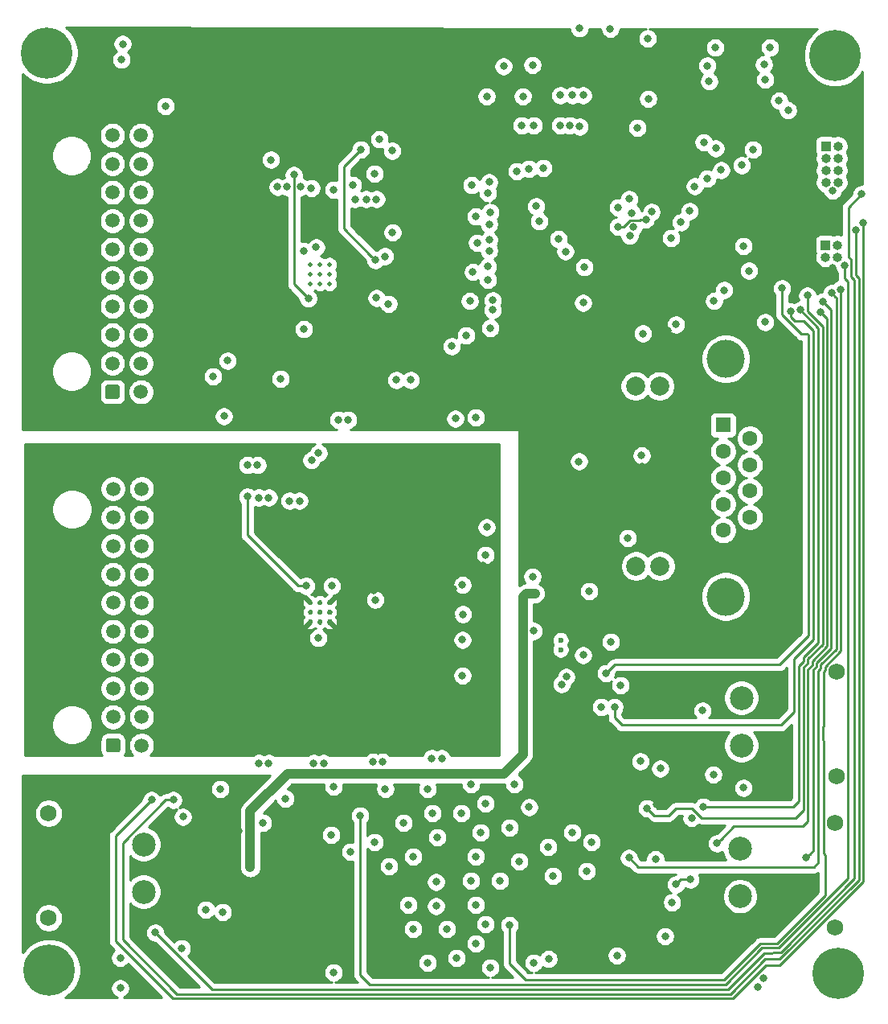
<source format=gbr>
G04 #@! TF.GenerationSoftware,KiCad,Pcbnew,(5.1.5)-3*
G04 #@! TF.CreationDate,2020-04-12T16:22:57-07:00*
G04 #@! TF.ProjectId,Milpitas_BMS,4d696c70-6974-4617-935f-424d532e6b69,rev?*
G04 #@! TF.SameCoordinates,Original*
G04 #@! TF.FileFunction,Copper,L3,Inr*
G04 #@! TF.FilePolarity,Positive*
%FSLAX46Y46*%
G04 Gerber Fmt 4.6, Leading zero omitted, Abs format (unit mm)*
G04 Created by KiCad (PCBNEW (5.1.5)-3) date 2020-04-12 16:22:57*
%MOMM*%
%LPD*%
G04 APERTURE LIST*
%ADD10C,0.800000*%
%ADD11C,5.400000*%
%ADD12C,2.500000*%
%ADD13C,1.750000*%
%ADD14R,1.000000X1.000000*%
%ADD15O,1.000000X1.000000*%
%ADD16C,0.100000*%
%ADD17C,1.500000*%
%ADD18C,2.000000*%
%ADD19C,0.500000*%
%ADD20C,0.600000*%
%ADD21C,4.000000*%
%ADD22C,1.600000*%
%ADD23R,1.600000X1.600000*%
%ADD24C,0.250000*%
%ADD25C,1.000000*%
%ADD26C,0.254000*%
G04 APERTURE END LIST*
D10*
X106079891Y-47056709D03*
X104648000Y-46463600D03*
X103216109Y-47056709D03*
X102623000Y-48488600D03*
X103216109Y-49920491D03*
X104648000Y-50513600D03*
X106079891Y-49920491D03*
X106673000Y-48488600D03*
D11*
X104648000Y-48488600D03*
D12*
X177693300Y-137264600D03*
X177693300Y-132264600D03*
D13*
X187693300Y-140514600D03*
X187693300Y-129514600D03*
D11*
X187706000Y-48768000D03*
D10*
X189731000Y-48768000D03*
X189137891Y-50199891D03*
X187706000Y-50793000D03*
X186274109Y-50199891D03*
X185681000Y-48768000D03*
X186274109Y-47336109D03*
X187706000Y-46743000D03*
X189137891Y-47336109D03*
X189441891Y-143957709D03*
X188010000Y-143364600D03*
X186578109Y-143957709D03*
X185985000Y-145389600D03*
X186578109Y-146821491D03*
X188010000Y-147414600D03*
X189441891Y-146821491D03*
X190035000Y-145389600D03*
D11*
X188010000Y-145389600D03*
D10*
X106333891Y-143602109D03*
X104902000Y-143009000D03*
X103470109Y-143602109D03*
X102877000Y-145034000D03*
X103470109Y-146465891D03*
X104902000Y-147059000D03*
X106333891Y-146465891D03*
X106927000Y-145034000D03*
D11*
X104902000Y-145034000D03*
D14*
X186690000Y-68732400D03*
D15*
X187960000Y-68732400D03*
X186690000Y-70002400D03*
X187960000Y-70002400D03*
D14*
X186715400Y-58318400D03*
D15*
X187985400Y-58318400D03*
X186715400Y-59588400D03*
X187985400Y-59588400D03*
X186715400Y-60858400D03*
X187985400Y-60858400D03*
X186715400Y-62128400D03*
X187985400Y-62128400D03*
D13*
X187833000Y-113639600D03*
X187833000Y-124639600D03*
D12*
X177833000Y-116389600D03*
X177833000Y-121389600D03*
D13*
X104838500Y-139547600D03*
X104838500Y-128547600D03*
D12*
X114838500Y-136797600D03*
X114838500Y-131797600D03*
G04 #@! TA.AperFunction,ViaPad*
D16*
G36*
X112094004Y-83426804D02*
G01*
X112118273Y-83430404D01*
X112142071Y-83436365D01*
X112165171Y-83444630D01*
X112187349Y-83455120D01*
X112208393Y-83467733D01*
X112228098Y-83482347D01*
X112246277Y-83498823D01*
X112262753Y-83517002D01*
X112277367Y-83536707D01*
X112289980Y-83557751D01*
X112300470Y-83579929D01*
X112308735Y-83603029D01*
X112314696Y-83626827D01*
X112318296Y-83651096D01*
X112319500Y-83675600D01*
X112319500Y-84675600D01*
X112318296Y-84700104D01*
X112314696Y-84724373D01*
X112308735Y-84748171D01*
X112300470Y-84771271D01*
X112289980Y-84793449D01*
X112277367Y-84814493D01*
X112262753Y-84834198D01*
X112246277Y-84852377D01*
X112228098Y-84868853D01*
X112208393Y-84883467D01*
X112187349Y-84896080D01*
X112165171Y-84906570D01*
X112142071Y-84914835D01*
X112118273Y-84920796D01*
X112094004Y-84924396D01*
X112069500Y-84925600D01*
X111069500Y-84925600D01*
X111044996Y-84924396D01*
X111020727Y-84920796D01*
X110996929Y-84914835D01*
X110973829Y-84906570D01*
X110951651Y-84896080D01*
X110930607Y-84883467D01*
X110910902Y-84868853D01*
X110892723Y-84852377D01*
X110876247Y-84834198D01*
X110861633Y-84814493D01*
X110849020Y-84793449D01*
X110838530Y-84771271D01*
X110830265Y-84748171D01*
X110824304Y-84724373D01*
X110820704Y-84700104D01*
X110819500Y-84675600D01*
X110819500Y-83675600D01*
X110820704Y-83651096D01*
X110824304Y-83626827D01*
X110830265Y-83603029D01*
X110838530Y-83579929D01*
X110849020Y-83557751D01*
X110861633Y-83536707D01*
X110876247Y-83517002D01*
X110892723Y-83498823D01*
X110910902Y-83482347D01*
X110930607Y-83467733D01*
X110951651Y-83455120D01*
X110973829Y-83444630D01*
X110996929Y-83436365D01*
X111020727Y-83430404D01*
X111044996Y-83426804D01*
X111069500Y-83425600D01*
X112069500Y-83425600D01*
X112094004Y-83426804D01*
G37*
G04 #@! TD.AperFunction*
D17*
X111569500Y-81175600D03*
X111569500Y-78175600D03*
X111569500Y-75175600D03*
X111569500Y-72175600D03*
X111569500Y-69175600D03*
X111569500Y-66175600D03*
X111569500Y-63175600D03*
X111569500Y-60175600D03*
X111569500Y-57175600D03*
X114569500Y-84175600D03*
X114569500Y-81175600D03*
X114569500Y-78175600D03*
X114569500Y-75175600D03*
X114569500Y-72175600D03*
X114569500Y-69175600D03*
X114569500Y-66175600D03*
X114569500Y-63175600D03*
X114569500Y-60175600D03*
X114569500Y-57175600D03*
X114633000Y-94386600D03*
X114633000Y-97386600D03*
X114633000Y-100386600D03*
X114633000Y-103386600D03*
X114633000Y-106386600D03*
X114633000Y-109386600D03*
X114633000Y-112386600D03*
X114633000Y-115386600D03*
X114633000Y-118386600D03*
X114633000Y-121386600D03*
X111633000Y-94386600D03*
X111633000Y-97386600D03*
X111633000Y-100386600D03*
X111633000Y-103386600D03*
X111633000Y-106386600D03*
X111633000Y-109386600D03*
X111633000Y-112386600D03*
X111633000Y-115386600D03*
X111633000Y-118386600D03*
G04 #@! TA.AperFunction,ViaPad*
D16*
G36*
X112157504Y-120637804D02*
G01*
X112181773Y-120641404D01*
X112205571Y-120647365D01*
X112228671Y-120655630D01*
X112250849Y-120666120D01*
X112271893Y-120678733D01*
X112291598Y-120693347D01*
X112309777Y-120709823D01*
X112326253Y-120728002D01*
X112340867Y-120747707D01*
X112353480Y-120768751D01*
X112363970Y-120790929D01*
X112372235Y-120814029D01*
X112378196Y-120837827D01*
X112381796Y-120862096D01*
X112383000Y-120886600D01*
X112383000Y-121886600D01*
X112381796Y-121911104D01*
X112378196Y-121935373D01*
X112372235Y-121959171D01*
X112363970Y-121982271D01*
X112353480Y-122004449D01*
X112340867Y-122025493D01*
X112326253Y-122045198D01*
X112309777Y-122063377D01*
X112291598Y-122079853D01*
X112271893Y-122094467D01*
X112250849Y-122107080D01*
X112228671Y-122117570D01*
X112205571Y-122125835D01*
X112181773Y-122131796D01*
X112157504Y-122135396D01*
X112133000Y-122136600D01*
X111133000Y-122136600D01*
X111108496Y-122135396D01*
X111084227Y-122131796D01*
X111060429Y-122125835D01*
X111037329Y-122117570D01*
X111015151Y-122107080D01*
X110994107Y-122094467D01*
X110974402Y-122079853D01*
X110956223Y-122063377D01*
X110939747Y-122045198D01*
X110925133Y-122025493D01*
X110912520Y-122004449D01*
X110902030Y-121982271D01*
X110893765Y-121959171D01*
X110887804Y-121935373D01*
X110884204Y-121911104D01*
X110883000Y-121886600D01*
X110883000Y-120886600D01*
X110884204Y-120862096D01*
X110887804Y-120837827D01*
X110893765Y-120814029D01*
X110902030Y-120790929D01*
X110912520Y-120768751D01*
X110925133Y-120747707D01*
X110939747Y-120728002D01*
X110956223Y-120709823D01*
X110974402Y-120693347D01*
X110994107Y-120678733D01*
X111015151Y-120666120D01*
X111037329Y-120655630D01*
X111060429Y-120647365D01*
X111084227Y-120641404D01*
X111108496Y-120637804D01*
X111133000Y-120636600D01*
X112133000Y-120636600D01*
X112157504Y-120637804D01*
G37*
G04 #@! TD.AperFunction*
D18*
X166674800Y-83566000D03*
X169214800Y-83566000D03*
X169265600Y-102514400D03*
X166725600Y-102514400D03*
D19*
X134400800Y-108353100D03*
X133400800Y-108353100D03*
X132400800Y-108353100D03*
X134400800Y-107353100D03*
X133400800Y-107353100D03*
X132400800Y-107353100D03*
X134400800Y-106353100D03*
X133400800Y-106353100D03*
X132400800Y-106353100D03*
D20*
X158788100Y-110320200D03*
X158788100Y-111320200D03*
D19*
X132400800Y-70780400D03*
X133400800Y-70780400D03*
X134400800Y-70780400D03*
X132400800Y-71780400D03*
X133400800Y-71780400D03*
X134400800Y-71780400D03*
X132400800Y-72780400D03*
X133400800Y-72780400D03*
X134400800Y-72780400D03*
D21*
X176195000Y-80720800D03*
X176195000Y-105720800D03*
D22*
X178735000Y-97375800D03*
X178735000Y-94605800D03*
X178735000Y-91835800D03*
X178735000Y-89065800D03*
X175895000Y-98760800D03*
X175895000Y-95990800D03*
X175895000Y-93220800D03*
X175895000Y-90450800D03*
D23*
X175895000Y-87680800D03*
D10*
X154178000Y-60960000D03*
X160718500Y-91503500D03*
X167322500Y-90868500D03*
X174942500Y-74612500D03*
X170942000Y-77089000D03*
X176022000Y-73469500D03*
X178625500Y-71437500D03*
X161290000Y-71056500D03*
X168021000Y-53340000D03*
X132524500Y-62738000D03*
X129957990Y-62611000D03*
X131408010Y-62611000D03*
X139382500Y-74295000D03*
X140652500Y-74930000D03*
X131741352Y-77565928D03*
X140271500Y-69913500D03*
X141072035Y-67400010D03*
X139382500Y-63895946D03*
X137101160Y-63895946D03*
X117157500Y-54102000D03*
X112522000Y-49212500D03*
X112649000Y-47561500D03*
X167957500Y-46990000D03*
X164020500Y-45974000D03*
X160781878Y-45914128D03*
X152781000Y-49911000D03*
X181800500Y-53530500D03*
X182753000Y-54546500D03*
X180340000Y-51308000D03*
X180213000Y-49720500D03*
X180848000Y-47942500D03*
X174434500Y-51498500D03*
X174244000Y-49847500D03*
X175069500Y-47942500D03*
X167449500Y-78041500D03*
X112395000Y-143764000D03*
X112395000Y-146939000D03*
X134874000Y-125730000D03*
X134620000Y-130810000D03*
X118872000Y-142748000D03*
X123190000Y-138938000D03*
X121412000Y-138684000D03*
X122936000Y-125984000D03*
X155956000Y-144272000D03*
X165100000Y-115062000D03*
X159385000Y-114173000D03*
X179578000Y-146812000D03*
X164084000Y-110490000D03*
X161798000Y-105156000D03*
X165862000Y-99568000D03*
X174879000Y-124460000D03*
X178054000Y-125857000D03*
X129794000Y-127000000D03*
X127427990Y-129540000D03*
X118999000Y-128905000D03*
X155462672Y-127883647D03*
X158888109Y-114947530D03*
X155829000Y-103632000D03*
X173863000Y-57912000D03*
X157521777Y-143874979D03*
X172588340Y-129036660D03*
X168360606Y-65235230D03*
X123317000Y-86741000D03*
X129286000Y-82804000D03*
X135382000Y-87122000D03*
X136398000Y-87122000D03*
X141478000Y-82931000D03*
X143002000Y-82931000D03*
X147701000Y-86995000D03*
X149860000Y-86868000D03*
X164719000Y-143510000D03*
X170524010Y-137922000D03*
X173736000Y-117729000D03*
X122174000Y-82550000D03*
X123698000Y-80899000D03*
X151130000Y-63246000D03*
X151384000Y-65278000D03*
X151257000Y-66548000D03*
X151257000Y-68199000D03*
X151130000Y-70993000D03*
X151130000Y-72390000D03*
X151638000Y-74549000D03*
X151638000Y-75565000D03*
X151384000Y-77470000D03*
X147320000Y-79375000D03*
X131699000Y-69342000D03*
X139192000Y-61214000D03*
X155448000Y-60706000D03*
X166878000Y-56388000D03*
X178054000Y-68834000D03*
X161163000Y-74803000D03*
X161163000Y-111887000D03*
X155956000Y-109347000D03*
X167190002Y-123063000D03*
X155829000Y-49784000D03*
X151257000Y-69342000D03*
X151257000Y-62103000D03*
X134874000Y-145288000D03*
X180154159Y-145864160D03*
X180340000Y-76835000D03*
X168780000Y-133360000D03*
X160147000Y-107696000D03*
X160147000Y-108585000D03*
X168148000Y-138247002D03*
X171196000Y-122936000D03*
X124333000Y-126746000D03*
X124894011Y-130379602D03*
X161163000Y-98171000D03*
X161290000Y-85217000D03*
X165608000Y-105410000D03*
X165227000Y-55880000D03*
X154813000Y-63373000D03*
X170561000Y-59436000D03*
X179832000Y-66167000D03*
X185166000Y-65278000D03*
X185166000Y-66294000D03*
X189484000Y-54737000D03*
X170053000Y-77724000D03*
X162687000Y-72136000D03*
X167386000Y-92075000D03*
X187452000Y-71120000D03*
X168920000Y-127630000D03*
X168970000Y-135450000D03*
X179070000Y-58674000D03*
X170434000Y-67981990D03*
X137731500Y-58674000D03*
X139269417Y-70308220D03*
X156527500Y-66230500D03*
X172910500Y-62547500D03*
X177863500Y-60325000D03*
X158553305Y-68098282D03*
X175704500Y-60833000D03*
X156934194Y-60615651D03*
X156210000Y-64643000D03*
X174244000Y-61722000D03*
X187452000Y-62992000D03*
X159289644Y-69400393D03*
X171454142Y-66330990D03*
X175260000Y-131699000D03*
X166057160Y-67749840D03*
X186182000Y-75819000D03*
X173826267Y-127846049D03*
X166475561Y-66840536D03*
X184023000Y-75565000D03*
X175133000Y-58547000D03*
X190500000Y-63373000D03*
X116078000Y-141097000D03*
X189865000Y-67183000D03*
X172378128Y-65156655D03*
X117983000Y-127127000D03*
X164465000Y-117348000D03*
X167767000Y-66040000D03*
X164846000Y-66802000D03*
X183007000Y-75692000D03*
X153385283Y-140315889D03*
X166309606Y-65336342D03*
X188244156Y-73393076D03*
X182118000Y-73279000D03*
X163576000Y-113792000D03*
X137668000Y-128778000D03*
X164846000Y-64770000D03*
X188689979Y-70916304D03*
X159766000Y-56134000D03*
X160020000Y-52959000D03*
X158750000Y-56134000D03*
X158750000Y-52959000D03*
X160782000Y-56261000D03*
X161163000Y-52959000D03*
X155956000Y-56134000D03*
X154813000Y-53086000D03*
X154686000Y-56134000D03*
X151003000Y-53086000D03*
X154813000Y-107061000D03*
X154813000Y-106172000D03*
X155448000Y-105410000D03*
X126111000Y-134239000D03*
X126092001Y-133368999D03*
X139242800Y-106070400D03*
X134670800Y-104597200D03*
X133248400Y-110083600D03*
X169799000Y-141478000D03*
X169291000Y-123825000D03*
X160020000Y-130556000D03*
X162052000Y-131572000D03*
X161544000Y-134620000D03*
X142240000Y-129540000D03*
X145288000Y-128524000D03*
X143256000Y-133096000D03*
X149860000Y-133096000D03*
X145796000Y-131064000D03*
X150876000Y-127508000D03*
X153416000Y-130048000D03*
X154432000Y-133604000D03*
X152400000Y-135636000D03*
X145669000Y-135763000D03*
X140716000Y-134112000D03*
X144780000Y-125984000D03*
X149352000Y-125476000D03*
X148336000Y-128524000D03*
X157480000Y-132080000D03*
X157988000Y-135128000D03*
X139192000Y-131572000D03*
X136652000Y-132588000D03*
X150368000Y-130556000D03*
X153924000Y-125476000D03*
X142748000Y-138176000D03*
X145669000Y-138303000D03*
X149860000Y-138176000D03*
X143256000Y-140716000D03*
X146812000Y-140716000D03*
X149860000Y-142240000D03*
X150876000Y-140208000D03*
X144780000Y-144272000D03*
X147828000Y-143764000D03*
X151384000Y-144780000D03*
X149352000Y-135636000D03*
X140303830Y-125983991D03*
X141616590Y-102768400D03*
X139141200Y-112877600D03*
X139293600Y-109982000D03*
X139051062Y-105049446D03*
X134063903Y-97739768D03*
X132014619Y-97739768D03*
X129730500Y-97739768D03*
X135191500Y-97739768D03*
X149098000Y-121666000D03*
X143256000Y-118364000D03*
X142113000Y-118364000D03*
X137160000Y-122174000D03*
X135636000Y-122174000D03*
X131729831Y-117182713D03*
X129794000Y-118364000D03*
X123952000Y-121158000D03*
X122174000Y-119888000D03*
X123698000Y-118364000D03*
X147066000Y-114554000D03*
X150622000Y-113030000D03*
X147447000Y-110998000D03*
X150368000Y-109982000D03*
X147320000Y-107823000D03*
X150241000Y-106934000D03*
X147447000Y-104902000D03*
X150368000Y-104140000D03*
X150622000Y-102489000D03*
X150622000Y-99695000D03*
X149098000Y-99314000D03*
X151130000Y-96012000D03*
X149987000Y-93980000D03*
X149860000Y-90932000D03*
X131699000Y-109931563D03*
X134973303Y-109847698D03*
X132307068Y-101705810D03*
X139700000Y-100953410D03*
X128957977Y-62611000D03*
X138303000Y-63895946D03*
X133032500Y-68961000D03*
X128270000Y-59753500D03*
X148844000Y-78232000D03*
X149225000Y-74612500D03*
X149542500Y-71564500D03*
X149987000Y-68489990D03*
X149860000Y-65722500D03*
X149415500Y-62420500D03*
X151003000Y-98425000D03*
X131978400Y-104597200D03*
X125780800Y-95199200D03*
X150876000Y-101346000D03*
X148437600Y-104495600D03*
X148488400Y-107594400D03*
X148437600Y-110286800D03*
X148437600Y-114046000D03*
X187325000Y-73787000D03*
X165989000Y-133223000D03*
X163068000Y-117348000D03*
X130683000Y-61341000D03*
X132207000Y-74358500D03*
X167894000Y-128016000D03*
X184785000Y-74041000D03*
X170942000Y-136017000D03*
X184658000Y-133223000D03*
X172466000Y-135509000D03*
X186436000Y-74676000D03*
X190637000Y-66421000D03*
X115697000Y-127127000D03*
X165996098Y-63886331D03*
X128033000Y-95313500D03*
X128033000Y-123253500D03*
X126983000Y-95313500D03*
X126983000Y-123253500D03*
X132761500Y-123253500D03*
X130221500Y-95649779D03*
X133811500Y-123253500D03*
X131275927Y-95649779D03*
X126845550Y-91884500D03*
X140034500Y-123126500D03*
X125795550Y-91884500D03*
X138984500Y-123126500D03*
X133276732Y-90624268D03*
X146257500Y-122745500D03*
X132534268Y-91366732D03*
X145207500Y-122745500D03*
X136906000Y-62420500D03*
X134875810Y-62901990D03*
X141033500Y-58801000D03*
X139700000Y-57594500D03*
D24*
X135953500Y-60452000D02*
X135953500Y-66992303D01*
X137731500Y-58674000D02*
X135953500Y-60452000D01*
X135953500Y-66992303D02*
X138869418Y-69908221D01*
X138869418Y-69908221D02*
X139269417Y-70308220D01*
X184796022Y-129401978D02*
X184277000Y-129921000D01*
X185282966Y-112504399D02*
X185282966Y-112915855D01*
X186828022Y-110959343D02*
X185282966Y-112504399D01*
X185282966Y-112915855D02*
X184796022Y-113402798D01*
X175659999Y-131299001D02*
X175260000Y-131699000D01*
X177038000Y-129921000D02*
X175659999Y-131299001D01*
X184277000Y-129921000D02*
X177038000Y-129921000D01*
X184796022Y-113402798D02*
X184796022Y-129401978D01*
X186828022Y-76465022D02*
X186828022Y-110959343D01*
X186182000Y-75819000D02*
X186828022Y-76465022D01*
X184023000Y-75565000D02*
X185928000Y-77470000D01*
X185928000Y-110586544D02*
X184382944Y-112131599D01*
X184382944Y-112543051D02*
X183896000Y-113029995D01*
X183303951Y-127846049D02*
X173826267Y-127846049D01*
X183896000Y-113029995D02*
X183896000Y-127254000D01*
X183896000Y-127254000D02*
X183303951Y-127846049D01*
X184382944Y-112131599D02*
X184382944Y-112543051D01*
X185928000Y-77470000D02*
X185928000Y-110586544D01*
X121793000Y-146812000D02*
X116078000Y-141097000D01*
X116477999Y-141496999D02*
X116078000Y-141097000D01*
X189414989Y-72066989D02*
X189738000Y-72390000D01*
X190500000Y-63373000D02*
X189103000Y-64770000D01*
X181982800Y-143140022D02*
X180213000Y-143256000D01*
X189738000Y-135384821D02*
X181982800Y-143140022D01*
X189103000Y-69978410D02*
X189414989Y-70290399D01*
X176403000Y-147066000D02*
X122047000Y-147066000D01*
X180213000Y-143256000D02*
X176403000Y-147066000D01*
X189103000Y-64770000D02*
X189103000Y-69978410D01*
X189414989Y-70290399D02*
X189414989Y-72066989D01*
X189738000Y-72390000D02*
X189738000Y-135384821D01*
X122047000Y-147066000D02*
X121793000Y-146812000D01*
X112649000Y-131656098D02*
X117178098Y-127127000D01*
X118364000Y-147574000D02*
X112649000Y-141859000D01*
X180341410Y-143891000D02*
X176658410Y-147574000D01*
X181868232Y-143891000D02*
X180341410Y-143891000D01*
X189865000Y-67183000D02*
X189865000Y-71880590D01*
X112649000Y-141859000D02*
X112649000Y-131656098D01*
X117417315Y-127127000D02*
X117983000Y-127127000D01*
X189865000Y-71880590D02*
X190188011Y-72203600D01*
X176658410Y-147574000D02*
X118364000Y-147574000D01*
X117178098Y-127127000D02*
X117417315Y-127127000D01*
X190188011Y-72203600D02*
X190188011Y-135571221D01*
X190188011Y-135571221D02*
X181868232Y-143891000D01*
X167767000Y-66040000D02*
X167201315Y-66040000D01*
X166823562Y-66115535D02*
X166127560Y-66115535D01*
X166875027Y-66167000D02*
X166823562Y-66115535D01*
X167074315Y-66167000D02*
X166875027Y-66167000D01*
X167201315Y-66040000D02*
X167074315Y-66167000D01*
X166127560Y-66115535D02*
X165441095Y-66802000D01*
X165441095Y-66802000D02*
X164846000Y-66802000D01*
X164465000Y-118491000D02*
X164465000Y-117348000D01*
X165227000Y-119253000D02*
X164465000Y-118491000D01*
X183457315Y-76708000D02*
X184404000Y-76708000D01*
X185420000Y-110236000D02*
X183388000Y-112268000D01*
X185420000Y-77724000D02*
X185420000Y-110236000D01*
X181991000Y-119253000D02*
X165227000Y-119253000D01*
X183388000Y-112268000D02*
X183388000Y-117856000D01*
X183388000Y-117856000D02*
X181991000Y-119253000D01*
X184404000Y-76708000D02*
X185420000Y-77724000D01*
X183007000Y-76257685D02*
X183457315Y-76708000D01*
X183007000Y-75692000D02*
X183007000Y-76257685D01*
X186493299Y-119179067D02*
X186436000Y-119572224D01*
X186436000Y-120396000D02*
X186493299Y-121358933D01*
X186493299Y-121358933D02*
X186493299Y-132772299D01*
X186493299Y-132772299D02*
X186690000Y-132969000D01*
X181610000Y-142240000D02*
X179831998Y-142240002D01*
X179831998Y-142240002D02*
X176022000Y-146050000D01*
X155067000Y-146050000D02*
X153385283Y-144368283D01*
X186690000Y-137160000D02*
X181610000Y-142240000D01*
X186436000Y-119572224D02*
X186436000Y-120396000D01*
X176022000Y-146050000D02*
X155067000Y-146050000D01*
X153385283Y-144368283D02*
X153385283Y-140315889D01*
X186690000Y-132969000D02*
X186690000Y-137160000D01*
X186493299Y-113614753D02*
X186493299Y-119179067D01*
X186632999Y-113475054D02*
X186493299Y-113614753D01*
X186632999Y-113094056D02*
X186632999Y-113475054D01*
X188283011Y-111444044D02*
X186632999Y-113094056D01*
X188283011Y-73997616D02*
X188283011Y-111444044D01*
X188244156Y-73958761D02*
X188283011Y-73997616D01*
X188244156Y-73393076D02*
X188244156Y-73958761D01*
X182118000Y-73279000D02*
X182118000Y-73844685D01*
X182118000Y-73844685D02*
X182118000Y-76073000D01*
X182118000Y-76073000D02*
X184150000Y-78105000D01*
X184150000Y-78105000D02*
X184785000Y-78105000D01*
X184785000Y-78105000D02*
X184912000Y-78232000D01*
X184912000Y-78232000D02*
X184912000Y-109855000D01*
X184912000Y-109855000D02*
X181864000Y-112903000D01*
X181864000Y-112903000D02*
X164465000Y-112903000D01*
X164465000Y-112903000D02*
X163576000Y-113792000D01*
X137668000Y-129343685D02*
X137668000Y-128778000D01*
X137668000Y-145542000D02*
X137668000Y-129343685D01*
X180018397Y-142690013D02*
X176150410Y-146558000D01*
X138684000Y-146558000D02*
X137668000Y-145542000D01*
X176150410Y-146558000D02*
X138684000Y-146558000D01*
X181796397Y-142690013D02*
X180018397Y-142690013D01*
X188689979Y-70916304D02*
X188689979Y-72230979D01*
X189064008Y-135422402D02*
X181796397Y-142690013D01*
X189064008Y-72605008D02*
X189064008Y-135422402D01*
X188689979Y-72230979D02*
X189064008Y-72605008D01*
D25*
X154813000Y-105791000D02*
X155194000Y-105410000D01*
X155194000Y-105410000D02*
X155448000Y-105410000D01*
X154813000Y-107061000D02*
X154813000Y-106172000D01*
X154813000Y-106172000D02*
X154813000Y-105791000D01*
X155448000Y-105410000D02*
X156083000Y-105410000D01*
X154813000Y-122347257D02*
X154813000Y-107626685D01*
X152784258Y-124375999D02*
X154813000Y-122347257D01*
X126092001Y-128288999D02*
X130005001Y-124375999D01*
X126092001Y-134220001D02*
X126092001Y-133368999D01*
X154813000Y-107626685D02*
X154813000Y-107061000D01*
X130005001Y-124375999D02*
X152784258Y-124375999D01*
X126092001Y-133368999D02*
X126092001Y-128288999D01*
D24*
X131978400Y-104597200D02*
X131114800Y-104597200D01*
X131114800Y-104597200D02*
X125780800Y-99263200D01*
X125780800Y-99263200D02*
X125780800Y-95199200D01*
X185939020Y-119261199D02*
X185928000Y-119250179D01*
X185928000Y-113543641D02*
X186182988Y-113288653D01*
X165989000Y-133223000D02*
X166969848Y-134203848D01*
X186182988Y-113288653D02*
X186182988Y-112877199D01*
X186182988Y-112877199D02*
X187833000Y-111227187D01*
X185928000Y-121541821D02*
X185939020Y-121530801D01*
X187833000Y-74295000D02*
X187724999Y-74186999D01*
X185928000Y-119250179D02*
X185928000Y-113543641D01*
X166969848Y-134203848D02*
X185455152Y-134203848D01*
X185455152Y-134203848D02*
X185928000Y-133731000D01*
X185928000Y-133731000D02*
X185928000Y-121541821D01*
X187724999Y-74186999D02*
X187325000Y-73787000D01*
X185939020Y-121530801D02*
X185939020Y-119261199D01*
X187833000Y-111227187D02*
X187833000Y-74295000D01*
X130683000Y-61341000D02*
X130683000Y-72834500D01*
X130683000Y-72834500D02*
X132207000Y-74358500D01*
X184346011Y-113216399D02*
X184346011Y-128200989D01*
X186378011Y-77283600D02*
X186378011Y-110772943D01*
X184832955Y-112729455D02*
X184346011Y-113216399D01*
X184785000Y-74041000D02*
X184785000Y-75690589D01*
X168656000Y-128778000D02*
X168293999Y-128415999D01*
X184785000Y-75690589D02*
X186378011Y-77283600D01*
X170942000Y-128016000D02*
X170180000Y-128778000D01*
X184346011Y-128200989D02*
X183515000Y-129032000D01*
X184832955Y-112317999D02*
X184832955Y-112729455D01*
X183515000Y-129032000D02*
X173609000Y-129032000D01*
X186378011Y-110772943D02*
X184832955Y-112317999D01*
X168293999Y-128415999D02*
X167894000Y-128016000D01*
X173609000Y-129032000D02*
X172593000Y-128016000D01*
X172593000Y-128016000D02*
X170942000Y-128016000D01*
X170180000Y-128778000D02*
X168656000Y-128778000D01*
X171450000Y-135509000D02*
X170942000Y-136017000D01*
X172466000Y-135509000D02*
X171450000Y-135509000D01*
X185420000Y-113415230D02*
X185420000Y-132461000D01*
X185732977Y-112690799D02*
X185732977Y-113102254D01*
X185420000Y-132461000D02*
X185057999Y-132823001D01*
X185057999Y-132823001D02*
X184658000Y-133223000D01*
X185732977Y-113102254D02*
X185420000Y-113415230D01*
X187278033Y-111145743D02*
X185732977Y-112690799D01*
X187278033Y-75518033D02*
X187278033Y-111145743D01*
X186436000Y-74676000D02*
X187278033Y-75518033D01*
X181851313Y-144544330D02*
X180448670Y-144544330D01*
X190638022Y-135757621D02*
X181851313Y-144544330D01*
X190637000Y-72016178D02*
X190638022Y-72017200D01*
X190637000Y-66421000D02*
X190637000Y-72016178D01*
X115297001Y-127526999D02*
X115697000Y-127127000D01*
X111887000Y-141986000D02*
X111887000Y-130937000D01*
X190638022Y-72017200D02*
X190638022Y-135757621D01*
X176968989Y-148024011D02*
X117925011Y-148024011D01*
X117925011Y-148024011D02*
X111887000Y-141986000D01*
X111887000Y-130937000D02*
X115297001Y-127526999D01*
X180448670Y-144544330D02*
X176968989Y-148024011D01*
D26*
G36*
X132786476Y-89707063D02*
G01*
X132616958Y-89820331D01*
X132472795Y-89964494D01*
X132359527Y-90134012D01*
X132281506Y-90322370D01*
X132273354Y-90363354D01*
X132232370Y-90371506D01*
X132044012Y-90449527D01*
X131874494Y-90562795D01*
X131730331Y-90706958D01*
X131617063Y-90876476D01*
X131539042Y-91064834D01*
X131499268Y-91264793D01*
X131499268Y-91468671D01*
X131539042Y-91668630D01*
X131617063Y-91856988D01*
X131730331Y-92026506D01*
X131874494Y-92170669D01*
X132044012Y-92283937D01*
X132232370Y-92361958D01*
X132432329Y-92401732D01*
X132636207Y-92401732D01*
X132836166Y-92361958D01*
X133024524Y-92283937D01*
X133194042Y-92170669D01*
X133338205Y-92026506D01*
X133451473Y-91856988D01*
X133529494Y-91668630D01*
X133537646Y-91627646D01*
X133578630Y-91619494D01*
X133766988Y-91541473D01*
X133936506Y-91428205D01*
X134080669Y-91284042D01*
X134193937Y-91114524D01*
X134271958Y-90926166D01*
X134311732Y-90726207D01*
X134311732Y-90522329D01*
X134271958Y-90322370D01*
X134193937Y-90134012D01*
X134080669Y-89964494D01*
X133936506Y-89820331D01*
X133766988Y-89707063D01*
X133658197Y-89662000D01*
X152273000Y-89662000D01*
X152273000Y-122428000D01*
X147246263Y-122428000D01*
X147174705Y-122255244D01*
X147061437Y-122085726D01*
X146917274Y-121941563D01*
X146747756Y-121828295D01*
X146559398Y-121750274D01*
X146359439Y-121710500D01*
X146155561Y-121710500D01*
X145955602Y-121750274D01*
X145767244Y-121828295D01*
X145732500Y-121851510D01*
X145697756Y-121828295D01*
X145509398Y-121750274D01*
X145309439Y-121710500D01*
X145105561Y-121710500D01*
X144905602Y-121750274D01*
X144717244Y-121828295D01*
X144547726Y-121941563D01*
X144403563Y-122085726D01*
X144290295Y-122255244D01*
X144218737Y-122428000D01*
X140799711Y-122428000D01*
X140694274Y-122322563D01*
X140524756Y-122209295D01*
X140336398Y-122131274D01*
X140136439Y-122091500D01*
X139932561Y-122091500D01*
X139732602Y-122131274D01*
X139544244Y-122209295D01*
X139509500Y-122232510D01*
X139474756Y-122209295D01*
X139286398Y-122131274D01*
X139086439Y-122091500D01*
X138882561Y-122091500D01*
X138682602Y-122131274D01*
X138494244Y-122209295D01*
X138324726Y-122322563D01*
X138219289Y-122428000D01*
X134439003Y-122428000D01*
X134301756Y-122336295D01*
X134113398Y-122258274D01*
X133913439Y-122218500D01*
X133709561Y-122218500D01*
X133509602Y-122258274D01*
X133321244Y-122336295D01*
X133286500Y-122359510D01*
X133251756Y-122336295D01*
X133063398Y-122258274D01*
X132863439Y-122218500D01*
X132659561Y-122218500D01*
X132459602Y-122258274D01*
X132271244Y-122336295D01*
X132133997Y-122428000D01*
X128660503Y-122428000D01*
X128523256Y-122336295D01*
X128334898Y-122258274D01*
X128134939Y-122218500D01*
X127931061Y-122218500D01*
X127731102Y-122258274D01*
X127542744Y-122336295D01*
X127508000Y-122359510D01*
X127473256Y-122336295D01*
X127284898Y-122258274D01*
X127084939Y-122218500D01*
X126881061Y-122218500D01*
X126681102Y-122258274D01*
X126492744Y-122336295D01*
X126355497Y-122428000D01*
X115550285Y-122428000D01*
X115708799Y-122269486D01*
X115860371Y-122042643D01*
X115964775Y-121790589D01*
X116018000Y-121523011D01*
X116018000Y-121250189D01*
X115964775Y-120982611D01*
X115860371Y-120730557D01*
X115708799Y-120503714D01*
X115515886Y-120310801D01*
X115289043Y-120159229D01*
X115036989Y-120054825D01*
X114769411Y-120001600D01*
X114496589Y-120001600D01*
X114229011Y-120054825D01*
X113976957Y-120159229D01*
X113750114Y-120310801D01*
X113557201Y-120503714D01*
X113405629Y-120730557D01*
X113301225Y-120982611D01*
X113248000Y-121250189D01*
X113248000Y-121523011D01*
X113301225Y-121790589D01*
X113405629Y-122042643D01*
X113557201Y-122269486D01*
X113715715Y-122428000D01*
X112832001Y-122428000D01*
X112871405Y-122379986D01*
X112953472Y-122226450D01*
X113004008Y-122059854D01*
X113021072Y-121886600D01*
X113021072Y-120886600D01*
X113004008Y-120713346D01*
X112953472Y-120546750D01*
X112871405Y-120393214D01*
X112760962Y-120258638D01*
X112626386Y-120148195D01*
X112472850Y-120066128D01*
X112306254Y-120015592D01*
X112133000Y-119998528D01*
X111133000Y-119998528D01*
X110959746Y-120015592D01*
X110793150Y-120066128D01*
X110639614Y-120148195D01*
X110505038Y-120258638D01*
X110394595Y-120393214D01*
X110312528Y-120546750D01*
X110261992Y-120713346D01*
X110244928Y-120886600D01*
X110244928Y-121886600D01*
X110261992Y-122059854D01*
X110312528Y-122226450D01*
X110394595Y-122379986D01*
X110433999Y-122428000D01*
X102362000Y-122428000D01*
X102362000Y-119016321D01*
X105178000Y-119016321D01*
X105178000Y-119436879D01*
X105260047Y-119849356D01*
X105420988Y-120237902D01*
X105654637Y-120587583D01*
X105952017Y-120884963D01*
X106301698Y-121118612D01*
X106690244Y-121279553D01*
X107102721Y-121361600D01*
X107523279Y-121361600D01*
X107935756Y-121279553D01*
X108324302Y-121118612D01*
X108673983Y-120884963D01*
X108971363Y-120587583D01*
X109205012Y-120237902D01*
X109365953Y-119849356D01*
X109448000Y-119436879D01*
X109448000Y-119016321D01*
X109365953Y-118603844D01*
X109219465Y-118250189D01*
X110248000Y-118250189D01*
X110248000Y-118523011D01*
X110301225Y-118790589D01*
X110405629Y-119042643D01*
X110557201Y-119269486D01*
X110750114Y-119462399D01*
X110976957Y-119613971D01*
X111229011Y-119718375D01*
X111496589Y-119771600D01*
X111769411Y-119771600D01*
X112036989Y-119718375D01*
X112289043Y-119613971D01*
X112515886Y-119462399D01*
X112708799Y-119269486D01*
X112860371Y-119042643D01*
X112964775Y-118790589D01*
X113018000Y-118523011D01*
X113018000Y-118250189D01*
X113248000Y-118250189D01*
X113248000Y-118523011D01*
X113301225Y-118790589D01*
X113405629Y-119042643D01*
X113557201Y-119269486D01*
X113750114Y-119462399D01*
X113976957Y-119613971D01*
X114229011Y-119718375D01*
X114496589Y-119771600D01*
X114769411Y-119771600D01*
X115036989Y-119718375D01*
X115289043Y-119613971D01*
X115515886Y-119462399D01*
X115708799Y-119269486D01*
X115860371Y-119042643D01*
X115964775Y-118790589D01*
X116018000Y-118523011D01*
X116018000Y-118250189D01*
X115964775Y-117982611D01*
X115860371Y-117730557D01*
X115708799Y-117503714D01*
X115515886Y-117310801D01*
X115289043Y-117159229D01*
X115036989Y-117054825D01*
X114769411Y-117001600D01*
X114496589Y-117001600D01*
X114229011Y-117054825D01*
X113976957Y-117159229D01*
X113750114Y-117310801D01*
X113557201Y-117503714D01*
X113405629Y-117730557D01*
X113301225Y-117982611D01*
X113248000Y-118250189D01*
X113018000Y-118250189D01*
X112964775Y-117982611D01*
X112860371Y-117730557D01*
X112708799Y-117503714D01*
X112515886Y-117310801D01*
X112289043Y-117159229D01*
X112036989Y-117054825D01*
X111769411Y-117001600D01*
X111496589Y-117001600D01*
X111229011Y-117054825D01*
X110976957Y-117159229D01*
X110750114Y-117310801D01*
X110557201Y-117503714D01*
X110405629Y-117730557D01*
X110301225Y-117982611D01*
X110248000Y-118250189D01*
X109219465Y-118250189D01*
X109205012Y-118215298D01*
X108971363Y-117865617D01*
X108673983Y-117568237D01*
X108324302Y-117334588D01*
X107935756Y-117173647D01*
X107523279Y-117091600D01*
X107102721Y-117091600D01*
X106690244Y-117173647D01*
X106301698Y-117334588D01*
X105952017Y-117568237D01*
X105654637Y-117865617D01*
X105420988Y-118215298D01*
X105260047Y-118603844D01*
X105178000Y-119016321D01*
X102362000Y-119016321D01*
X102362000Y-115250189D01*
X110248000Y-115250189D01*
X110248000Y-115523011D01*
X110301225Y-115790589D01*
X110405629Y-116042643D01*
X110557201Y-116269486D01*
X110750114Y-116462399D01*
X110976957Y-116613971D01*
X111229011Y-116718375D01*
X111496589Y-116771600D01*
X111769411Y-116771600D01*
X112036989Y-116718375D01*
X112289043Y-116613971D01*
X112515886Y-116462399D01*
X112708799Y-116269486D01*
X112860371Y-116042643D01*
X112964775Y-115790589D01*
X113018000Y-115523011D01*
X113018000Y-115250189D01*
X113248000Y-115250189D01*
X113248000Y-115523011D01*
X113301225Y-115790589D01*
X113405629Y-116042643D01*
X113557201Y-116269486D01*
X113750114Y-116462399D01*
X113976957Y-116613971D01*
X114229011Y-116718375D01*
X114496589Y-116771600D01*
X114769411Y-116771600D01*
X115036989Y-116718375D01*
X115289043Y-116613971D01*
X115515886Y-116462399D01*
X115708799Y-116269486D01*
X115860371Y-116042643D01*
X115964775Y-115790589D01*
X116018000Y-115523011D01*
X116018000Y-115250189D01*
X115964775Y-114982611D01*
X115860371Y-114730557D01*
X115708799Y-114503714D01*
X115515886Y-114310801D01*
X115289043Y-114159229D01*
X115036989Y-114054825D01*
X114769411Y-114001600D01*
X114496589Y-114001600D01*
X114229011Y-114054825D01*
X113976957Y-114159229D01*
X113750114Y-114310801D01*
X113557201Y-114503714D01*
X113405629Y-114730557D01*
X113301225Y-114982611D01*
X113248000Y-115250189D01*
X113018000Y-115250189D01*
X112964775Y-114982611D01*
X112860371Y-114730557D01*
X112708799Y-114503714D01*
X112515886Y-114310801D01*
X112289043Y-114159229D01*
X112036989Y-114054825D01*
X111769411Y-114001600D01*
X111496589Y-114001600D01*
X111229011Y-114054825D01*
X110976957Y-114159229D01*
X110750114Y-114310801D01*
X110557201Y-114503714D01*
X110405629Y-114730557D01*
X110301225Y-114982611D01*
X110248000Y-115250189D01*
X102362000Y-115250189D01*
X102362000Y-113944061D01*
X147402600Y-113944061D01*
X147402600Y-114147939D01*
X147442374Y-114347898D01*
X147520395Y-114536256D01*
X147633663Y-114705774D01*
X147777826Y-114849937D01*
X147947344Y-114963205D01*
X148135702Y-115041226D01*
X148335661Y-115081000D01*
X148539539Y-115081000D01*
X148739498Y-115041226D01*
X148927856Y-114963205D01*
X149097374Y-114849937D01*
X149241537Y-114705774D01*
X149354805Y-114536256D01*
X149432826Y-114347898D01*
X149472600Y-114147939D01*
X149472600Y-113944061D01*
X149432826Y-113744102D01*
X149354805Y-113555744D01*
X149241537Y-113386226D01*
X149097374Y-113242063D01*
X148927856Y-113128795D01*
X148739498Y-113050774D01*
X148539539Y-113011000D01*
X148335661Y-113011000D01*
X148135702Y-113050774D01*
X147947344Y-113128795D01*
X147777826Y-113242063D01*
X147633663Y-113386226D01*
X147520395Y-113555744D01*
X147442374Y-113744102D01*
X147402600Y-113944061D01*
X102362000Y-113944061D01*
X102362000Y-112250189D01*
X110248000Y-112250189D01*
X110248000Y-112523011D01*
X110301225Y-112790589D01*
X110405629Y-113042643D01*
X110557201Y-113269486D01*
X110750114Y-113462399D01*
X110976957Y-113613971D01*
X111229011Y-113718375D01*
X111496589Y-113771600D01*
X111769411Y-113771600D01*
X112036989Y-113718375D01*
X112289043Y-113613971D01*
X112515886Y-113462399D01*
X112708799Y-113269486D01*
X112860371Y-113042643D01*
X112964775Y-112790589D01*
X113018000Y-112523011D01*
X113018000Y-112250189D01*
X113248000Y-112250189D01*
X113248000Y-112523011D01*
X113301225Y-112790589D01*
X113405629Y-113042643D01*
X113557201Y-113269486D01*
X113750114Y-113462399D01*
X113976957Y-113613971D01*
X114229011Y-113718375D01*
X114496589Y-113771600D01*
X114769411Y-113771600D01*
X115036989Y-113718375D01*
X115289043Y-113613971D01*
X115515886Y-113462399D01*
X115708799Y-113269486D01*
X115860371Y-113042643D01*
X115964775Y-112790589D01*
X116018000Y-112523011D01*
X116018000Y-112250189D01*
X115964775Y-111982611D01*
X115860371Y-111730557D01*
X115708799Y-111503714D01*
X115515886Y-111310801D01*
X115289043Y-111159229D01*
X115036989Y-111054825D01*
X114769411Y-111001600D01*
X114496589Y-111001600D01*
X114229011Y-111054825D01*
X113976957Y-111159229D01*
X113750114Y-111310801D01*
X113557201Y-111503714D01*
X113405629Y-111730557D01*
X113301225Y-111982611D01*
X113248000Y-112250189D01*
X113018000Y-112250189D01*
X112964775Y-111982611D01*
X112860371Y-111730557D01*
X112708799Y-111503714D01*
X112515886Y-111310801D01*
X112289043Y-111159229D01*
X112036989Y-111054825D01*
X111769411Y-111001600D01*
X111496589Y-111001600D01*
X111229011Y-111054825D01*
X110976957Y-111159229D01*
X110750114Y-111310801D01*
X110557201Y-111503714D01*
X110405629Y-111730557D01*
X110301225Y-111982611D01*
X110248000Y-112250189D01*
X102362000Y-112250189D01*
X102362000Y-109250189D01*
X110248000Y-109250189D01*
X110248000Y-109523011D01*
X110301225Y-109790589D01*
X110405629Y-110042643D01*
X110557201Y-110269486D01*
X110750114Y-110462399D01*
X110976957Y-110613971D01*
X111229011Y-110718375D01*
X111496589Y-110771600D01*
X111769411Y-110771600D01*
X112036989Y-110718375D01*
X112289043Y-110613971D01*
X112515886Y-110462399D01*
X112708799Y-110269486D01*
X112860371Y-110042643D01*
X112964775Y-109790589D01*
X113018000Y-109523011D01*
X113018000Y-109250189D01*
X113248000Y-109250189D01*
X113248000Y-109523011D01*
X113301225Y-109790589D01*
X113405629Y-110042643D01*
X113557201Y-110269486D01*
X113750114Y-110462399D01*
X113976957Y-110613971D01*
X114229011Y-110718375D01*
X114496589Y-110771600D01*
X114769411Y-110771600D01*
X115036989Y-110718375D01*
X115289043Y-110613971D01*
X115515886Y-110462399D01*
X115708799Y-110269486D01*
X115860371Y-110042643D01*
X115964775Y-109790589D01*
X116018000Y-109523011D01*
X116018000Y-109250189D01*
X115964775Y-108982611D01*
X115860371Y-108730557D01*
X115708799Y-108503714D01*
X115515886Y-108310801D01*
X115289043Y-108159229D01*
X115036989Y-108054825D01*
X114769411Y-108001600D01*
X114496589Y-108001600D01*
X114229011Y-108054825D01*
X113976957Y-108159229D01*
X113750114Y-108310801D01*
X113557201Y-108503714D01*
X113405629Y-108730557D01*
X113301225Y-108982611D01*
X113248000Y-109250189D01*
X113018000Y-109250189D01*
X112964775Y-108982611D01*
X112860371Y-108730557D01*
X112708799Y-108503714D01*
X112515886Y-108310801D01*
X112289043Y-108159229D01*
X112036989Y-108054825D01*
X111769411Y-108001600D01*
X111496589Y-108001600D01*
X111229011Y-108054825D01*
X110976957Y-108159229D01*
X110750114Y-108310801D01*
X110557201Y-108503714D01*
X110405629Y-108730557D01*
X110301225Y-108982611D01*
X110248000Y-109250189D01*
X102362000Y-109250189D01*
X102362000Y-106250189D01*
X110248000Y-106250189D01*
X110248000Y-106523011D01*
X110301225Y-106790589D01*
X110405629Y-107042643D01*
X110557201Y-107269486D01*
X110750114Y-107462399D01*
X110976957Y-107613971D01*
X111229011Y-107718375D01*
X111496589Y-107771600D01*
X111769411Y-107771600D01*
X112036989Y-107718375D01*
X112289043Y-107613971D01*
X112515886Y-107462399D01*
X112708799Y-107269486D01*
X112860371Y-107042643D01*
X112964775Y-106790589D01*
X113018000Y-106523011D01*
X113018000Y-106250189D01*
X113248000Y-106250189D01*
X113248000Y-106523011D01*
X113301225Y-106790589D01*
X113405629Y-107042643D01*
X113557201Y-107269486D01*
X113750114Y-107462399D01*
X113976957Y-107613971D01*
X114229011Y-107718375D01*
X114496589Y-107771600D01*
X114769411Y-107771600D01*
X115036989Y-107718375D01*
X115289043Y-107613971D01*
X115515886Y-107462399D01*
X115708799Y-107269486D01*
X115860371Y-107042643D01*
X115964775Y-106790589D01*
X116018000Y-106523011D01*
X116018000Y-106250189D01*
X115964775Y-105982611D01*
X115860371Y-105730557D01*
X115708799Y-105503714D01*
X115515886Y-105310801D01*
X115289043Y-105159229D01*
X115036989Y-105054825D01*
X114769411Y-105001600D01*
X114496589Y-105001600D01*
X114229011Y-105054825D01*
X113976957Y-105159229D01*
X113750114Y-105310801D01*
X113557201Y-105503714D01*
X113405629Y-105730557D01*
X113301225Y-105982611D01*
X113248000Y-106250189D01*
X113018000Y-106250189D01*
X112964775Y-105982611D01*
X112860371Y-105730557D01*
X112708799Y-105503714D01*
X112515886Y-105310801D01*
X112289043Y-105159229D01*
X112036989Y-105054825D01*
X111769411Y-105001600D01*
X111496589Y-105001600D01*
X111229011Y-105054825D01*
X110976957Y-105159229D01*
X110750114Y-105310801D01*
X110557201Y-105503714D01*
X110405629Y-105730557D01*
X110301225Y-105982611D01*
X110248000Y-106250189D01*
X102362000Y-106250189D01*
X102362000Y-103250189D01*
X110248000Y-103250189D01*
X110248000Y-103523011D01*
X110301225Y-103790589D01*
X110405629Y-104042643D01*
X110557201Y-104269486D01*
X110750114Y-104462399D01*
X110976957Y-104613971D01*
X111229011Y-104718375D01*
X111496589Y-104771600D01*
X111769411Y-104771600D01*
X112036989Y-104718375D01*
X112289043Y-104613971D01*
X112515886Y-104462399D01*
X112708799Y-104269486D01*
X112860371Y-104042643D01*
X112964775Y-103790589D01*
X113018000Y-103523011D01*
X113018000Y-103250189D01*
X113248000Y-103250189D01*
X113248000Y-103523011D01*
X113301225Y-103790589D01*
X113405629Y-104042643D01*
X113557201Y-104269486D01*
X113750114Y-104462399D01*
X113976957Y-104613971D01*
X114229011Y-104718375D01*
X114496589Y-104771600D01*
X114769411Y-104771600D01*
X115036989Y-104718375D01*
X115289043Y-104613971D01*
X115515886Y-104462399D01*
X115708799Y-104269486D01*
X115860371Y-104042643D01*
X115964775Y-103790589D01*
X116018000Y-103523011D01*
X116018000Y-103250189D01*
X115964775Y-102982611D01*
X115860371Y-102730557D01*
X115708799Y-102503714D01*
X115515886Y-102310801D01*
X115289043Y-102159229D01*
X115036989Y-102054825D01*
X114769411Y-102001600D01*
X114496589Y-102001600D01*
X114229011Y-102054825D01*
X113976957Y-102159229D01*
X113750114Y-102310801D01*
X113557201Y-102503714D01*
X113405629Y-102730557D01*
X113301225Y-102982611D01*
X113248000Y-103250189D01*
X113018000Y-103250189D01*
X112964775Y-102982611D01*
X112860371Y-102730557D01*
X112708799Y-102503714D01*
X112515886Y-102310801D01*
X112289043Y-102159229D01*
X112036989Y-102054825D01*
X111769411Y-102001600D01*
X111496589Y-102001600D01*
X111229011Y-102054825D01*
X110976957Y-102159229D01*
X110750114Y-102310801D01*
X110557201Y-102503714D01*
X110405629Y-102730557D01*
X110301225Y-102982611D01*
X110248000Y-103250189D01*
X102362000Y-103250189D01*
X102362000Y-100250189D01*
X110248000Y-100250189D01*
X110248000Y-100523011D01*
X110301225Y-100790589D01*
X110405629Y-101042643D01*
X110557201Y-101269486D01*
X110750114Y-101462399D01*
X110976957Y-101613971D01*
X111229011Y-101718375D01*
X111496589Y-101771600D01*
X111769411Y-101771600D01*
X112036989Y-101718375D01*
X112289043Y-101613971D01*
X112515886Y-101462399D01*
X112708799Y-101269486D01*
X112860371Y-101042643D01*
X112964775Y-100790589D01*
X113018000Y-100523011D01*
X113018000Y-100250189D01*
X113248000Y-100250189D01*
X113248000Y-100523011D01*
X113301225Y-100790589D01*
X113405629Y-101042643D01*
X113557201Y-101269486D01*
X113750114Y-101462399D01*
X113976957Y-101613971D01*
X114229011Y-101718375D01*
X114496589Y-101771600D01*
X114769411Y-101771600D01*
X115036989Y-101718375D01*
X115289043Y-101613971D01*
X115515886Y-101462399D01*
X115708799Y-101269486D01*
X115860371Y-101042643D01*
X115964775Y-100790589D01*
X116018000Y-100523011D01*
X116018000Y-100250189D01*
X115964775Y-99982611D01*
X115860371Y-99730557D01*
X115708799Y-99503714D01*
X115515886Y-99310801D01*
X115289043Y-99159229D01*
X115036989Y-99054825D01*
X114769411Y-99001600D01*
X114496589Y-99001600D01*
X114229011Y-99054825D01*
X113976957Y-99159229D01*
X113750114Y-99310801D01*
X113557201Y-99503714D01*
X113405629Y-99730557D01*
X113301225Y-99982611D01*
X113248000Y-100250189D01*
X113018000Y-100250189D01*
X112964775Y-99982611D01*
X112860371Y-99730557D01*
X112708799Y-99503714D01*
X112515886Y-99310801D01*
X112289043Y-99159229D01*
X112036989Y-99054825D01*
X111769411Y-99001600D01*
X111496589Y-99001600D01*
X111229011Y-99054825D01*
X110976957Y-99159229D01*
X110750114Y-99310801D01*
X110557201Y-99503714D01*
X110405629Y-99730557D01*
X110301225Y-99982611D01*
X110248000Y-100250189D01*
X102362000Y-100250189D01*
X102362000Y-96316321D01*
X105178000Y-96316321D01*
X105178000Y-96736879D01*
X105260047Y-97149356D01*
X105420988Y-97537902D01*
X105654637Y-97887583D01*
X105952017Y-98184963D01*
X106301698Y-98418612D01*
X106690244Y-98579553D01*
X107102721Y-98661600D01*
X107523279Y-98661600D01*
X107935756Y-98579553D01*
X108324302Y-98418612D01*
X108673983Y-98184963D01*
X108971363Y-97887583D01*
X109205012Y-97537902D01*
X109324186Y-97250189D01*
X110248000Y-97250189D01*
X110248000Y-97523011D01*
X110301225Y-97790589D01*
X110405629Y-98042643D01*
X110557201Y-98269486D01*
X110750114Y-98462399D01*
X110976957Y-98613971D01*
X111229011Y-98718375D01*
X111496589Y-98771600D01*
X111769411Y-98771600D01*
X112036989Y-98718375D01*
X112289043Y-98613971D01*
X112515886Y-98462399D01*
X112708799Y-98269486D01*
X112860371Y-98042643D01*
X112964775Y-97790589D01*
X113018000Y-97523011D01*
X113018000Y-97250189D01*
X113248000Y-97250189D01*
X113248000Y-97523011D01*
X113301225Y-97790589D01*
X113405629Y-98042643D01*
X113557201Y-98269486D01*
X113750114Y-98462399D01*
X113976957Y-98613971D01*
X114229011Y-98718375D01*
X114496589Y-98771600D01*
X114769411Y-98771600D01*
X115036989Y-98718375D01*
X115289043Y-98613971D01*
X115515886Y-98462399D01*
X115708799Y-98269486D01*
X115860371Y-98042643D01*
X115964775Y-97790589D01*
X116018000Y-97523011D01*
X116018000Y-97250189D01*
X115964775Y-96982611D01*
X115860371Y-96730557D01*
X115708799Y-96503714D01*
X115515886Y-96310801D01*
X115289043Y-96159229D01*
X115036989Y-96054825D01*
X114769411Y-96001600D01*
X114496589Y-96001600D01*
X114229011Y-96054825D01*
X113976957Y-96159229D01*
X113750114Y-96310801D01*
X113557201Y-96503714D01*
X113405629Y-96730557D01*
X113301225Y-96982611D01*
X113248000Y-97250189D01*
X113018000Y-97250189D01*
X112964775Y-96982611D01*
X112860371Y-96730557D01*
X112708799Y-96503714D01*
X112515886Y-96310801D01*
X112289043Y-96159229D01*
X112036989Y-96054825D01*
X111769411Y-96001600D01*
X111496589Y-96001600D01*
X111229011Y-96054825D01*
X110976957Y-96159229D01*
X110750114Y-96310801D01*
X110557201Y-96503714D01*
X110405629Y-96730557D01*
X110301225Y-96982611D01*
X110248000Y-97250189D01*
X109324186Y-97250189D01*
X109365953Y-97149356D01*
X109448000Y-96736879D01*
X109448000Y-96316321D01*
X109365953Y-95903844D01*
X109205012Y-95515298D01*
X108971363Y-95165617D01*
X108673983Y-94868237D01*
X108324302Y-94634588D01*
X107935756Y-94473647D01*
X107523279Y-94391600D01*
X107102721Y-94391600D01*
X106690244Y-94473647D01*
X106301698Y-94634588D01*
X105952017Y-94868237D01*
X105654637Y-95165617D01*
X105420988Y-95515298D01*
X105260047Y-95903844D01*
X105178000Y-96316321D01*
X102362000Y-96316321D01*
X102362000Y-94250189D01*
X110248000Y-94250189D01*
X110248000Y-94523011D01*
X110301225Y-94790589D01*
X110405629Y-95042643D01*
X110557201Y-95269486D01*
X110750114Y-95462399D01*
X110976957Y-95613971D01*
X111229011Y-95718375D01*
X111496589Y-95771600D01*
X111769411Y-95771600D01*
X112036989Y-95718375D01*
X112289043Y-95613971D01*
X112515886Y-95462399D01*
X112708799Y-95269486D01*
X112860371Y-95042643D01*
X112964775Y-94790589D01*
X113018000Y-94523011D01*
X113018000Y-94250189D01*
X113248000Y-94250189D01*
X113248000Y-94523011D01*
X113301225Y-94790589D01*
X113405629Y-95042643D01*
X113557201Y-95269486D01*
X113750114Y-95462399D01*
X113976957Y-95613971D01*
X114229011Y-95718375D01*
X114496589Y-95771600D01*
X114769411Y-95771600D01*
X115036989Y-95718375D01*
X115289043Y-95613971D01*
X115515886Y-95462399D01*
X115708799Y-95269486D01*
X115823876Y-95097261D01*
X124745800Y-95097261D01*
X124745800Y-95301139D01*
X124785574Y-95501098D01*
X124863595Y-95689456D01*
X124976863Y-95858974D01*
X125020801Y-95902912D01*
X125020800Y-99225877D01*
X125017124Y-99263200D01*
X125020800Y-99300522D01*
X125020800Y-99300532D01*
X125031797Y-99412185D01*
X125059562Y-99503714D01*
X125075254Y-99555446D01*
X125145826Y-99687476D01*
X125181182Y-99730557D01*
X125240799Y-99803201D01*
X125269803Y-99827004D01*
X130551001Y-105108203D01*
X130574799Y-105137201D01*
X130603797Y-105160999D01*
X130690523Y-105232174D01*
X130754673Y-105266463D01*
X130822553Y-105302746D01*
X130965814Y-105346203D01*
X131077467Y-105357200D01*
X131077476Y-105357200D01*
X131114799Y-105360876D01*
X131152122Y-105357200D01*
X131274689Y-105357200D01*
X131318626Y-105401137D01*
X131488144Y-105514405D01*
X131676502Y-105592426D01*
X131876461Y-105632200D01*
X131981256Y-105632200D01*
X131978584Y-105756936D01*
X132400800Y-106179152D01*
X132417771Y-106162181D01*
X132516842Y-106261252D01*
X132515687Y-106267098D01*
X132515916Y-106441428D01*
X132516658Y-106445132D01*
X132492648Y-106469142D01*
X132486802Y-106467987D01*
X132312472Y-106468216D01*
X132308768Y-106468958D01*
X132209881Y-106370071D01*
X132226852Y-106353100D01*
X131804636Y-105930884D01*
X131615973Y-105934926D01*
X131549472Y-106096074D01*
X131515687Y-106267098D01*
X131515916Y-106441428D01*
X131550151Y-106612364D01*
X131615973Y-106771274D01*
X131723555Y-106773579D01*
X131682613Y-106814521D01*
X131721192Y-106853100D01*
X131682613Y-106891679D01*
X131723555Y-106932621D01*
X131615973Y-106934926D01*
X131549472Y-107096074D01*
X131515687Y-107267098D01*
X131515916Y-107441428D01*
X131550151Y-107612364D01*
X131615973Y-107771274D01*
X131723555Y-107773579D01*
X131682613Y-107814521D01*
X131721192Y-107853100D01*
X131682613Y-107891679D01*
X131723555Y-107932621D01*
X131615973Y-107934926D01*
X131549472Y-108096074D01*
X131515687Y-108267098D01*
X131515916Y-108441428D01*
X131550151Y-108612364D01*
X131615973Y-108771274D01*
X131804636Y-108775316D01*
X132226852Y-108353100D01*
X132209881Y-108336129D01*
X132308952Y-108237058D01*
X132314798Y-108238213D01*
X132489128Y-108237984D01*
X132492832Y-108237242D01*
X132516842Y-108261252D01*
X132515687Y-108267098D01*
X132515916Y-108441428D01*
X132516658Y-108445132D01*
X132417771Y-108544019D01*
X132400800Y-108527048D01*
X131978584Y-108949264D01*
X131982626Y-109137927D01*
X132143774Y-109204428D01*
X132314798Y-109238213D01*
X132489128Y-109237984D01*
X132660064Y-109203749D01*
X132818974Y-109137927D01*
X132821279Y-109030345D01*
X132862221Y-109071287D01*
X132900800Y-109032708D01*
X132939379Y-109071287D01*
X132980321Y-109030345D01*
X132981416Y-109081429D01*
X132946502Y-109088374D01*
X132758144Y-109166395D01*
X132588626Y-109279663D01*
X132444463Y-109423826D01*
X132331195Y-109593344D01*
X132253174Y-109781702D01*
X132213400Y-109981661D01*
X132213400Y-110185539D01*
X132253174Y-110385498D01*
X132331195Y-110573856D01*
X132444463Y-110743374D01*
X132588626Y-110887537D01*
X132758144Y-111000805D01*
X132946502Y-111078826D01*
X133146461Y-111118600D01*
X133350339Y-111118600D01*
X133550298Y-111078826D01*
X133738656Y-111000805D01*
X133908174Y-110887537D01*
X134052337Y-110743374D01*
X134165605Y-110573856D01*
X134243626Y-110385498D01*
X134283400Y-110185539D01*
X134283400Y-110184861D01*
X147402600Y-110184861D01*
X147402600Y-110388739D01*
X147442374Y-110588698D01*
X147520395Y-110777056D01*
X147633663Y-110946574D01*
X147777826Y-111090737D01*
X147947344Y-111204005D01*
X148135702Y-111282026D01*
X148335661Y-111321800D01*
X148539539Y-111321800D01*
X148739498Y-111282026D01*
X148927856Y-111204005D01*
X149097374Y-111090737D01*
X149241537Y-110946574D01*
X149354805Y-110777056D01*
X149432826Y-110588698D01*
X149472600Y-110388739D01*
X149472600Y-110184861D01*
X149432826Y-109984902D01*
X149354805Y-109796544D01*
X149241537Y-109627026D01*
X149097374Y-109482863D01*
X148927856Y-109369595D01*
X148739498Y-109291574D01*
X148539539Y-109251800D01*
X148335661Y-109251800D01*
X148135702Y-109291574D01*
X147947344Y-109369595D01*
X147777826Y-109482863D01*
X147633663Y-109627026D01*
X147520395Y-109796544D01*
X147442374Y-109984902D01*
X147402600Y-110184861D01*
X134283400Y-110184861D01*
X134283400Y-109981661D01*
X134243626Y-109781702D01*
X134165605Y-109593344D01*
X134052337Y-109423826D01*
X133908174Y-109279663D01*
X133743091Y-109169358D01*
X133818974Y-109137927D01*
X133821279Y-109030345D01*
X133862221Y-109071287D01*
X133900800Y-109032708D01*
X133939379Y-109071287D01*
X133980321Y-109030345D01*
X133982626Y-109137927D01*
X134143774Y-109204428D01*
X134314798Y-109238213D01*
X134489128Y-109237984D01*
X134660064Y-109203749D01*
X134818974Y-109137927D01*
X134823016Y-108949264D01*
X134400800Y-108527048D01*
X134383829Y-108544019D01*
X134284758Y-108444948D01*
X134285913Y-108439102D01*
X134285684Y-108264772D01*
X134284942Y-108261068D01*
X134308952Y-108237058D01*
X134314798Y-108238213D01*
X134489128Y-108237984D01*
X134492832Y-108237242D01*
X134591719Y-108336129D01*
X134574748Y-108353100D01*
X134996964Y-108775316D01*
X135185627Y-108771274D01*
X135252128Y-108610126D01*
X135285913Y-108439102D01*
X135285684Y-108264772D01*
X135251449Y-108093836D01*
X135185627Y-107934926D01*
X135078045Y-107932621D01*
X135118987Y-107891679D01*
X135080408Y-107853100D01*
X135118987Y-107814521D01*
X135078045Y-107773579D01*
X135185627Y-107771274D01*
X135252128Y-107610126D01*
X135275372Y-107492461D01*
X147453400Y-107492461D01*
X147453400Y-107696339D01*
X147493174Y-107896298D01*
X147571195Y-108084656D01*
X147684463Y-108254174D01*
X147828626Y-108398337D01*
X147998144Y-108511605D01*
X148186502Y-108589626D01*
X148386461Y-108629400D01*
X148590339Y-108629400D01*
X148790298Y-108589626D01*
X148978656Y-108511605D01*
X149148174Y-108398337D01*
X149292337Y-108254174D01*
X149405605Y-108084656D01*
X149483626Y-107896298D01*
X149523400Y-107696339D01*
X149523400Y-107492461D01*
X149483626Y-107292502D01*
X149405605Y-107104144D01*
X149292337Y-106934626D01*
X149148174Y-106790463D01*
X148978656Y-106677195D01*
X148790298Y-106599174D01*
X148590339Y-106559400D01*
X148386461Y-106559400D01*
X148186502Y-106599174D01*
X147998144Y-106677195D01*
X147828626Y-106790463D01*
X147684463Y-106934626D01*
X147571195Y-107104144D01*
X147493174Y-107292502D01*
X147453400Y-107492461D01*
X135275372Y-107492461D01*
X135285913Y-107439102D01*
X135285684Y-107264772D01*
X135251449Y-107093836D01*
X135185627Y-106934926D01*
X135078045Y-106932621D01*
X135118987Y-106891679D01*
X135080408Y-106853100D01*
X135118987Y-106814521D01*
X135078045Y-106773579D01*
X135185627Y-106771274D01*
X135252128Y-106610126D01*
X135285913Y-106439102D01*
X135285684Y-106264772D01*
X135251449Y-106093836D01*
X135199518Y-105968461D01*
X138207800Y-105968461D01*
X138207800Y-106172339D01*
X138247574Y-106372298D01*
X138325595Y-106560656D01*
X138438863Y-106730174D01*
X138583026Y-106874337D01*
X138752544Y-106987605D01*
X138940902Y-107065626D01*
X139140861Y-107105400D01*
X139344739Y-107105400D01*
X139544698Y-107065626D01*
X139733056Y-106987605D01*
X139902574Y-106874337D01*
X140046737Y-106730174D01*
X140160005Y-106560656D01*
X140238026Y-106372298D01*
X140277800Y-106172339D01*
X140277800Y-105968461D01*
X140238026Y-105768502D01*
X140160005Y-105580144D01*
X140046737Y-105410626D01*
X139902574Y-105266463D01*
X139733056Y-105153195D01*
X139544698Y-105075174D01*
X139344739Y-105035400D01*
X139140861Y-105035400D01*
X138940902Y-105075174D01*
X138752544Y-105153195D01*
X138583026Y-105266463D01*
X138438863Y-105410626D01*
X138325595Y-105580144D01*
X138247574Y-105768502D01*
X138207800Y-105968461D01*
X135199518Y-105968461D01*
X135185627Y-105934926D01*
X134996964Y-105930884D01*
X134574748Y-106353100D01*
X134591719Y-106370071D01*
X134492648Y-106469142D01*
X134486802Y-106467987D01*
X134312472Y-106468216D01*
X134308768Y-106468958D01*
X134284758Y-106444948D01*
X134285913Y-106439102D01*
X134285684Y-106264772D01*
X134284942Y-106261068D01*
X134383829Y-106162181D01*
X134400800Y-106179152D01*
X134823016Y-105756936D01*
X134820142Y-105622771D01*
X134972698Y-105592426D01*
X135161056Y-105514405D01*
X135330574Y-105401137D01*
X135474737Y-105256974D01*
X135588005Y-105087456D01*
X135666026Y-104899098D01*
X135705800Y-104699139D01*
X135705800Y-104495261D01*
X135685591Y-104393661D01*
X147402600Y-104393661D01*
X147402600Y-104597539D01*
X147442374Y-104797498D01*
X147520395Y-104985856D01*
X147633663Y-105155374D01*
X147777826Y-105299537D01*
X147947344Y-105412805D01*
X148135702Y-105490826D01*
X148335661Y-105530600D01*
X148539539Y-105530600D01*
X148739498Y-105490826D01*
X148927856Y-105412805D01*
X149097374Y-105299537D01*
X149241537Y-105155374D01*
X149354805Y-104985856D01*
X149432826Y-104797498D01*
X149472600Y-104597539D01*
X149472600Y-104393661D01*
X149432826Y-104193702D01*
X149354805Y-104005344D01*
X149241537Y-103835826D01*
X149097374Y-103691663D01*
X148927856Y-103578395D01*
X148739498Y-103500374D01*
X148539539Y-103460600D01*
X148335661Y-103460600D01*
X148135702Y-103500374D01*
X147947344Y-103578395D01*
X147777826Y-103691663D01*
X147633663Y-103835826D01*
X147520395Y-104005344D01*
X147442374Y-104193702D01*
X147402600Y-104393661D01*
X135685591Y-104393661D01*
X135666026Y-104295302D01*
X135588005Y-104106944D01*
X135474737Y-103937426D01*
X135330574Y-103793263D01*
X135161056Y-103679995D01*
X134972698Y-103601974D01*
X134772739Y-103562200D01*
X134568861Y-103562200D01*
X134368902Y-103601974D01*
X134180544Y-103679995D01*
X134011026Y-103793263D01*
X133866863Y-103937426D01*
X133753595Y-104106944D01*
X133675574Y-104295302D01*
X133635800Y-104495261D01*
X133635800Y-104699139D01*
X133675574Y-104899098D01*
X133753595Y-105087456D01*
X133866863Y-105256974D01*
X134011026Y-105401137D01*
X134157783Y-105499197D01*
X134141536Y-105502451D01*
X133982626Y-105568273D01*
X133980321Y-105675855D01*
X133939379Y-105634913D01*
X133900800Y-105673492D01*
X133862221Y-105634913D01*
X133821279Y-105675855D01*
X133818974Y-105568273D01*
X133657826Y-105501772D01*
X133486802Y-105467987D01*
X133312472Y-105468216D01*
X133141536Y-105502451D01*
X132982626Y-105568273D01*
X132980321Y-105675855D01*
X132939379Y-105634913D01*
X132900800Y-105673492D01*
X132862221Y-105634913D01*
X132821279Y-105675855D01*
X132818974Y-105568273D01*
X132657826Y-105501772D01*
X132526414Y-105475812D01*
X132638174Y-105401137D01*
X132782337Y-105256974D01*
X132895605Y-105087456D01*
X132973626Y-104899098D01*
X133013400Y-104699139D01*
X133013400Y-104495261D01*
X132973626Y-104295302D01*
X132895605Y-104106944D01*
X132782337Y-103937426D01*
X132638174Y-103793263D01*
X132468656Y-103679995D01*
X132280298Y-103601974D01*
X132080339Y-103562200D01*
X131876461Y-103562200D01*
X131676502Y-103601974D01*
X131488144Y-103679995D01*
X131358813Y-103766411D01*
X128836463Y-101244061D01*
X149841000Y-101244061D01*
X149841000Y-101447939D01*
X149880774Y-101647898D01*
X149958795Y-101836256D01*
X150072063Y-102005774D01*
X150216226Y-102149937D01*
X150385744Y-102263205D01*
X150574102Y-102341226D01*
X150774061Y-102381000D01*
X150977939Y-102381000D01*
X151177898Y-102341226D01*
X151366256Y-102263205D01*
X151535774Y-102149937D01*
X151679937Y-102005774D01*
X151793205Y-101836256D01*
X151871226Y-101647898D01*
X151911000Y-101447939D01*
X151911000Y-101244061D01*
X151871226Y-101044102D01*
X151793205Y-100855744D01*
X151679937Y-100686226D01*
X151535774Y-100542063D01*
X151366256Y-100428795D01*
X151177898Y-100350774D01*
X150977939Y-100311000D01*
X150774061Y-100311000D01*
X150574102Y-100350774D01*
X150385744Y-100428795D01*
X150216226Y-100542063D01*
X150072063Y-100686226D01*
X149958795Y-100855744D01*
X149880774Y-101044102D01*
X149841000Y-101244061D01*
X128836463Y-101244061D01*
X126540800Y-98948399D01*
X126540800Y-98323061D01*
X149968000Y-98323061D01*
X149968000Y-98526939D01*
X150007774Y-98726898D01*
X150085795Y-98915256D01*
X150199063Y-99084774D01*
X150343226Y-99228937D01*
X150512744Y-99342205D01*
X150701102Y-99420226D01*
X150901061Y-99460000D01*
X151104939Y-99460000D01*
X151304898Y-99420226D01*
X151493256Y-99342205D01*
X151662774Y-99228937D01*
X151806937Y-99084774D01*
X151920205Y-98915256D01*
X151998226Y-98726898D01*
X152038000Y-98526939D01*
X152038000Y-98323061D01*
X151998226Y-98123102D01*
X151920205Y-97934744D01*
X151806937Y-97765226D01*
X151662774Y-97621063D01*
X151493256Y-97507795D01*
X151304898Y-97429774D01*
X151104939Y-97390000D01*
X150901061Y-97390000D01*
X150701102Y-97429774D01*
X150512744Y-97507795D01*
X150343226Y-97621063D01*
X150199063Y-97765226D01*
X150085795Y-97934744D01*
X150007774Y-98123102D01*
X149968000Y-98323061D01*
X126540800Y-98323061D01*
X126540800Y-96250611D01*
X126681102Y-96308726D01*
X126881061Y-96348500D01*
X127084939Y-96348500D01*
X127284898Y-96308726D01*
X127473256Y-96230705D01*
X127508000Y-96207490D01*
X127542744Y-96230705D01*
X127731102Y-96308726D01*
X127931061Y-96348500D01*
X128134939Y-96348500D01*
X128334898Y-96308726D01*
X128523256Y-96230705D01*
X128692774Y-96117437D01*
X128836937Y-95973274D01*
X128950205Y-95803756D01*
X129028226Y-95615398D01*
X129041664Y-95547840D01*
X129186500Y-95547840D01*
X129186500Y-95751718D01*
X129226274Y-95951677D01*
X129304295Y-96140035D01*
X129417563Y-96309553D01*
X129561726Y-96453716D01*
X129731244Y-96566984D01*
X129919602Y-96645005D01*
X130119561Y-96684779D01*
X130323439Y-96684779D01*
X130523398Y-96645005D01*
X130711756Y-96566984D01*
X130748714Y-96542290D01*
X130785671Y-96566984D01*
X130974029Y-96645005D01*
X131173988Y-96684779D01*
X131377866Y-96684779D01*
X131577825Y-96645005D01*
X131766183Y-96566984D01*
X131935701Y-96453716D01*
X132079864Y-96309553D01*
X132193132Y-96140035D01*
X132271153Y-95951677D01*
X132310927Y-95751718D01*
X132310927Y-95547840D01*
X132271153Y-95347881D01*
X132193132Y-95159523D01*
X132079864Y-94990005D01*
X131935701Y-94845842D01*
X131766183Y-94732574D01*
X131577825Y-94654553D01*
X131377866Y-94614779D01*
X131173988Y-94614779D01*
X130974029Y-94654553D01*
X130785671Y-94732574D01*
X130748714Y-94757268D01*
X130711756Y-94732574D01*
X130523398Y-94654553D01*
X130323439Y-94614779D01*
X130119561Y-94614779D01*
X129919602Y-94654553D01*
X129731244Y-94732574D01*
X129561726Y-94845842D01*
X129417563Y-94990005D01*
X129304295Y-95159523D01*
X129226274Y-95347881D01*
X129186500Y-95547840D01*
X129041664Y-95547840D01*
X129068000Y-95415439D01*
X129068000Y-95211561D01*
X129028226Y-95011602D01*
X128950205Y-94823244D01*
X128836937Y-94653726D01*
X128692774Y-94509563D01*
X128523256Y-94396295D01*
X128334898Y-94318274D01*
X128134939Y-94278500D01*
X127931061Y-94278500D01*
X127731102Y-94318274D01*
X127542744Y-94396295D01*
X127508000Y-94419510D01*
X127473256Y-94396295D01*
X127284898Y-94318274D01*
X127084939Y-94278500D01*
X126881061Y-94278500D01*
X126681102Y-94318274D01*
X126492744Y-94396295D01*
X126462089Y-94416778D01*
X126440574Y-94395263D01*
X126271056Y-94281995D01*
X126082698Y-94203974D01*
X125882739Y-94164200D01*
X125678861Y-94164200D01*
X125478902Y-94203974D01*
X125290544Y-94281995D01*
X125121026Y-94395263D01*
X124976863Y-94539426D01*
X124863595Y-94708944D01*
X124785574Y-94897302D01*
X124745800Y-95097261D01*
X115823876Y-95097261D01*
X115860371Y-95042643D01*
X115964775Y-94790589D01*
X116018000Y-94523011D01*
X116018000Y-94250189D01*
X115964775Y-93982611D01*
X115860371Y-93730557D01*
X115708799Y-93503714D01*
X115515886Y-93310801D01*
X115289043Y-93159229D01*
X115036989Y-93054825D01*
X114769411Y-93001600D01*
X114496589Y-93001600D01*
X114229011Y-93054825D01*
X113976957Y-93159229D01*
X113750114Y-93310801D01*
X113557201Y-93503714D01*
X113405629Y-93730557D01*
X113301225Y-93982611D01*
X113248000Y-94250189D01*
X113018000Y-94250189D01*
X112964775Y-93982611D01*
X112860371Y-93730557D01*
X112708799Y-93503714D01*
X112515886Y-93310801D01*
X112289043Y-93159229D01*
X112036989Y-93054825D01*
X111769411Y-93001600D01*
X111496589Y-93001600D01*
X111229011Y-93054825D01*
X110976957Y-93159229D01*
X110750114Y-93310801D01*
X110557201Y-93503714D01*
X110405629Y-93730557D01*
X110301225Y-93982611D01*
X110248000Y-94250189D01*
X102362000Y-94250189D01*
X102362000Y-91782561D01*
X124760550Y-91782561D01*
X124760550Y-91986439D01*
X124800324Y-92186398D01*
X124878345Y-92374756D01*
X124991613Y-92544274D01*
X125135776Y-92688437D01*
X125305294Y-92801705D01*
X125493652Y-92879726D01*
X125693611Y-92919500D01*
X125897489Y-92919500D01*
X126097448Y-92879726D01*
X126285806Y-92801705D01*
X126320550Y-92778490D01*
X126355294Y-92801705D01*
X126543652Y-92879726D01*
X126743611Y-92919500D01*
X126947489Y-92919500D01*
X127147448Y-92879726D01*
X127335806Y-92801705D01*
X127505324Y-92688437D01*
X127649487Y-92544274D01*
X127762755Y-92374756D01*
X127840776Y-92186398D01*
X127880550Y-91986439D01*
X127880550Y-91782561D01*
X127840776Y-91582602D01*
X127762755Y-91394244D01*
X127649487Y-91224726D01*
X127505324Y-91080563D01*
X127335806Y-90967295D01*
X127147448Y-90889274D01*
X126947489Y-90849500D01*
X126743611Y-90849500D01*
X126543652Y-90889274D01*
X126355294Y-90967295D01*
X126320550Y-90990510D01*
X126285806Y-90967295D01*
X126097448Y-90889274D01*
X125897489Y-90849500D01*
X125693611Y-90849500D01*
X125493652Y-90889274D01*
X125305294Y-90967295D01*
X125135776Y-91080563D01*
X124991613Y-91224726D01*
X124878345Y-91394244D01*
X124800324Y-91582602D01*
X124760550Y-91782561D01*
X102362000Y-91782561D01*
X102362000Y-89662000D01*
X132895267Y-89662000D01*
X132786476Y-89707063D01*
G37*
X132786476Y-89707063D02*
X132616958Y-89820331D01*
X132472795Y-89964494D01*
X132359527Y-90134012D01*
X132281506Y-90322370D01*
X132273354Y-90363354D01*
X132232370Y-90371506D01*
X132044012Y-90449527D01*
X131874494Y-90562795D01*
X131730331Y-90706958D01*
X131617063Y-90876476D01*
X131539042Y-91064834D01*
X131499268Y-91264793D01*
X131499268Y-91468671D01*
X131539042Y-91668630D01*
X131617063Y-91856988D01*
X131730331Y-92026506D01*
X131874494Y-92170669D01*
X132044012Y-92283937D01*
X132232370Y-92361958D01*
X132432329Y-92401732D01*
X132636207Y-92401732D01*
X132836166Y-92361958D01*
X133024524Y-92283937D01*
X133194042Y-92170669D01*
X133338205Y-92026506D01*
X133451473Y-91856988D01*
X133529494Y-91668630D01*
X133537646Y-91627646D01*
X133578630Y-91619494D01*
X133766988Y-91541473D01*
X133936506Y-91428205D01*
X134080669Y-91284042D01*
X134193937Y-91114524D01*
X134271958Y-90926166D01*
X134311732Y-90726207D01*
X134311732Y-90522329D01*
X134271958Y-90322370D01*
X134193937Y-90134012D01*
X134080669Y-89964494D01*
X133936506Y-89820331D01*
X133766988Y-89707063D01*
X133658197Y-89662000D01*
X152273000Y-89662000D01*
X152273000Y-122428000D01*
X147246263Y-122428000D01*
X147174705Y-122255244D01*
X147061437Y-122085726D01*
X146917274Y-121941563D01*
X146747756Y-121828295D01*
X146559398Y-121750274D01*
X146359439Y-121710500D01*
X146155561Y-121710500D01*
X145955602Y-121750274D01*
X145767244Y-121828295D01*
X145732500Y-121851510D01*
X145697756Y-121828295D01*
X145509398Y-121750274D01*
X145309439Y-121710500D01*
X145105561Y-121710500D01*
X144905602Y-121750274D01*
X144717244Y-121828295D01*
X144547726Y-121941563D01*
X144403563Y-122085726D01*
X144290295Y-122255244D01*
X144218737Y-122428000D01*
X140799711Y-122428000D01*
X140694274Y-122322563D01*
X140524756Y-122209295D01*
X140336398Y-122131274D01*
X140136439Y-122091500D01*
X139932561Y-122091500D01*
X139732602Y-122131274D01*
X139544244Y-122209295D01*
X139509500Y-122232510D01*
X139474756Y-122209295D01*
X139286398Y-122131274D01*
X139086439Y-122091500D01*
X138882561Y-122091500D01*
X138682602Y-122131274D01*
X138494244Y-122209295D01*
X138324726Y-122322563D01*
X138219289Y-122428000D01*
X134439003Y-122428000D01*
X134301756Y-122336295D01*
X134113398Y-122258274D01*
X133913439Y-122218500D01*
X133709561Y-122218500D01*
X133509602Y-122258274D01*
X133321244Y-122336295D01*
X133286500Y-122359510D01*
X133251756Y-122336295D01*
X133063398Y-122258274D01*
X132863439Y-122218500D01*
X132659561Y-122218500D01*
X132459602Y-122258274D01*
X132271244Y-122336295D01*
X132133997Y-122428000D01*
X128660503Y-122428000D01*
X128523256Y-122336295D01*
X128334898Y-122258274D01*
X128134939Y-122218500D01*
X127931061Y-122218500D01*
X127731102Y-122258274D01*
X127542744Y-122336295D01*
X127508000Y-122359510D01*
X127473256Y-122336295D01*
X127284898Y-122258274D01*
X127084939Y-122218500D01*
X126881061Y-122218500D01*
X126681102Y-122258274D01*
X126492744Y-122336295D01*
X126355497Y-122428000D01*
X115550285Y-122428000D01*
X115708799Y-122269486D01*
X115860371Y-122042643D01*
X115964775Y-121790589D01*
X116018000Y-121523011D01*
X116018000Y-121250189D01*
X115964775Y-120982611D01*
X115860371Y-120730557D01*
X115708799Y-120503714D01*
X115515886Y-120310801D01*
X115289043Y-120159229D01*
X115036989Y-120054825D01*
X114769411Y-120001600D01*
X114496589Y-120001600D01*
X114229011Y-120054825D01*
X113976957Y-120159229D01*
X113750114Y-120310801D01*
X113557201Y-120503714D01*
X113405629Y-120730557D01*
X113301225Y-120982611D01*
X113248000Y-121250189D01*
X113248000Y-121523011D01*
X113301225Y-121790589D01*
X113405629Y-122042643D01*
X113557201Y-122269486D01*
X113715715Y-122428000D01*
X112832001Y-122428000D01*
X112871405Y-122379986D01*
X112953472Y-122226450D01*
X113004008Y-122059854D01*
X113021072Y-121886600D01*
X113021072Y-120886600D01*
X113004008Y-120713346D01*
X112953472Y-120546750D01*
X112871405Y-120393214D01*
X112760962Y-120258638D01*
X112626386Y-120148195D01*
X112472850Y-120066128D01*
X112306254Y-120015592D01*
X112133000Y-119998528D01*
X111133000Y-119998528D01*
X110959746Y-120015592D01*
X110793150Y-120066128D01*
X110639614Y-120148195D01*
X110505038Y-120258638D01*
X110394595Y-120393214D01*
X110312528Y-120546750D01*
X110261992Y-120713346D01*
X110244928Y-120886600D01*
X110244928Y-121886600D01*
X110261992Y-122059854D01*
X110312528Y-122226450D01*
X110394595Y-122379986D01*
X110433999Y-122428000D01*
X102362000Y-122428000D01*
X102362000Y-119016321D01*
X105178000Y-119016321D01*
X105178000Y-119436879D01*
X105260047Y-119849356D01*
X105420988Y-120237902D01*
X105654637Y-120587583D01*
X105952017Y-120884963D01*
X106301698Y-121118612D01*
X106690244Y-121279553D01*
X107102721Y-121361600D01*
X107523279Y-121361600D01*
X107935756Y-121279553D01*
X108324302Y-121118612D01*
X108673983Y-120884963D01*
X108971363Y-120587583D01*
X109205012Y-120237902D01*
X109365953Y-119849356D01*
X109448000Y-119436879D01*
X109448000Y-119016321D01*
X109365953Y-118603844D01*
X109219465Y-118250189D01*
X110248000Y-118250189D01*
X110248000Y-118523011D01*
X110301225Y-118790589D01*
X110405629Y-119042643D01*
X110557201Y-119269486D01*
X110750114Y-119462399D01*
X110976957Y-119613971D01*
X111229011Y-119718375D01*
X111496589Y-119771600D01*
X111769411Y-119771600D01*
X112036989Y-119718375D01*
X112289043Y-119613971D01*
X112515886Y-119462399D01*
X112708799Y-119269486D01*
X112860371Y-119042643D01*
X112964775Y-118790589D01*
X113018000Y-118523011D01*
X113018000Y-118250189D01*
X113248000Y-118250189D01*
X113248000Y-118523011D01*
X113301225Y-118790589D01*
X113405629Y-119042643D01*
X113557201Y-119269486D01*
X113750114Y-119462399D01*
X113976957Y-119613971D01*
X114229011Y-119718375D01*
X114496589Y-119771600D01*
X114769411Y-119771600D01*
X115036989Y-119718375D01*
X115289043Y-119613971D01*
X115515886Y-119462399D01*
X115708799Y-119269486D01*
X115860371Y-119042643D01*
X115964775Y-118790589D01*
X116018000Y-118523011D01*
X116018000Y-118250189D01*
X115964775Y-117982611D01*
X115860371Y-117730557D01*
X115708799Y-117503714D01*
X115515886Y-117310801D01*
X115289043Y-117159229D01*
X115036989Y-117054825D01*
X114769411Y-117001600D01*
X114496589Y-117001600D01*
X114229011Y-117054825D01*
X113976957Y-117159229D01*
X113750114Y-117310801D01*
X113557201Y-117503714D01*
X113405629Y-117730557D01*
X113301225Y-117982611D01*
X113248000Y-118250189D01*
X113018000Y-118250189D01*
X112964775Y-117982611D01*
X112860371Y-117730557D01*
X112708799Y-117503714D01*
X112515886Y-117310801D01*
X112289043Y-117159229D01*
X112036989Y-117054825D01*
X111769411Y-117001600D01*
X111496589Y-117001600D01*
X111229011Y-117054825D01*
X110976957Y-117159229D01*
X110750114Y-117310801D01*
X110557201Y-117503714D01*
X110405629Y-117730557D01*
X110301225Y-117982611D01*
X110248000Y-118250189D01*
X109219465Y-118250189D01*
X109205012Y-118215298D01*
X108971363Y-117865617D01*
X108673983Y-117568237D01*
X108324302Y-117334588D01*
X107935756Y-117173647D01*
X107523279Y-117091600D01*
X107102721Y-117091600D01*
X106690244Y-117173647D01*
X106301698Y-117334588D01*
X105952017Y-117568237D01*
X105654637Y-117865617D01*
X105420988Y-118215298D01*
X105260047Y-118603844D01*
X105178000Y-119016321D01*
X102362000Y-119016321D01*
X102362000Y-115250189D01*
X110248000Y-115250189D01*
X110248000Y-115523011D01*
X110301225Y-115790589D01*
X110405629Y-116042643D01*
X110557201Y-116269486D01*
X110750114Y-116462399D01*
X110976957Y-116613971D01*
X111229011Y-116718375D01*
X111496589Y-116771600D01*
X111769411Y-116771600D01*
X112036989Y-116718375D01*
X112289043Y-116613971D01*
X112515886Y-116462399D01*
X112708799Y-116269486D01*
X112860371Y-116042643D01*
X112964775Y-115790589D01*
X113018000Y-115523011D01*
X113018000Y-115250189D01*
X113248000Y-115250189D01*
X113248000Y-115523011D01*
X113301225Y-115790589D01*
X113405629Y-116042643D01*
X113557201Y-116269486D01*
X113750114Y-116462399D01*
X113976957Y-116613971D01*
X114229011Y-116718375D01*
X114496589Y-116771600D01*
X114769411Y-116771600D01*
X115036989Y-116718375D01*
X115289043Y-116613971D01*
X115515886Y-116462399D01*
X115708799Y-116269486D01*
X115860371Y-116042643D01*
X115964775Y-115790589D01*
X116018000Y-115523011D01*
X116018000Y-115250189D01*
X115964775Y-114982611D01*
X115860371Y-114730557D01*
X115708799Y-114503714D01*
X115515886Y-114310801D01*
X115289043Y-114159229D01*
X115036989Y-114054825D01*
X114769411Y-114001600D01*
X114496589Y-114001600D01*
X114229011Y-114054825D01*
X113976957Y-114159229D01*
X113750114Y-114310801D01*
X113557201Y-114503714D01*
X113405629Y-114730557D01*
X113301225Y-114982611D01*
X113248000Y-115250189D01*
X113018000Y-115250189D01*
X112964775Y-114982611D01*
X112860371Y-114730557D01*
X112708799Y-114503714D01*
X112515886Y-114310801D01*
X112289043Y-114159229D01*
X112036989Y-114054825D01*
X111769411Y-114001600D01*
X111496589Y-114001600D01*
X111229011Y-114054825D01*
X110976957Y-114159229D01*
X110750114Y-114310801D01*
X110557201Y-114503714D01*
X110405629Y-114730557D01*
X110301225Y-114982611D01*
X110248000Y-115250189D01*
X102362000Y-115250189D01*
X102362000Y-113944061D01*
X147402600Y-113944061D01*
X147402600Y-114147939D01*
X147442374Y-114347898D01*
X147520395Y-114536256D01*
X147633663Y-114705774D01*
X147777826Y-114849937D01*
X147947344Y-114963205D01*
X148135702Y-115041226D01*
X148335661Y-115081000D01*
X148539539Y-115081000D01*
X148739498Y-115041226D01*
X148927856Y-114963205D01*
X149097374Y-114849937D01*
X149241537Y-114705774D01*
X149354805Y-114536256D01*
X149432826Y-114347898D01*
X149472600Y-114147939D01*
X149472600Y-113944061D01*
X149432826Y-113744102D01*
X149354805Y-113555744D01*
X149241537Y-113386226D01*
X149097374Y-113242063D01*
X148927856Y-113128795D01*
X148739498Y-113050774D01*
X148539539Y-113011000D01*
X148335661Y-113011000D01*
X148135702Y-113050774D01*
X147947344Y-113128795D01*
X147777826Y-113242063D01*
X147633663Y-113386226D01*
X147520395Y-113555744D01*
X147442374Y-113744102D01*
X147402600Y-113944061D01*
X102362000Y-113944061D01*
X102362000Y-112250189D01*
X110248000Y-112250189D01*
X110248000Y-112523011D01*
X110301225Y-112790589D01*
X110405629Y-113042643D01*
X110557201Y-113269486D01*
X110750114Y-113462399D01*
X110976957Y-113613971D01*
X111229011Y-113718375D01*
X111496589Y-113771600D01*
X111769411Y-113771600D01*
X112036989Y-113718375D01*
X112289043Y-113613971D01*
X112515886Y-113462399D01*
X112708799Y-113269486D01*
X112860371Y-113042643D01*
X112964775Y-112790589D01*
X113018000Y-112523011D01*
X113018000Y-112250189D01*
X113248000Y-112250189D01*
X113248000Y-112523011D01*
X113301225Y-112790589D01*
X113405629Y-113042643D01*
X113557201Y-113269486D01*
X113750114Y-113462399D01*
X113976957Y-113613971D01*
X114229011Y-113718375D01*
X114496589Y-113771600D01*
X114769411Y-113771600D01*
X115036989Y-113718375D01*
X115289043Y-113613971D01*
X115515886Y-113462399D01*
X115708799Y-113269486D01*
X115860371Y-113042643D01*
X115964775Y-112790589D01*
X116018000Y-112523011D01*
X116018000Y-112250189D01*
X115964775Y-111982611D01*
X115860371Y-111730557D01*
X115708799Y-111503714D01*
X115515886Y-111310801D01*
X115289043Y-111159229D01*
X115036989Y-111054825D01*
X114769411Y-111001600D01*
X114496589Y-111001600D01*
X114229011Y-111054825D01*
X113976957Y-111159229D01*
X113750114Y-111310801D01*
X113557201Y-111503714D01*
X113405629Y-111730557D01*
X113301225Y-111982611D01*
X113248000Y-112250189D01*
X113018000Y-112250189D01*
X112964775Y-111982611D01*
X112860371Y-111730557D01*
X112708799Y-111503714D01*
X112515886Y-111310801D01*
X112289043Y-111159229D01*
X112036989Y-111054825D01*
X111769411Y-111001600D01*
X111496589Y-111001600D01*
X111229011Y-111054825D01*
X110976957Y-111159229D01*
X110750114Y-111310801D01*
X110557201Y-111503714D01*
X110405629Y-111730557D01*
X110301225Y-111982611D01*
X110248000Y-112250189D01*
X102362000Y-112250189D01*
X102362000Y-109250189D01*
X110248000Y-109250189D01*
X110248000Y-109523011D01*
X110301225Y-109790589D01*
X110405629Y-110042643D01*
X110557201Y-110269486D01*
X110750114Y-110462399D01*
X110976957Y-110613971D01*
X111229011Y-110718375D01*
X111496589Y-110771600D01*
X111769411Y-110771600D01*
X112036989Y-110718375D01*
X112289043Y-110613971D01*
X112515886Y-110462399D01*
X112708799Y-110269486D01*
X112860371Y-110042643D01*
X112964775Y-109790589D01*
X113018000Y-109523011D01*
X113018000Y-109250189D01*
X113248000Y-109250189D01*
X113248000Y-109523011D01*
X113301225Y-109790589D01*
X113405629Y-110042643D01*
X113557201Y-110269486D01*
X113750114Y-110462399D01*
X113976957Y-110613971D01*
X114229011Y-110718375D01*
X114496589Y-110771600D01*
X114769411Y-110771600D01*
X115036989Y-110718375D01*
X115289043Y-110613971D01*
X115515886Y-110462399D01*
X115708799Y-110269486D01*
X115860371Y-110042643D01*
X115964775Y-109790589D01*
X116018000Y-109523011D01*
X116018000Y-109250189D01*
X115964775Y-108982611D01*
X115860371Y-108730557D01*
X115708799Y-108503714D01*
X115515886Y-108310801D01*
X115289043Y-108159229D01*
X115036989Y-108054825D01*
X114769411Y-108001600D01*
X114496589Y-108001600D01*
X114229011Y-108054825D01*
X113976957Y-108159229D01*
X113750114Y-108310801D01*
X113557201Y-108503714D01*
X113405629Y-108730557D01*
X113301225Y-108982611D01*
X113248000Y-109250189D01*
X113018000Y-109250189D01*
X112964775Y-108982611D01*
X112860371Y-108730557D01*
X112708799Y-108503714D01*
X112515886Y-108310801D01*
X112289043Y-108159229D01*
X112036989Y-108054825D01*
X111769411Y-108001600D01*
X111496589Y-108001600D01*
X111229011Y-108054825D01*
X110976957Y-108159229D01*
X110750114Y-108310801D01*
X110557201Y-108503714D01*
X110405629Y-108730557D01*
X110301225Y-108982611D01*
X110248000Y-109250189D01*
X102362000Y-109250189D01*
X102362000Y-106250189D01*
X110248000Y-106250189D01*
X110248000Y-106523011D01*
X110301225Y-106790589D01*
X110405629Y-107042643D01*
X110557201Y-107269486D01*
X110750114Y-107462399D01*
X110976957Y-107613971D01*
X111229011Y-107718375D01*
X111496589Y-107771600D01*
X111769411Y-107771600D01*
X112036989Y-107718375D01*
X112289043Y-107613971D01*
X112515886Y-107462399D01*
X112708799Y-107269486D01*
X112860371Y-107042643D01*
X112964775Y-106790589D01*
X113018000Y-106523011D01*
X113018000Y-106250189D01*
X113248000Y-106250189D01*
X113248000Y-106523011D01*
X113301225Y-106790589D01*
X113405629Y-107042643D01*
X113557201Y-107269486D01*
X113750114Y-107462399D01*
X113976957Y-107613971D01*
X114229011Y-107718375D01*
X114496589Y-107771600D01*
X114769411Y-107771600D01*
X115036989Y-107718375D01*
X115289043Y-107613971D01*
X115515886Y-107462399D01*
X115708799Y-107269486D01*
X115860371Y-107042643D01*
X115964775Y-106790589D01*
X116018000Y-106523011D01*
X116018000Y-106250189D01*
X115964775Y-105982611D01*
X115860371Y-105730557D01*
X115708799Y-105503714D01*
X115515886Y-105310801D01*
X115289043Y-105159229D01*
X115036989Y-105054825D01*
X114769411Y-105001600D01*
X114496589Y-105001600D01*
X114229011Y-105054825D01*
X113976957Y-105159229D01*
X113750114Y-105310801D01*
X113557201Y-105503714D01*
X113405629Y-105730557D01*
X113301225Y-105982611D01*
X113248000Y-106250189D01*
X113018000Y-106250189D01*
X112964775Y-105982611D01*
X112860371Y-105730557D01*
X112708799Y-105503714D01*
X112515886Y-105310801D01*
X112289043Y-105159229D01*
X112036989Y-105054825D01*
X111769411Y-105001600D01*
X111496589Y-105001600D01*
X111229011Y-105054825D01*
X110976957Y-105159229D01*
X110750114Y-105310801D01*
X110557201Y-105503714D01*
X110405629Y-105730557D01*
X110301225Y-105982611D01*
X110248000Y-106250189D01*
X102362000Y-106250189D01*
X102362000Y-103250189D01*
X110248000Y-103250189D01*
X110248000Y-103523011D01*
X110301225Y-103790589D01*
X110405629Y-104042643D01*
X110557201Y-104269486D01*
X110750114Y-104462399D01*
X110976957Y-104613971D01*
X111229011Y-104718375D01*
X111496589Y-104771600D01*
X111769411Y-104771600D01*
X112036989Y-104718375D01*
X112289043Y-104613971D01*
X112515886Y-104462399D01*
X112708799Y-104269486D01*
X112860371Y-104042643D01*
X112964775Y-103790589D01*
X113018000Y-103523011D01*
X113018000Y-103250189D01*
X113248000Y-103250189D01*
X113248000Y-103523011D01*
X113301225Y-103790589D01*
X113405629Y-104042643D01*
X113557201Y-104269486D01*
X113750114Y-104462399D01*
X113976957Y-104613971D01*
X114229011Y-104718375D01*
X114496589Y-104771600D01*
X114769411Y-104771600D01*
X115036989Y-104718375D01*
X115289043Y-104613971D01*
X115515886Y-104462399D01*
X115708799Y-104269486D01*
X115860371Y-104042643D01*
X115964775Y-103790589D01*
X116018000Y-103523011D01*
X116018000Y-103250189D01*
X115964775Y-102982611D01*
X115860371Y-102730557D01*
X115708799Y-102503714D01*
X115515886Y-102310801D01*
X115289043Y-102159229D01*
X115036989Y-102054825D01*
X114769411Y-102001600D01*
X114496589Y-102001600D01*
X114229011Y-102054825D01*
X113976957Y-102159229D01*
X113750114Y-102310801D01*
X113557201Y-102503714D01*
X113405629Y-102730557D01*
X113301225Y-102982611D01*
X113248000Y-103250189D01*
X113018000Y-103250189D01*
X112964775Y-102982611D01*
X112860371Y-102730557D01*
X112708799Y-102503714D01*
X112515886Y-102310801D01*
X112289043Y-102159229D01*
X112036989Y-102054825D01*
X111769411Y-102001600D01*
X111496589Y-102001600D01*
X111229011Y-102054825D01*
X110976957Y-102159229D01*
X110750114Y-102310801D01*
X110557201Y-102503714D01*
X110405629Y-102730557D01*
X110301225Y-102982611D01*
X110248000Y-103250189D01*
X102362000Y-103250189D01*
X102362000Y-100250189D01*
X110248000Y-100250189D01*
X110248000Y-100523011D01*
X110301225Y-100790589D01*
X110405629Y-101042643D01*
X110557201Y-101269486D01*
X110750114Y-101462399D01*
X110976957Y-101613971D01*
X111229011Y-101718375D01*
X111496589Y-101771600D01*
X111769411Y-101771600D01*
X112036989Y-101718375D01*
X112289043Y-101613971D01*
X112515886Y-101462399D01*
X112708799Y-101269486D01*
X112860371Y-101042643D01*
X112964775Y-100790589D01*
X113018000Y-100523011D01*
X113018000Y-100250189D01*
X113248000Y-100250189D01*
X113248000Y-100523011D01*
X113301225Y-100790589D01*
X113405629Y-101042643D01*
X113557201Y-101269486D01*
X113750114Y-101462399D01*
X113976957Y-101613971D01*
X114229011Y-101718375D01*
X114496589Y-101771600D01*
X114769411Y-101771600D01*
X115036989Y-101718375D01*
X115289043Y-101613971D01*
X115515886Y-101462399D01*
X115708799Y-101269486D01*
X115860371Y-101042643D01*
X115964775Y-100790589D01*
X116018000Y-100523011D01*
X116018000Y-100250189D01*
X115964775Y-99982611D01*
X115860371Y-99730557D01*
X115708799Y-99503714D01*
X115515886Y-99310801D01*
X115289043Y-99159229D01*
X115036989Y-99054825D01*
X114769411Y-99001600D01*
X114496589Y-99001600D01*
X114229011Y-99054825D01*
X113976957Y-99159229D01*
X113750114Y-99310801D01*
X113557201Y-99503714D01*
X113405629Y-99730557D01*
X113301225Y-99982611D01*
X113248000Y-100250189D01*
X113018000Y-100250189D01*
X112964775Y-99982611D01*
X112860371Y-99730557D01*
X112708799Y-99503714D01*
X112515886Y-99310801D01*
X112289043Y-99159229D01*
X112036989Y-99054825D01*
X111769411Y-99001600D01*
X111496589Y-99001600D01*
X111229011Y-99054825D01*
X110976957Y-99159229D01*
X110750114Y-99310801D01*
X110557201Y-99503714D01*
X110405629Y-99730557D01*
X110301225Y-99982611D01*
X110248000Y-100250189D01*
X102362000Y-100250189D01*
X102362000Y-96316321D01*
X105178000Y-96316321D01*
X105178000Y-96736879D01*
X105260047Y-97149356D01*
X105420988Y-97537902D01*
X105654637Y-97887583D01*
X105952017Y-98184963D01*
X106301698Y-98418612D01*
X106690244Y-98579553D01*
X107102721Y-98661600D01*
X107523279Y-98661600D01*
X107935756Y-98579553D01*
X108324302Y-98418612D01*
X108673983Y-98184963D01*
X108971363Y-97887583D01*
X109205012Y-97537902D01*
X109324186Y-97250189D01*
X110248000Y-97250189D01*
X110248000Y-97523011D01*
X110301225Y-97790589D01*
X110405629Y-98042643D01*
X110557201Y-98269486D01*
X110750114Y-98462399D01*
X110976957Y-98613971D01*
X111229011Y-98718375D01*
X111496589Y-98771600D01*
X111769411Y-98771600D01*
X112036989Y-98718375D01*
X112289043Y-98613971D01*
X112515886Y-98462399D01*
X112708799Y-98269486D01*
X112860371Y-98042643D01*
X112964775Y-97790589D01*
X113018000Y-97523011D01*
X113018000Y-97250189D01*
X113248000Y-97250189D01*
X113248000Y-97523011D01*
X113301225Y-97790589D01*
X113405629Y-98042643D01*
X113557201Y-98269486D01*
X113750114Y-98462399D01*
X113976957Y-98613971D01*
X114229011Y-98718375D01*
X114496589Y-98771600D01*
X114769411Y-98771600D01*
X115036989Y-98718375D01*
X115289043Y-98613971D01*
X115515886Y-98462399D01*
X115708799Y-98269486D01*
X115860371Y-98042643D01*
X115964775Y-97790589D01*
X116018000Y-97523011D01*
X116018000Y-97250189D01*
X115964775Y-96982611D01*
X115860371Y-96730557D01*
X115708799Y-96503714D01*
X115515886Y-96310801D01*
X115289043Y-96159229D01*
X115036989Y-96054825D01*
X114769411Y-96001600D01*
X114496589Y-96001600D01*
X114229011Y-96054825D01*
X113976957Y-96159229D01*
X113750114Y-96310801D01*
X113557201Y-96503714D01*
X113405629Y-96730557D01*
X113301225Y-96982611D01*
X113248000Y-97250189D01*
X113018000Y-97250189D01*
X112964775Y-96982611D01*
X112860371Y-96730557D01*
X112708799Y-96503714D01*
X112515886Y-96310801D01*
X112289043Y-96159229D01*
X112036989Y-96054825D01*
X111769411Y-96001600D01*
X111496589Y-96001600D01*
X111229011Y-96054825D01*
X110976957Y-96159229D01*
X110750114Y-96310801D01*
X110557201Y-96503714D01*
X110405629Y-96730557D01*
X110301225Y-96982611D01*
X110248000Y-97250189D01*
X109324186Y-97250189D01*
X109365953Y-97149356D01*
X109448000Y-96736879D01*
X109448000Y-96316321D01*
X109365953Y-95903844D01*
X109205012Y-95515298D01*
X108971363Y-95165617D01*
X108673983Y-94868237D01*
X108324302Y-94634588D01*
X107935756Y-94473647D01*
X107523279Y-94391600D01*
X107102721Y-94391600D01*
X106690244Y-94473647D01*
X106301698Y-94634588D01*
X105952017Y-94868237D01*
X105654637Y-95165617D01*
X105420988Y-95515298D01*
X105260047Y-95903844D01*
X105178000Y-96316321D01*
X102362000Y-96316321D01*
X102362000Y-94250189D01*
X110248000Y-94250189D01*
X110248000Y-94523011D01*
X110301225Y-94790589D01*
X110405629Y-95042643D01*
X110557201Y-95269486D01*
X110750114Y-95462399D01*
X110976957Y-95613971D01*
X111229011Y-95718375D01*
X111496589Y-95771600D01*
X111769411Y-95771600D01*
X112036989Y-95718375D01*
X112289043Y-95613971D01*
X112515886Y-95462399D01*
X112708799Y-95269486D01*
X112860371Y-95042643D01*
X112964775Y-94790589D01*
X113018000Y-94523011D01*
X113018000Y-94250189D01*
X113248000Y-94250189D01*
X113248000Y-94523011D01*
X113301225Y-94790589D01*
X113405629Y-95042643D01*
X113557201Y-95269486D01*
X113750114Y-95462399D01*
X113976957Y-95613971D01*
X114229011Y-95718375D01*
X114496589Y-95771600D01*
X114769411Y-95771600D01*
X115036989Y-95718375D01*
X115289043Y-95613971D01*
X115515886Y-95462399D01*
X115708799Y-95269486D01*
X115823876Y-95097261D01*
X124745800Y-95097261D01*
X124745800Y-95301139D01*
X124785574Y-95501098D01*
X124863595Y-95689456D01*
X124976863Y-95858974D01*
X125020801Y-95902912D01*
X125020800Y-99225877D01*
X125017124Y-99263200D01*
X125020800Y-99300522D01*
X125020800Y-99300532D01*
X125031797Y-99412185D01*
X125059562Y-99503714D01*
X125075254Y-99555446D01*
X125145826Y-99687476D01*
X125181182Y-99730557D01*
X125240799Y-99803201D01*
X125269803Y-99827004D01*
X130551001Y-105108203D01*
X130574799Y-105137201D01*
X130603797Y-105160999D01*
X130690523Y-105232174D01*
X130754673Y-105266463D01*
X130822553Y-105302746D01*
X130965814Y-105346203D01*
X131077467Y-105357200D01*
X131077476Y-105357200D01*
X131114799Y-105360876D01*
X131152122Y-105357200D01*
X131274689Y-105357200D01*
X131318626Y-105401137D01*
X131488144Y-105514405D01*
X131676502Y-105592426D01*
X131876461Y-105632200D01*
X131981256Y-105632200D01*
X131978584Y-105756936D01*
X132400800Y-106179152D01*
X132417771Y-106162181D01*
X132516842Y-106261252D01*
X132515687Y-106267098D01*
X132515916Y-106441428D01*
X132516658Y-106445132D01*
X132492648Y-106469142D01*
X132486802Y-106467987D01*
X132312472Y-106468216D01*
X132308768Y-106468958D01*
X132209881Y-106370071D01*
X132226852Y-106353100D01*
X131804636Y-105930884D01*
X131615973Y-105934926D01*
X131549472Y-106096074D01*
X131515687Y-106267098D01*
X131515916Y-106441428D01*
X131550151Y-106612364D01*
X131615973Y-106771274D01*
X131723555Y-106773579D01*
X131682613Y-106814521D01*
X131721192Y-106853100D01*
X131682613Y-106891679D01*
X131723555Y-106932621D01*
X131615973Y-106934926D01*
X131549472Y-107096074D01*
X131515687Y-107267098D01*
X131515916Y-107441428D01*
X131550151Y-107612364D01*
X131615973Y-107771274D01*
X131723555Y-107773579D01*
X131682613Y-107814521D01*
X131721192Y-107853100D01*
X131682613Y-107891679D01*
X131723555Y-107932621D01*
X131615973Y-107934926D01*
X131549472Y-108096074D01*
X131515687Y-108267098D01*
X131515916Y-108441428D01*
X131550151Y-108612364D01*
X131615973Y-108771274D01*
X131804636Y-108775316D01*
X132226852Y-108353100D01*
X132209881Y-108336129D01*
X132308952Y-108237058D01*
X132314798Y-108238213D01*
X132489128Y-108237984D01*
X132492832Y-108237242D01*
X132516842Y-108261252D01*
X132515687Y-108267098D01*
X132515916Y-108441428D01*
X132516658Y-108445132D01*
X132417771Y-108544019D01*
X132400800Y-108527048D01*
X131978584Y-108949264D01*
X131982626Y-109137927D01*
X132143774Y-109204428D01*
X132314798Y-109238213D01*
X132489128Y-109237984D01*
X132660064Y-109203749D01*
X132818974Y-109137927D01*
X132821279Y-109030345D01*
X132862221Y-109071287D01*
X132900800Y-109032708D01*
X132939379Y-109071287D01*
X132980321Y-109030345D01*
X132981416Y-109081429D01*
X132946502Y-109088374D01*
X132758144Y-109166395D01*
X132588626Y-109279663D01*
X132444463Y-109423826D01*
X132331195Y-109593344D01*
X132253174Y-109781702D01*
X132213400Y-109981661D01*
X132213400Y-110185539D01*
X132253174Y-110385498D01*
X132331195Y-110573856D01*
X132444463Y-110743374D01*
X132588626Y-110887537D01*
X132758144Y-111000805D01*
X132946502Y-111078826D01*
X133146461Y-111118600D01*
X133350339Y-111118600D01*
X133550298Y-111078826D01*
X133738656Y-111000805D01*
X133908174Y-110887537D01*
X134052337Y-110743374D01*
X134165605Y-110573856D01*
X134243626Y-110385498D01*
X134283400Y-110185539D01*
X134283400Y-110184861D01*
X147402600Y-110184861D01*
X147402600Y-110388739D01*
X147442374Y-110588698D01*
X147520395Y-110777056D01*
X147633663Y-110946574D01*
X147777826Y-111090737D01*
X147947344Y-111204005D01*
X148135702Y-111282026D01*
X148335661Y-111321800D01*
X148539539Y-111321800D01*
X148739498Y-111282026D01*
X148927856Y-111204005D01*
X149097374Y-111090737D01*
X149241537Y-110946574D01*
X149354805Y-110777056D01*
X149432826Y-110588698D01*
X149472600Y-110388739D01*
X149472600Y-110184861D01*
X149432826Y-109984902D01*
X149354805Y-109796544D01*
X149241537Y-109627026D01*
X149097374Y-109482863D01*
X148927856Y-109369595D01*
X148739498Y-109291574D01*
X148539539Y-109251800D01*
X148335661Y-109251800D01*
X148135702Y-109291574D01*
X147947344Y-109369595D01*
X147777826Y-109482863D01*
X147633663Y-109627026D01*
X147520395Y-109796544D01*
X147442374Y-109984902D01*
X147402600Y-110184861D01*
X134283400Y-110184861D01*
X134283400Y-109981661D01*
X134243626Y-109781702D01*
X134165605Y-109593344D01*
X134052337Y-109423826D01*
X133908174Y-109279663D01*
X133743091Y-109169358D01*
X133818974Y-109137927D01*
X133821279Y-109030345D01*
X133862221Y-109071287D01*
X133900800Y-109032708D01*
X133939379Y-109071287D01*
X133980321Y-109030345D01*
X133982626Y-109137927D01*
X134143774Y-109204428D01*
X134314798Y-109238213D01*
X134489128Y-109237984D01*
X134660064Y-109203749D01*
X134818974Y-109137927D01*
X134823016Y-108949264D01*
X134400800Y-108527048D01*
X134383829Y-108544019D01*
X134284758Y-108444948D01*
X134285913Y-108439102D01*
X134285684Y-108264772D01*
X134284942Y-108261068D01*
X134308952Y-108237058D01*
X134314798Y-108238213D01*
X134489128Y-108237984D01*
X134492832Y-108237242D01*
X134591719Y-108336129D01*
X134574748Y-108353100D01*
X134996964Y-108775316D01*
X135185627Y-108771274D01*
X135252128Y-108610126D01*
X135285913Y-108439102D01*
X135285684Y-108264772D01*
X135251449Y-108093836D01*
X135185627Y-107934926D01*
X135078045Y-107932621D01*
X135118987Y-107891679D01*
X135080408Y-107853100D01*
X135118987Y-107814521D01*
X135078045Y-107773579D01*
X135185627Y-107771274D01*
X135252128Y-107610126D01*
X135275372Y-107492461D01*
X147453400Y-107492461D01*
X147453400Y-107696339D01*
X147493174Y-107896298D01*
X147571195Y-108084656D01*
X147684463Y-108254174D01*
X147828626Y-108398337D01*
X147998144Y-108511605D01*
X148186502Y-108589626D01*
X148386461Y-108629400D01*
X148590339Y-108629400D01*
X148790298Y-108589626D01*
X148978656Y-108511605D01*
X149148174Y-108398337D01*
X149292337Y-108254174D01*
X149405605Y-108084656D01*
X149483626Y-107896298D01*
X149523400Y-107696339D01*
X149523400Y-107492461D01*
X149483626Y-107292502D01*
X149405605Y-107104144D01*
X149292337Y-106934626D01*
X149148174Y-106790463D01*
X148978656Y-106677195D01*
X148790298Y-106599174D01*
X148590339Y-106559400D01*
X148386461Y-106559400D01*
X148186502Y-106599174D01*
X147998144Y-106677195D01*
X147828626Y-106790463D01*
X147684463Y-106934626D01*
X147571195Y-107104144D01*
X147493174Y-107292502D01*
X147453400Y-107492461D01*
X135275372Y-107492461D01*
X135285913Y-107439102D01*
X135285684Y-107264772D01*
X135251449Y-107093836D01*
X135185627Y-106934926D01*
X135078045Y-106932621D01*
X135118987Y-106891679D01*
X135080408Y-106853100D01*
X135118987Y-106814521D01*
X135078045Y-106773579D01*
X135185627Y-106771274D01*
X135252128Y-106610126D01*
X135285913Y-106439102D01*
X135285684Y-106264772D01*
X135251449Y-106093836D01*
X135199518Y-105968461D01*
X138207800Y-105968461D01*
X138207800Y-106172339D01*
X138247574Y-106372298D01*
X138325595Y-106560656D01*
X138438863Y-106730174D01*
X138583026Y-106874337D01*
X138752544Y-106987605D01*
X138940902Y-107065626D01*
X139140861Y-107105400D01*
X139344739Y-107105400D01*
X139544698Y-107065626D01*
X139733056Y-106987605D01*
X139902574Y-106874337D01*
X140046737Y-106730174D01*
X140160005Y-106560656D01*
X140238026Y-106372298D01*
X140277800Y-106172339D01*
X140277800Y-105968461D01*
X140238026Y-105768502D01*
X140160005Y-105580144D01*
X140046737Y-105410626D01*
X139902574Y-105266463D01*
X139733056Y-105153195D01*
X139544698Y-105075174D01*
X139344739Y-105035400D01*
X139140861Y-105035400D01*
X138940902Y-105075174D01*
X138752544Y-105153195D01*
X138583026Y-105266463D01*
X138438863Y-105410626D01*
X138325595Y-105580144D01*
X138247574Y-105768502D01*
X138207800Y-105968461D01*
X135199518Y-105968461D01*
X135185627Y-105934926D01*
X134996964Y-105930884D01*
X134574748Y-106353100D01*
X134591719Y-106370071D01*
X134492648Y-106469142D01*
X134486802Y-106467987D01*
X134312472Y-106468216D01*
X134308768Y-106468958D01*
X134284758Y-106444948D01*
X134285913Y-106439102D01*
X134285684Y-106264772D01*
X134284942Y-106261068D01*
X134383829Y-106162181D01*
X134400800Y-106179152D01*
X134823016Y-105756936D01*
X134820142Y-105622771D01*
X134972698Y-105592426D01*
X135161056Y-105514405D01*
X135330574Y-105401137D01*
X135474737Y-105256974D01*
X135588005Y-105087456D01*
X135666026Y-104899098D01*
X135705800Y-104699139D01*
X135705800Y-104495261D01*
X135685591Y-104393661D01*
X147402600Y-104393661D01*
X147402600Y-104597539D01*
X147442374Y-104797498D01*
X147520395Y-104985856D01*
X147633663Y-105155374D01*
X147777826Y-105299537D01*
X147947344Y-105412805D01*
X148135702Y-105490826D01*
X148335661Y-105530600D01*
X148539539Y-105530600D01*
X148739498Y-105490826D01*
X148927856Y-105412805D01*
X149097374Y-105299537D01*
X149241537Y-105155374D01*
X149354805Y-104985856D01*
X149432826Y-104797498D01*
X149472600Y-104597539D01*
X149472600Y-104393661D01*
X149432826Y-104193702D01*
X149354805Y-104005344D01*
X149241537Y-103835826D01*
X149097374Y-103691663D01*
X148927856Y-103578395D01*
X148739498Y-103500374D01*
X148539539Y-103460600D01*
X148335661Y-103460600D01*
X148135702Y-103500374D01*
X147947344Y-103578395D01*
X147777826Y-103691663D01*
X147633663Y-103835826D01*
X147520395Y-104005344D01*
X147442374Y-104193702D01*
X147402600Y-104393661D01*
X135685591Y-104393661D01*
X135666026Y-104295302D01*
X135588005Y-104106944D01*
X135474737Y-103937426D01*
X135330574Y-103793263D01*
X135161056Y-103679995D01*
X134972698Y-103601974D01*
X134772739Y-103562200D01*
X134568861Y-103562200D01*
X134368902Y-103601974D01*
X134180544Y-103679995D01*
X134011026Y-103793263D01*
X133866863Y-103937426D01*
X133753595Y-104106944D01*
X133675574Y-104295302D01*
X133635800Y-104495261D01*
X133635800Y-104699139D01*
X133675574Y-104899098D01*
X133753595Y-105087456D01*
X133866863Y-105256974D01*
X134011026Y-105401137D01*
X134157783Y-105499197D01*
X134141536Y-105502451D01*
X133982626Y-105568273D01*
X133980321Y-105675855D01*
X133939379Y-105634913D01*
X133900800Y-105673492D01*
X133862221Y-105634913D01*
X133821279Y-105675855D01*
X133818974Y-105568273D01*
X133657826Y-105501772D01*
X133486802Y-105467987D01*
X133312472Y-105468216D01*
X133141536Y-105502451D01*
X132982626Y-105568273D01*
X132980321Y-105675855D01*
X132939379Y-105634913D01*
X132900800Y-105673492D01*
X132862221Y-105634913D01*
X132821279Y-105675855D01*
X132818974Y-105568273D01*
X132657826Y-105501772D01*
X132526414Y-105475812D01*
X132638174Y-105401137D01*
X132782337Y-105256974D01*
X132895605Y-105087456D01*
X132973626Y-104899098D01*
X133013400Y-104699139D01*
X133013400Y-104495261D01*
X132973626Y-104295302D01*
X132895605Y-104106944D01*
X132782337Y-103937426D01*
X132638174Y-103793263D01*
X132468656Y-103679995D01*
X132280298Y-103601974D01*
X132080339Y-103562200D01*
X131876461Y-103562200D01*
X131676502Y-103601974D01*
X131488144Y-103679995D01*
X131358813Y-103766411D01*
X128836463Y-101244061D01*
X149841000Y-101244061D01*
X149841000Y-101447939D01*
X149880774Y-101647898D01*
X149958795Y-101836256D01*
X150072063Y-102005774D01*
X150216226Y-102149937D01*
X150385744Y-102263205D01*
X150574102Y-102341226D01*
X150774061Y-102381000D01*
X150977939Y-102381000D01*
X151177898Y-102341226D01*
X151366256Y-102263205D01*
X151535774Y-102149937D01*
X151679937Y-102005774D01*
X151793205Y-101836256D01*
X151871226Y-101647898D01*
X151911000Y-101447939D01*
X151911000Y-101244061D01*
X151871226Y-101044102D01*
X151793205Y-100855744D01*
X151679937Y-100686226D01*
X151535774Y-100542063D01*
X151366256Y-100428795D01*
X151177898Y-100350774D01*
X150977939Y-100311000D01*
X150774061Y-100311000D01*
X150574102Y-100350774D01*
X150385744Y-100428795D01*
X150216226Y-100542063D01*
X150072063Y-100686226D01*
X149958795Y-100855744D01*
X149880774Y-101044102D01*
X149841000Y-101244061D01*
X128836463Y-101244061D01*
X126540800Y-98948399D01*
X126540800Y-98323061D01*
X149968000Y-98323061D01*
X149968000Y-98526939D01*
X150007774Y-98726898D01*
X150085795Y-98915256D01*
X150199063Y-99084774D01*
X150343226Y-99228937D01*
X150512744Y-99342205D01*
X150701102Y-99420226D01*
X150901061Y-99460000D01*
X151104939Y-99460000D01*
X151304898Y-99420226D01*
X151493256Y-99342205D01*
X151662774Y-99228937D01*
X151806937Y-99084774D01*
X151920205Y-98915256D01*
X151998226Y-98726898D01*
X152038000Y-98526939D01*
X152038000Y-98323061D01*
X151998226Y-98123102D01*
X151920205Y-97934744D01*
X151806937Y-97765226D01*
X151662774Y-97621063D01*
X151493256Y-97507795D01*
X151304898Y-97429774D01*
X151104939Y-97390000D01*
X150901061Y-97390000D01*
X150701102Y-97429774D01*
X150512744Y-97507795D01*
X150343226Y-97621063D01*
X150199063Y-97765226D01*
X150085795Y-97934744D01*
X150007774Y-98123102D01*
X149968000Y-98323061D01*
X126540800Y-98323061D01*
X126540800Y-96250611D01*
X126681102Y-96308726D01*
X126881061Y-96348500D01*
X127084939Y-96348500D01*
X127284898Y-96308726D01*
X127473256Y-96230705D01*
X127508000Y-96207490D01*
X127542744Y-96230705D01*
X127731102Y-96308726D01*
X127931061Y-96348500D01*
X128134939Y-96348500D01*
X128334898Y-96308726D01*
X128523256Y-96230705D01*
X128692774Y-96117437D01*
X128836937Y-95973274D01*
X128950205Y-95803756D01*
X129028226Y-95615398D01*
X129041664Y-95547840D01*
X129186500Y-95547840D01*
X129186500Y-95751718D01*
X129226274Y-95951677D01*
X129304295Y-96140035D01*
X129417563Y-96309553D01*
X129561726Y-96453716D01*
X129731244Y-96566984D01*
X129919602Y-96645005D01*
X130119561Y-96684779D01*
X130323439Y-96684779D01*
X130523398Y-96645005D01*
X130711756Y-96566984D01*
X130748714Y-96542290D01*
X130785671Y-96566984D01*
X130974029Y-96645005D01*
X131173988Y-96684779D01*
X131377866Y-96684779D01*
X131577825Y-96645005D01*
X131766183Y-96566984D01*
X131935701Y-96453716D01*
X132079864Y-96309553D01*
X132193132Y-96140035D01*
X132271153Y-95951677D01*
X132310927Y-95751718D01*
X132310927Y-95547840D01*
X132271153Y-95347881D01*
X132193132Y-95159523D01*
X132079864Y-94990005D01*
X131935701Y-94845842D01*
X131766183Y-94732574D01*
X131577825Y-94654553D01*
X131377866Y-94614779D01*
X131173988Y-94614779D01*
X130974029Y-94654553D01*
X130785671Y-94732574D01*
X130748714Y-94757268D01*
X130711756Y-94732574D01*
X130523398Y-94654553D01*
X130323439Y-94614779D01*
X130119561Y-94614779D01*
X129919602Y-94654553D01*
X129731244Y-94732574D01*
X129561726Y-94845842D01*
X129417563Y-94990005D01*
X129304295Y-95159523D01*
X129226274Y-95347881D01*
X129186500Y-95547840D01*
X129041664Y-95547840D01*
X129068000Y-95415439D01*
X129068000Y-95211561D01*
X129028226Y-95011602D01*
X128950205Y-94823244D01*
X128836937Y-94653726D01*
X128692774Y-94509563D01*
X128523256Y-94396295D01*
X128334898Y-94318274D01*
X128134939Y-94278500D01*
X127931061Y-94278500D01*
X127731102Y-94318274D01*
X127542744Y-94396295D01*
X127508000Y-94419510D01*
X127473256Y-94396295D01*
X127284898Y-94318274D01*
X127084939Y-94278500D01*
X126881061Y-94278500D01*
X126681102Y-94318274D01*
X126492744Y-94396295D01*
X126462089Y-94416778D01*
X126440574Y-94395263D01*
X126271056Y-94281995D01*
X126082698Y-94203974D01*
X125882739Y-94164200D01*
X125678861Y-94164200D01*
X125478902Y-94203974D01*
X125290544Y-94281995D01*
X125121026Y-94395263D01*
X124976863Y-94539426D01*
X124863595Y-94708944D01*
X124785574Y-94897302D01*
X124745800Y-95097261D01*
X115823876Y-95097261D01*
X115860371Y-95042643D01*
X115964775Y-94790589D01*
X116018000Y-94523011D01*
X116018000Y-94250189D01*
X115964775Y-93982611D01*
X115860371Y-93730557D01*
X115708799Y-93503714D01*
X115515886Y-93310801D01*
X115289043Y-93159229D01*
X115036989Y-93054825D01*
X114769411Y-93001600D01*
X114496589Y-93001600D01*
X114229011Y-93054825D01*
X113976957Y-93159229D01*
X113750114Y-93310801D01*
X113557201Y-93503714D01*
X113405629Y-93730557D01*
X113301225Y-93982611D01*
X113248000Y-94250189D01*
X113018000Y-94250189D01*
X112964775Y-93982611D01*
X112860371Y-93730557D01*
X112708799Y-93503714D01*
X112515886Y-93310801D01*
X112289043Y-93159229D01*
X112036989Y-93054825D01*
X111769411Y-93001600D01*
X111496589Y-93001600D01*
X111229011Y-93054825D01*
X110976957Y-93159229D01*
X110750114Y-93310801D01*
X110557201Y-93503714D01*
X110405629Y-93730557D01*
X110301225Y-93982611D01*
X110248000Y-94250189D01*
X102362000Y-94250189D01*
X102362000Y-91782561D01*
X124760550Y-91782561D01*
X124760550Y-91986439D01*
X124800324Y-92186398D01*
X124878345Y-92374756D01*
X124991613Y-92544274D01*
X125135776Y-92688437D01*
X125305294Y-92801705D01*
X125493652Y-92879726D01*
X125693611Y-92919500D01*
X125897489Y-92919500D01*
X126097448Y-92879726D01*
X126285806Y-92801705D01*
X126320550Y-92778490D01*
X126355294Y-92801705D01*
X126543652Y-92879726D01*
X126743611Y-92919500D01*
X126947489Y-92919500D01*
X127147448Y-92879726D01*
X127335806Y-92801705D01*
X127505324Y-92688437D01*
X127649487Y-92544274D01*
X127762755Y-92374756D01*
X127840776Y-92186398D01*
X127880550Y-91986439D01*
X127880550Y-91782561D01*
X127840776Y-91582602D01*
X127762755Y-91394244D01*
X127649487Y-91224726D01*
X127505324Y-91080563D01*
X127335806Y-90967295D01*
X127147448Y-90889274D01*
X126947489Y-90849500D01*
X126743611Y-90849500D01*
X126543652Y-90889274D01*
X126355294Y-90967295D01*
X126320550Y-90990510D01*
X126285806Y-90967295D01*
X126097448Y-90889274D01*
X125897489Y-90849500D01*
X125693611Y-90849500D01*
X125493652Y-90889274D01*
X125305294Y-90967295D01*
X125135776Y-91080563D01*
X124991613Y-91224726D01*
X124878345Y-91394244D01*
X124800324Y-91582602D01*
X124760550Y-91782561D01*
X102362000Y-91782561D01*
X102362000Y-89662000D01*
X132895267Y-89662000D01*
X132786476Y-89707063D01*
G36*
X133314798Y-108238213D02*
G01*
X133489128Y-108237984D01*
X133492832Y-108237242D01*
X133516842Y-108261252D01*
X133515687Y-108267098D01*
X133515916Y-108441428D01*
X133516658Y-108445132D01*
X133417771Y-108544019D01*
X133400800Y-108527048D01*
X133383829Y-108544019D01*
X133284758Y-108444948D01*
X133285913Y-108439102D01*
X133285684Y-108264772D01*
X133284942Y-108261068D01*
X133308952Y-108237058D01*
X133314798Y-108238213D01*
G37*
X133314798Y-108238213D02*
X133489128Y-108237984D01*
X133492832Y-108237242D01*
X133516842Y-108261252D01*
X133515687Y-108267098D01*
X133515916Y-108441428D01*
X133516658Y-108445132D01*
X133417771Y-108544019D01*
X133400800Y-108527048D01*
X133383829Y-108544019D01*
X133284758Y-108444948D01*
X133285913Y-108439102D01*
X133285684Y-108264772D01*
X133284942Y-108261068D01*
X133308952Y-108237058D01*
X133314798Y-108238213D01*
G36*
X134314798Y-107238213D02*
G01*
X134489128Y-107237984D01*
X134492832Y-107237242D01*
X134591719Y-107336129D01*
X134574748Y-107353100D01*
X134591719Y-107370071D01*
X134492648Y-107469142D01*
X134486802Y-107467987D01*
X134312472Y-107468216D01*
X134308768Y-107468958D01*
X134284758Y-107444948D01*
X134285913Y-107439102D01*
X134285684Y-107264772D01*
X134284942Y-107261068D01*
X134308952Y-107237058D01*
X134314798Y-107238213D01*
G37*
X134314798Y-107238213D02*
X134489128Y-107237984D01*
X134492832Y-107237242D01*
X134591719Y-107336129D01*
X134574748Y-107353100D01*
X134591719Y-107370071D01*
X134492648Y-107469142D01*
X134486802Y-107467987D01*
X134312472Y-107468216D01*
X134308768Y-107468958D01*
X134284758Y-107444948D01*
X134285913Y-107439102D01*
X134285684Y-107264772D01*
X134284942Y-107261068D01*
X134308952Y-107237058D01*
X134314798Y-107238213D01*
G36*
X132314798Y-107238213D02*
G01*
X132489128Y-107237984D01*
X132492832Y-107237242D01*
X132516842Y-107261252D01*
X132515687Y-107267098D01*
X132515916Y-107441428D01*
X132516658Y-107445132D01*
X132492648Y-107469142D01*
X132486802Y-107467987D01*
X132312472Y-107468216D01*
X132308768Y-107468958D01*
X132209881Y-107370071D01*
X132226852Y-107353100D01*
X132209881Y-107336129D01*
X132308952Y-107237058D01*
X132314798Y-107238213D01*
G37*
X132314798Y-107238213D02*
X132489128Y-107237984D01*
X132492832Y-107237242D01*
X132516842Y-107261252D01*
X132515687Y-107267098D01*
X132515916Y-107441428D01*
X132516658Y-107445132D01*
X132492648Y-107469142D01*
X132486802Y-107467987D01*
X132312472Y-107468216D01*
X132308768Y-107468958D01*
X132209881Y-107370071D01*
X132226852Y-107353100D01*
X132209881Y-107336129D01*
X132308952Y-107237058D01*
X132314798Y-107238213D01*
G36*
X133314798Y-107238213D02*
G01*
X133489128Y-107237984D01*
X133492832Y-107237242D01*
X133516842Y-107261252D01*
X133515687Y-107267098D01*
X133515916Y-107441428D01*
X133516658Y-107445132D01*
X133492648Y-107469142D01*
X133486802Y-107467987D01*
X133312472Y-107468216D01*
X133308768Y-107468958D01*
X133284758Y-107444948D01*
X133285913Y-107439102D01*
X133285684Y-107264772D01*
X133284942Y-107261068D01*
X133308952Y-107237058D01*
X133314798Y-107238213D01*
G37*
X133314798Y-107238213D02*
X133489128Y-107237984D01*
X133492832Y-107237242D01*
X133516842Y-107261252D01*
X133515687Y-107267098D01*
X133515916Y-107441428D01*
X133516658Y-107445132D01*
X133492648Y-107469142D01*
X133486802Y-107467987D01*
X133312472Y-107468216D01*
X133308768Y-107468958D01*
X133284758Y-107444948D01*
X133285913Y-107439102D01*
X133285684Y-107264772D01*
X133284942Y-107261068D01*
X133308952Y-107237058D01*
X133314798Y-107238213D01*
G36*
X133516842Y-106261252D02*
G01*
X133515687Y-106267098D01*
X133515916Y-106441428D01*
X133516658Y-106445132D01*
X133492648Y-106469142D01*
X133486802Y-106467987D01*
X133312472Y-106468216D01*
X133308768Y-106468958D01*
X133284758Y-106444948D01*
X133285913Y-106439102D01*
X133285684Y-106264772D01*
X133284942Y-106261068D01*
X133383829Y-106162181D01*
X133400800Y-106179152D01*
X133417771Y-106162181D01*
X133516842Y-106261252D01*
G37*
X133516842Y-106261252D02*
X133515687Y-106267098D01*
X133515916Y-106441428D01*
X133516658Y-106445132D01*
X133492648Y-106469142D01*
X133486802Y-106467987D01*
X133312472Y-106468216D01*
X133308768Y-106468958D01*
X133284758Y-106444948D01*
X133285913Y-106439102D01*
X133285684Y-106264772D01*
X133284942Y-106261068D01*
X133383829Y-106162181D01*
X133400800Y-106179152D01*
X133417771Y-106162181D01*
X133516842Y-106261252D01*
G36*
X159746878Y-45947238D02*
G01*
X159746878Y-46016067D01*
X159786652Y-46216026D01*
X159864673Y-46404384D01*
X159977941Y-46573902D01*
X160122104Y-46718065D01*
X160291622Y-46831333D01*
X160479980Y-46909354D01*
X160679939Y-46949128D01*
X160883817Y-46949128D01*
X161083776Y-46909354D01*
X161272134Y-46831333D01*
X161441652Y-46718065D01*
X161585815Y-46573902D01*
X161699083Y-46404384D01*
X161777104Y-46216026D01*
X161816878Y-46016067D01*
X161816878Y-45951019D01*
X162985500Y-45953153D01*
X162985500Y-46075939D01*
X163025274Y-46275898D01*
X163103295Y-46464256D01*
X163216563Y-46633774D01*
X163360726Y-46777937D01*
X163530244Y-46891205D01*
X163718602Y-46969226D01*
X163918561Y-47009000D01*
X164122439Y-47009000D01*
X164322398Y-46969226D01*
X164510756Y-46891205D01*
X164680274Y-46777937D01*
X164824437Y-46633774D01*
X164937705Y-46464256D01*
X165015726Y-46275898D01*
X165055500Y-46075939D01*
X165055500Y-45956934D01*
X167820448Y-45961984D01*
X167655602Y-45994774D01*
X167467244Y-46072795D01*
X167297726Y-46186063D01*
X167153563Y-46330226D01*
X167040295Y-46499744D01*
X166962274Y-46688102D01*
X166922500Y-46888061D01*
X166922500Y-47091939D01*
X166962274Y-47291898D01*
X167040295Y-47480256D01*
X167153563Y-47649774D01*
X167297726Y-47793937D01*
X167467244Y-47907205D01*
X167655602Y-47985226D01*
X167855561Y-48025000D01*
X168059439Y-48025000D01*
X168259398Y-47985226D01*
X168447756Y-47907205D01*
X168547496Y-47840561D01*
X174034500Y-47840561D01*
X174034500Y-48044439D01*
X174074274Y-48244398D01*
X174152295Y-48432756D01*
X174265563Y-48602274D01*
X174409726Y-48746437D01*
X174579244Y-48859705D01*
X174767602Y-48937726D01*
X174967561Y-48977500D01*
X175171439Y-48977500D01*
X175371398Y-48937726D01*
X175559756Y-48859705D01*
X175729274Y-48746437D01*
X175873437Y-48602274D01*
X175986705Y-48432756D01*
X176064726Y-48244398D01*
X176104500Y-48044439D01*
X176104500Y-47840561D01*
X176064726Y-47640602D01*
X175986705Y-47452244D01*
X175873437Y-47282726D01*
X175729274Y-47138563D01*
X175559756Y-47025295D01*
X175371398Y-46947274D01*
X175171439Y-46907500D01*
X174967561Y-46907500D01*
X174767602Y-46947274D01*
X174579244Y-47025295D01*
X174409726Y-47138563D01*
X174265563Y-47282726D01*
X174152295Y-47452244D01*
X174074274Y-47640602D01*
X174034500Y-47840561D01*
X168547496Y-47840561D01*
X168617274Y-47793937D01*
X168761437Y-47649774D01*
X168874705Y-47480256D01*
X168952726Y-47291898D01*
X168992500Y-47091939D01*
X168992500Y-46888061D01*
X168952726Y-46688102D01*
X168874705Y-46499744D01*
X168761437Y-46330226D01*
X168617274Y-46186063D01*
X168447756Y-46072795D01*
X168259398Y-45994774D01*
X168097092Y-45962490D01*
X185853363Y-45994921D01*
X185580061Y-46177536D01*
X185115536Y-46642061D01*
X184750561Y-47188285D01*
X184499162Y-47795216D01*
X184371000Y-48439531D01*
X184371000Y-49096469D01*
X184499162Y-49740784D01*
X184750561Y-50347715D01*
X185115536Y-50893939D01*
X185580061Y-51358464D01*
X186126285Y-51723439D01*
X186733216Y-51974838D01*
X187377531Y-52103000D01*
X188034469Y-52103000D01*
X188678784Y-51974838D01*
X189285715Y-51723439D01*
X189831939Y-51358464D01*
X190296464Y-50893939D01*
X190602001Y-50436670D01*
X190602001Y-62338012D01*
X190601939Y-62338000D01*
X190398061Y-62338000D01*
X190198102Y-62377774D01*
X190009744Y-62455795D01*
X189840226Y-62569063D01*
X189696063Y-62713226D01*
X189582795Y-62882744D01*
X189504774Y-63071102D01*
X189465000Y-63271061D01*
X189465000Y-63333198D01*
X188592003Y-64206196D01*
X188562999Y-64229999D01*
X188522175Y-64279744D01*
X188468026Y-64345724D01*
X188446390Y-64386202D01*
X188397454Y-64477754D01*
X188353997Y-64621015D01*
X188343000Y-64732668D01*
X188343000Y-64732678D01*
X188339324Y-64770000D01*
X188343000Y-64807323D01*
X188343001Y-67662529D01*
X188291067Y-67641017D01*
X188071788Y-67597400D01*
X187848212Y-67597400D01*
X187628933Y-67641017D01*
X187517226Y-67687288D01*
X187434180Y-67642898D01*
X187314482Y-67606588D01*
X187190000Y-67594328D01*
X186190000Y-67594328D01*
X186065518Y-67606588D01*
X185945820Y-67642898D01*
X185835506Y-67701863D01*
X185738815Y-67781215D01*
X185659463Y-67877906D01*
X185600498Y-67988220D01*
X185564188Y-68107918D01*
X185551928Y-68232400D01*
X185551928Y-69232400D01*
X185564188Y-69356882D01*
X185600498Y-69476580D01*
X185644888Y-69559626D01*
X185598617Y-69671333D01*
X185555000Y-69890612D01*
X185555000Y-70114188D01*
X185598617Y-70333467D01*
X185684176Y-70540024D01*
X185808388Y-70725920D01*
X185966480Y-70884012D01*
X186152376Y-71008224D01*
X186358933Y-71093783D01*
X186578212Y-71137400D01*
X186801788Y-71137400D01*
X187021067Y-71093783D01*
X187227624Y-71008224D01*
X187325000Y-70943159D01*
X187422376Y-71008224D01*
X187628933Y-71093783D01*
X187671697Y-71102289D01*
X187694753Y-71218202D01*
X187772774Y-71406560D01*
X187886042Y-71576078D01*
X187929980Y-71620016D01*
X187929980Y-72193647D01*
X187926303Y-72230979D01*
X187929980Y-72268312D01*
X187938289Y-72352668D01*
X187940977Y-72379964D01*
X187946167Y-72397073D01*
X187942258Y-72397850D01*
X187753900Y-72475871D01*
X187584382Y-72589139D01*
X187440219Y-72733302D01*
X187427633Y-72752138D01*
X187426939Y-72752000D01*
X187223061Y-72752000D01*
X187023102Y-72791774D01*
X186834744Y-72869795D01*
X186665226Y-72983063D01*
X186521063Y-73127226D01*
X186407795Y-73296744D01*
X186329774Y-73485102D01*
X186297310Y-73648310D01*
X186134102Y-73680774D01*
X185945744Y-73758795D01*
X185803101Y-73854105D01*
X185780226Y-73739102D01*
X185702205Y-73550744D01*
X185588937Y-73381226D01*
X185444774Y-73237063D01*
X185275256Y-73123795D01*
X185086898Y-73045774D01*
X184886939Y-73006000D01*
X184683061Y-73006000D01*
X184483102Y-73045774D01*
X184294744Y-73123795D01*
X184125226Y-73237063D01*
X183981063Y-73381226D01*
X183867795Y-73550744D01*
X183789774Y-73739102D01*
X183750000Y-73939061D01*
X183750000Y-74142939D01*
X183789774Y-74342898D01*
X183867795Y-74531256D01*
X183873303Y-74539500D01*
X183721102Y-74569774D01*
X183532744Y-74647795D01*
X183401831Y-74735268D01*
X183308898Y-74696774D01*
X183108939Y-74657000D01*
X182905061Y-74657000D01*
X182878000Y-74662383D01*
X182878000Y-73982711D01*
X182921937Y-73938774D01*
X183035205Y-73769256D01*
X183113226Y-73580898D01*
X183153000Y-73380939D01*
X183153000Y-73177061D01*
X183113226Y-72977102D01*
X183035205Y-72788744D01*
X182921937Y-72619226D01*
X182777774Y-72475063D01*
X182608256Y-72361795D01*
X182419898Y-72283774D01*
X182219939Y-72244000D01*
X182016061Y-72244000D01*
X181816102Y-72283774D01*
X181627744Y-72361795D01*
X181458226Y-72475063D01*
X181314063Y-72619226D01*
X181200795Y-72788744D01*
X181122774Y-72977102D01*
X181083000Y-73177061D01*
X181083000Y-73380939D01*
X181122774Y-73580898D01*
X181200795Y-73769256D01*
X181314063Y-73938774D01*
X181358000Y-73982711D01*
X181358001Y-76035668D01*
X181354324Y-76073000D01*
X181358001Y-76110333D01*
X181364393Y-76175226D01*
X181368998Y-76221985D01*
X181412454Y-76365246D01*
X181483026Y-76497276D01*
X181543286Y-76570702D01*
X181578000Y-76613001D01*
X181606998Y-76636799D01*
X183586200Y-78616002D01*
X183609999Y-78645001D01*
X183638997Y-78668799D01*
X183725723Y-78739974D01*
X183857753Y-78810546D01*
X184001014Y-78854003D01*
X184112667Y-78865000D01*
X184112677Y-78865000D01*
X184150000Y-78868676D01*
X184152000Y-78868479D01*
X184152001Y-109540197D01*
X181549199Y-112143000D01*
X164502323Y-112143000D01*
X164465000Y-112139324D01*
X164427677Y-112143000D01*
X164427667Y-112143000D01*
X164316014Y-112153997D01*
X164172753Y-112197454D01*
X164040724Y-112268026D01*
X163924999Y-112362999D01*
X163901201Y-112391997D01*
X163536198Y-112757000D01*
X163474061Y-112757000D01*
X163274102Y-112796774D01*
X163085744Y-112874795D01*
X162916226Y-112988063D01*
X162772063Y-113132226D01*
X162658795Y-113301744D01*
X162580774Y-113490102D01*
X162541000Y-113690061D01*
X162541000Y-113893939D01*
X162580774Y-114093898D01*
X162658795Y-114282256D01*
X162772063Y-114451774D01*
X162916226Y-114595937D01*
X163085744Y-114709205D01*
X163274102Y-114787226D01*
X163474061Y-114827000D01*
X163677939Y-114827000D01*
X163877898Y-114787226D01*
X164066256Y-114709205D01*
X164148665Y-114654141D01*
X164104774Y-114760102D01*
X164065000Y-114960061D01*
X164065000Y-115163939D01*
X164104774Y-115363898D01*
X164182795Y-115552256D01*
X164296063Y-115721774D01*
X164440226Y-115865937D01*
X164609744Y-115979205D01*
X164798102Y-116057226D01*
X164998061Y-116097000D01*
X165201939Y-116097000D01*
X165401898Y-116057226D01*
X165590256Y-115979205D01*
X165759774Y-115865937D01*
X165903937Y-115721774D01*
X166017205Y-115552256D01*
X166095226Y-115363898D01*
X166135000Y-115163939D01*
X166135000Y-114960061D01*
X166095226Y-114760102D01*
X166017205Y-114571744D01*
X165903937Y-114402226D01*
X165759774Y-114258063D01*
X165590256Y-114144795D01*
X165401898Y-114066774D01*
X165201939Y-114027000D01*
X164998061Y-114027000D01*
X164798102Y-114066774D01*
X164609744Y-114144795D01*
X164527335Y-114199859D01*
X164571226Y-114093898D01*
X164611000Y-113893939D01*
X164611000Y-113831802D01*
X164779802Y-113663000D01*
X181826678Y-113663000D01*
X181864000Y-113666676D01*
X181901322Y-113663000D01*
X181901333Y-113663000D01*
X182012986Y-113652003D01*
X182156247Y-113608546D01*
X182288276Y-113537974D01*
X182404001Y-113443001D01*
X182427804Y-113413997D01*
X182628000Y-113213801D01*
X182628001Y-117541197D01*
X181676199Y-118493000D01*
X174435711Y-118493000D01*
X174539937Y-118388774D01*
X174653205Y-118219256D01*
X174731226Y-118030898D01*
X174771000Y-117830939D01*
X174771000Y-117627061D01*
X174731226Y-117427102D01*
X174653205Y-117238744D01*
X174539937Y-117069226D01*
X174395774Y-116925063D01*
X174226256Y-116811795D01*
X174037898Y-116733774D01*
X173837939Y-116694000D01*
X173634061Y-116694000D01*
X173434102Y-116733774D01*
X173245744Y-116811795D01*
X173076226Y-116925063D01*
X172932063Y-117069226D01*
X172818795Y-117238744D01*
X172740774Y-117427102D01*
X172701000Y-117627061D01*
X172701000Y-117830939D01*
X172740774Y-118030898D01*
X172818795Y-118219256D01*
X172932063Y-118388774D01*
X173036289Y-118493000D01*
X165541802Y-118493000D01*
X165225000Y-118176199D01*
X165225000Y-118051711D01*
X165268937Y-118007774D01*
X165382205Y-117838256D01*
X165460226Y-117649898D01*
X165500000Y-117449939D01*
X165500000Y-117246061D01*
X165460226Y-117046102D01*
X165382205Y-116857744D01*
X165268937Y-116688226D01*
X165124774Y-116544063D01*
X164955256Y-116430795D01*
X164766898Y-116352774D01*
X164566939Y-116313000D01*
X164363061Y-116313000D01*
X164163102Y-116352774D01*
X163974744Y-116430795D01*
X163805226Y-116544063D01*
X163766500Y-116582789D01*
X163727774Y-116544063D01*
X163558256Y-116430795D01*
X163369898Y-116352774D01*
X163169939Y-116313000D01*
X162966061Y-116313000D01*
X162766102Y-116352774D01*
X162577744Y-116430795D01*
X162408226Y-116544063D01*
X162264063Y-116688226D01*
X162150795Y-116857744D01*
X162072774Y-117046102D01*
X162033000Y-117246061D01*
X162033000Y-117449939D01*
X162072774Y-117649898D01*
X162150795Y-117838256D01*
X162264063Y-118007774D01*
X162408226Y-118151937D01*
X162577744Y-118265205D01*
X162766102Y-118343226D01*
X162966061Y-118383000D01*
X163169939Y-118383000D01*
X163369898Y-118343226D01*
X163558256Y-118265205D01*
X163705000Y-118167154D01*
X163705000Y-118453677D01*
X163701324Y-118491000D01*
X163705000Y-118528322D01*
X163705000Y-118528332D01*
X163715997Y-118639985D01*
X163746942Y-118741998D01*
X163759454Y-118783246D01*
X163830026Y-118915276D01*
X163848060Y-118937250D01*
X163924999Y-119031001D01*
X163954002Y-119054803D01*
X164663201Y-119764002D01*
X164686999Y-119793001D01*
X164802724Y-119887974D01*
X164934753Y-119958546D01*
X165078014Y-120002003D01*
X165189667Y-120013000D01*
X165189675Y-120013000D01*
X165227000Y-120016676D01*
X165264325Y-120013000D01*
X176543807Y-120013000D01*
X176368825Y-120187982D01*
X176162534Y-120496718D01*
X176020439Y-120839766D01*
X175948000Y-121203944D01*
X175948000Y-121575256D01*
X176020439Y-121939434D01*
X176162534Y-122282482D01*
X176368825Y-122591218D01*
X176631382Y-122853775D01*
X176940118Y-123060066D01*
X177283166Y-123202161D01*
X177647344Y-123274600D01*
X178018656Y-123274600D01*
X178382834Y-123202161D01*
X178725882Y-123060066D01*
X179034618Y-122853775D01*
X179297175Y-122591218D01*
X179503466Y-122282482D01*
X179645561Y-121939434D01*
X179718000Y-121575256D01*
X179718000Y-121203944D01*
X179645561Y-120839766D01*
X179503466Y-120496718D01*
X179297175Y-120187982D01*
X179122193Y-120013000D01*
X181953678Y-120013000D01*
X181991000Y-120016676D01*
X182028322Y-120013000D01*
X182028333Y-120013000D01*
X182139986Y-120002003D01*
X182283247Y-119958546D01*
X182415276Y-119887974D01*
X182531001Y-119793001D01*
X182554804Y-119763997D01*
X183136000Y-119182801D01*
X183136001Y-126939197D01*
X182989150Y-127086049D01*
X174529978Y-127086049D01*
X174486041Y-127042112D01*
X174316523Y-126928844D01*
X174128165Y-126850823D01*
X173928206Y-126811049D01*
X173724328Y-126811049D01*
X173524369Y-126850823D01*
X173336011Y-126928844D01*
X173166493Y-127042112D01*
X173022330Y-127186275D01*
X172925117Y-127331765D01*
X172885247Y-127310454D01*
X172741986Y-127266997D01*
X172630333Y-127256000D01*
X172630322Y-127256000D01*
X172593000Y-127252324D01*
X172555678Y-127256000D01*
X170979325Y-127256000D01*
X170942000Y-127252324D01*
X170904675Y-127256000D01*
X170904667Y-127256000D01*
X170793014Y-127266997D01*
X170649753Y-127310454D01*
X170517724Y-127381026D01*
X170401999Y-127475999D01*
X170378201Y-127504998D01*
X169865199Y-128018000D01*
X168970801Y-128018000D01*
X168929000Y-127976199D01*
X168929000Y-127914061D01*
X168889226Y-127714102D01*
X168811205Y-127525744D01*
X168697937Y-127356226D01*
X168553774Y-127212063D01*
X168384256Y-127098795D01*
X168195898Y-127020774D01*
X167995939Y-126981000D01*
X167792061Y-126981000D01*
X167592102Y-127020774D01*
X167403744Y-127098795D01*
X167234226Y-127212063D01*
X167090063Y-127356226D01*
X166976795Y-127525744D01*
X166898774Y-127714102D01*
X166859000Y-127914061D01*
X166859000Y-128117939D01*
X166898774Y-128317898D01*
X166976795Y-128506256D01*
X167090063Y-128675774D01*
X167234226Y-128819937D01*
X167403744Y-128933205D01*
X167592102Y-129011226D01*
X167792061Y-129051000D01*
X167854199Y-129051000D01*
X168092196Y-129288997D01*
X168115999Y-129318001D01*
X168231724Y-129412974D01*
X168363753Y-129483546D01*
X168507014Y-129527003D01*
X168618667Y-129538000D01*
X168618675Y-129538000D01*
X168656000Y-129541676D01*
X168693325Y-129538000D01*
X170142678Y-129538000D01*
X170180000Y-129541676D01*
X170217322Y-129538000D01*
X170217333Y-129538000D01*
X170328986Y-129527003D01*
X170472247Y-129483546D01*
X170604276Y-129412974D01*
X170720001Y-129318001D01*
X170743803Y-129288998D01*
X171256802Y-128776000D01*
X171584911Y-128776000D01*
X171553340Y-128934721D01*
X171553340Y-129138599D01*
X171593114Y-129338558D01*
X171671135Y-129526916D01*
X171784403Y-129696434D01*
X171928566Y-129840597D01*
X172098084Y-129953865D01*
X172286442Y-130031886D01*
X172486401Y-130071660D01*
X172690279Y-130071660D01*
X172890238Y-130031886D01*
X173078596Y-129953865D01*
X173248114Y-129840597D01*
X173343156Y-129745555D01*
X173460014Y-129781003D01*
X173571667Y-129792000D01*
X173571677Y-129792000D01*
X173609000Y-129795676D01*
X173646322Y-129792000D01*
X176092198Y-129792000D01*
X175220199Y-130664000D01*
X175158061Y-130664000D01*
X174958102Y-130703774D01*
X174769744Y-130781795D01*
X174600226Y-130895063D01*
X174456063Y-131039226D01*
X174342795Y-131208744D01*
X174264774Y-131397102D01*
X174225000Y-131597061D01*
X174225000Y-131800939D01*
X174264774Y-132000898D01*
X174342795Y-132189256D01*
X174456063Y-132358774D01*
X174600226Y-132502937D01*
X174769744Y-132616205D01*
X174958102Y-132694226D01*
X175158061Y-132734000D01*
X175361939Y-132734000D01*
X175561898Y-132694226D01*
X175750256Y-132616205D01*
X175830627Y-132562503D01*
X175880739Y-132814434D01*
X176022834Y-133157482D01*
X176214178Y-133443848D01*
X169815000Y-133443848D01*
X169815000Y-133258061D01*
X169775226Y-133058102D01*
X169697205Y-132869744D01*
X169583937Y-132700226D01*
X169439774Y-132556063D01*
X169270256Y-132442795D01*
X169081898Y-132364774D01*
X168881939Y-132325000D01*
X168678061Y-132325000D01*
X168478102Y-132364774D01*
X168289744Y-132442795D01*
X168120226Y-132556063D01*
X167976063Y-132700226D01*
X167862795Y-132869744D01*
X167784774Y-133058102D01*
X167745000Y-133258061D01*
X167745000Y-133443848D01*
X167284650Y-133443848D01*
X167024000Y-133183198D01*
X167024000Y-133121061D01*
X166984226Y-132921102D01*
X166906205Y-132732744D01*
X166792937Y-132563226D01*
X166648774Y-132419063D01*
X166479256Y-132305795D01*
X166290898Y-132227774D01*
X166090939Y-132188000D01*
X165887061Y-132188000D01*
X165687102Y-132227774D01*
X165498744Y-132305795D01*
X165329226Y-132419063D01*
X165185063Y-132563226D01*
X165071795Y-132732744D01*
X164993774Y-132921102D01*
X164954000Y-133121061D01*
X164954000Y-133324939D01*
X164993774Y-133524898D01*
X165071795Y-133713256D01*
X165185063Y-133882774D01*
X165329226Y-134026937D01*
X165498744Y-134140205D01*
X165687102Y-134218226D01*
X165887061Y-134258000D01*
X165949198Y-134258000D01*
X166406049Y-134714851D01*
X166429847Y-134743849D01*
X166458845Y-134767647D01*
X166545572Y-134838822D01*
X166677601Y-134909394D01*
X166820862Y-134952851D01*
X166969848Y-134967525D01*
X167007181Y-134963848D01*
X170916276Y-134963848D01*
X170909999Y-134968999D01*
X170899329Y-134982000D01*
X170840061Y-134982000D01*
X170640102Y-135021774D01*
X170451744Y-135099795D01*
X170282226Y-135213063D01*
X170138063Y-135357226D01*
X170024795Y-135526744D01*
X169946774Y-135715102D01*
X169907000Y-135915061D01*
X169907000Y-136118939D01*
X169946774Y-136318898D01*
X170024795Y-136507256D01*
X170138063Y-136676774D01*
X170282226Y-136820937D01*
X170390496Y-136893281D01*
X170222112Y-136926774D01*
X170033754Y-137004795D01*
X169864236Y-137118063D01*
X169720073Y-137262226D01*
X169606805Y-137431744D01*
X169528784Y-137620102D01*
X169489010Y-137820061D01*
X169489010Y-138023939D01*
X169528784Y-138223898D01*
X169606805Y-138412256D01*
X169720073Y-138581774D01*
X169864236Y-138725937D01*
X170033754Y-138839205D01*
X170222112Y-138917226D01*
X170422071Y-138957000D01*
X170625949Y-138957000D01*
X170825908Y-138917226D01*
X171014266Y-138839205D01*
X171183784Y-138725937D01*
X171327947Y-138581774D01*
X171441215Y-138412256D01*
X171519236Y-138223898D01*
X171559010Y-138023939D01*
X171559010Y-137820061D01*
X171519236Y-137620102D01*
X171441215Y-137431744D01*
X171327947Y-137262226D01*
X171183784Y-137118063D01*
X171125239Y-137078944D01*
X175808300Y-137078944D01*
X175808300Y-137450256D01*
X175880739Y-137814434D01*
X176022834Y-138157482D01*
X176229125Y-138466218D01*
X176491682Y-138728775D01*
X176800418Y-138935066D01*
X177143466Y-139077161D01*
X177507644Y-139149600D01*
X177878956Y-139149600D01*
X178243134Y-139077161D01*
X178586182Y-138935066D01*
X178894918Y-138728775D01*
X179157475Y-138466218D01*
X179363766Y-138157482D01*
X179505861Y-137814434D01*
X179578300Y-137450256D01*
X179578300Y-137078944D01*
X179505861Y-136714766D01*
X179363766Y-136371718D01*
X179157475Y-136062982D01*
X178894918Y-135800425D01*
X178586182Y-135594134D01*
X178243134Y-135452039D01*
X177878956Y-135379600D01*
X177507644Y-135379600D01*
X177143466Y-135452039D01*
X176800418Y-135594134D01*
X176491682Y-135800425D01*
X176229125Y-136062982D01*
X176022834Y-136371718D01*
X175880739Y-136714766D01*
X175808300Y-137078944D01*
X171125239Y-137078944D01*
X171075514Y-137045719D01*
X171243898Y-137012226D01*
X171432256Y-136934205D01*
X171601774Y-136820937D01*
X171745937Y-136676774D01*
X171859205Y-136507256D01*
X171910763Y-136382786D01*
X171975744Y-136426205D01*
X172164102Y-136504226D01*
X172364061Y-136544000D01*
X172567939Y-136544000D01*
X172767898Y-136504226D01*
X172956256Y-136426205D01*
X173125774Y-136312937D01*
X173269937Y-136168774D01*
X173383205Y-135999256D01*
X173461226Y-135810898D01*
X173501000Y-135610939D01*
X173501000Y-135407061D01*
X173461226Y-135207102D01*
X173383205Y-135018744D01*
X173346525Y-134963848D01*
X185417830Y-134963848D01*
X185455152Y-134967524D01*
X185492474Y-134963848D01*
X185492485Y-134963848D01*
X185604138Y-134952851D01*
X185747399Y-134909394D01*
X185879428Y-134838822D01*
X185930000Y-134797318D01*
X185930001Y-136845197D01*
X181295198Y-141480001D01*
X179869330Y-141480003D01*
X179831998Y-141476326D01*
X179683012Y-141491000D01*
X179539751Y-141534456D01*
X179407722Y-141605028D01*
X179320995Y-141676203D01*
X179320990Y-141676208D01*
X179291997Y-141700002D01*
X179268203Y-141728995D01*
X175707199Y-145290000D01*
X156143404Y-145290000D01*
X156257898Y-145267226D01*
X156446256Y-145189205D01*
X156615774Y-145075937D01*
X156759937Y-144931774D01*
X156873205Y-144762256D01*
X156897814Y-144702844D01*
X157031521Y-144792184D01*
X157219879Y-144870205D01*
X157419838Y-144909979D01*
X157623716Y-144909979D01*
X157823675Y-144870205D01*
X158012033Y-144792184D01*
X158181551Y-144678916D01*
X158325714Y-144534753D01*
X158438982Y-144365235D01*
X158517003Y-144176877D01*
X158556777Y-143976918D01*
X158556777Y-143773040D01*
X158517003Y-143573081D01*
X158448649Y-143408061D01*
X163684000Y-143408061D01*
X163684000Y-143611939D01*
X163723774Y-143811898D01*
X163801795Y-144000256D01*
X163915063Y-144169774D01*
X164059226Y-144313937D01*
X164228744Y-144427205D01*
X164417102Y-144505226D01*
X164617061Y-144545000D01*
X164820939Y-144545000D01*
X165020898Y-144505226D01*
X165209256Y-144427205D01*
X165378774Y-144313937D01*
X165522937Y-144169774D01*
X165636205Y-144000256D01*
X165714226Y-143811898D01*
X165754000Y-143611939D01*
X165754000Y-143408061D01*
X165714226Y-143208102D01*
X165636205Y-143019744D01*
X165522937Y-142850226D01*
X165378774Y-142706063D01*
X165209256Y-142592795D01*
X165020898Y-142514774D01*
X164820939Y-142475000D01*
X164617061Y-142475000D01*
X164417102Y-142514774D01*
X164228744Y-142592795D01*
X164059226Y-142706063D01*
X163915063Y-142850226D01*
X163801795Y-143019744D01*
X163723774Y-143208102D01*
X163684000Y-143408061D01*
X158448649Y-143408061D01*
X158438982Y-143384723D01*
X158325714Y-143215205D01*
X158181551Y-143071042D01*
X158012033Y-142957774D01*
X157823675Y-142879753D01*
X157623716Y-142839979D01*
X157419838Y-142839979D01*
X157219879Y-142879753D01*
X157031521Y-142957774D01*
X156862003Y-143071042D01*
X156717840Y-143215205D01*
X156604572Y-143384723D01*
X156579963Y-143444135D01*
X156446256Y-143354795D01*
X156257898Y-143276774D01*
X156057939Y-143237000D01*
X155854061Y-143237000D01*
X155654102Y-143276774D01*
X155465744Y-143354795D01*
X155296226Y-143468063D01*
X155152063Y-143612226D01*
X155038795Y-143781744D01*
X154960774Y-143970102D01*
X154921000Y-144170061D01*
X154921000Y-144373939D01*
X154960774Y-144573898D01*
X155038795Y-144762256D01*
X155152063Y-144931774D01*
X155296226Y-145075937D01*
X155465744Y-145189205D01*
X155654102Y-145267226D01*
X155768596Y-145290000D01*
X155381802Y-145290000D01*
X154145283Y-144053482D01*
X154145283Y-141376061D01*
X168764000Y-141376061D01*
X168764000Y-141579939D01*
X168803774Y-141779898D01*
X168881795Y-141968256D01*
X168995063Y-142137774D01*
X169139226Y-142281937D01*
X169308744Y-142395205D01*
X169497102Y-142473226D01*
X169697061Y-142513000D01*
X169900939Y-142513000D01*
X170100898Y-142473226D01*
X170289256Y-142395205D01*
X170458774Y-142281937D01*
X170602937Y-142137774D01*
X170716205Y-141968256D01*
X170794226Y-141779898D01*
X170834000Y-141579939D01*
X170834000Y-141376061D01*
X170794226Y-141176102D01*
X170716205Y-140987744D01*
X170602937Y-140818226D01*
X170458774Y-140674063D01*
X170289256Y-140560795D01*
X170100898Y-140482774D01*
X169900939Y-140443000D01*
X169697061Y-140443000D01*
X169497102Y-140482774D01*
X169308744Y-140560795D01*
X169139226Y-140674063D01*
X168995063Y-140818226D01*
X168881795Y-140987744D01*
X168803774Y-141176102D01*
X168764000Y-141376061D01*
X154145283Y-141376061D01*
X154145283Y-141019600D01*
X154189220Y-140975663D01*
X154302488Y-140806145D01*
X154380509Y-140617787D01*
X154420283Y-140417828D01*
X154420283Y-140213950D01*
X154380509Y-140013991D01*
X154302488Y-139825633D01*
X154189220Y-139656115D01*
X154045057Y-139511952D01*
X153875539Y-139398684D01*
X153687181Y-139320663D01*
X153487222Y-139280889D01*
X153283344Y-139280889D01*
X153083385Y-139320663D01*
X152895027Y-139398684D01*
X152725509Y-139511952D01*
X152581346Y-139656115D01*
X152468078Y-139825633D01*
X152390057Y-140013991D01*
X152350283Y-140213950D01*
X152350283Y-140417828D01*
X152390057Y-140617787D01*
X152468078Y-140806145D01*
X152581346Y-140975663D01*
X152625284Y-141019601D01*
X152625283Y-144330960D01*
X152621607Y-144368283D01*
X152625283Y-144405605D01*
X152625283Y-144405615D01*
X152636280Y-144517268D01*
X152677962Y-144654676D01*
X152679737Y-144660529D01*
X152750309Y-144792559D01*
X152780232Y-144829020D01*
X152845282Y-144908284D01*
X152874286Y-144932087D01*
X153740198Y-145798000D01*
X151571404Y-145798000D01*
X151685898Y-145775226D01*
X151874256Y-145697205D01*
X152043774Y-145583937D01*
X152187937Y-145439774D01*
X152301205Y-145270256D01*
X152379226Y-145081898D01*
X152419000Y-144881939D01*
X152419000Y-144678061D01*
X152379226Y-144478102D01*
X152301205Y-144289744D01*
X152187937Y-144120226D01*
X152043774Y-143976063D01*
X151874256Y-143862795D01*
X151685898Y-143784774D01*
X151485939Y-143745000D01*
X151282061Y-143745000D01*
X151082102Y-143784774D01*
X150893744Y-143862795D01*
X150724226Y-143976063D01*
X150580063Y-144120226D01*
X150466795Y-144289744D01*
X150388774Y-144478102D01*
X150349000Y-144678061D01*
X150349000Y-144881939D01*
X150388774Y-145081898D01*
X150466795Y-145270256D01*
X150580063Y-145439774D01*
X150724226Y-145583937D01*
X150893744Y-145697205D01*
X151082102Y-145775226D01*
X151196596Y-145798000D01*
X138998802Y-145798000D01*
X138428000Y-145227199D01*
X138428000Y-144170061D01*
X143745000Y-144170061D01*
X143745000Y-144373939D01*
X143784774Y-144573898D01*
X143862795Y-144762256D01*
X143976063Y-144931774D01*
X144120226Y-145075937D01*
X144289744Y-145189205D01*
X144478102Y-145267226D01*
X144678061Y-145307000D01*
X144881939Y-145307000D01*
X145081898Y-145267226D01*
X145270256Y-145189205D01*
X145439774Y-145075937D01*
X145583937Y-144931774D01*
X145697205Y-144762256D01*
X145775226Y-144573898D01*
X145815000Y-144373939D01*
X145815000Y-144170061D01*
X145775226Y-143970102D01*
X145697205Y-143781744D01*
X145617236Y-143662061D01*
X146793000Y-143662061D01*
X146793000Y-143865939D01*
X146832774Y-144065898D01*
X146910795Y-144254256D01*
X147024063Y-144423774D01*
X147168226Y-144567937D01*
X147337744Y-144681205D01*
X147526102Y-144759226D01*
X147726061Y-144799000D01*
X147929939Y-144799000D01*
X148129898Y-144759226D01*
X148318256Y-144681205D01*
X148487774Y-144567937D01*
X148631937Y-144423774D01*
X148745205Y-144254256D01*
X148823226Y-144065898D01*
X148863000Y-143865939D01*
X148863000Y-143662061D01*
X148823226Y-143462102D01*
X148745205Y-143273744D01*
X148631937Y-143104226D01*
X148487774Y-142960063D01*
X148318256Y-142846795D01*
X148129898Y-142768774D01*
X147929939Y-142729000D01*
X147726061Y-142729000D01*
X147526102Y-142768774D01*
X147337744Y-142846795D01*
X147168226Y-142960063D01*
X147024063Y-143104226D01*
X146910795Y-143273744D01*
X146832774Y-143462102D01*
X146793000Y-143662061D01*
X145617236Y-143662061D01*
X145583937Y-143612226D01*
X145439774Y-143468063D01*
X145270256Y-143354795D01*
X145081898Y-143276774D01*
X144881939Y-143237000D01*
X144678061Y-143237000D01*
X144478102Y-143276774D01*
X144289744Y-143354795D01*
X144120226Y-143468063D01*
X143976063Y-143612226D01*
X143862795Y-143781744D01*
X143784774Y-143970102D01*
X143745000Y-144170061D01*
X138428000Y-144170061D01*
X138428000Y-142138061D01*
X148825000Y-142138061D01*
X148825000Y-142341939D01*
X148864774Y-142541898D01*
X148942795Y-142730256D01*
X149056063Y-142899774D01*
X149200226Y-143043937D01*
X149369744Y-143157205D01*
X149558102Y-143235226D01*
X149758061Y-143275000D01*
X149961939Y-143275000D01*
X150161898Y-143235226D01*
X150350256Y-143157205D01*
X150519774Y-143043937D01*
X150663937Y-142899774D01*
X150777205Y-142730256D01*
X150855226Y-142541898D01*
X150895000Y-142341939D01*
X150895000Y-142138061D01*
X150855226Y-141938102D01*
X150777205Y-141749744D01*
X150663937Y-141580226D01*
X150519774Y-141436063D01*
X150350256Y-141322795D01*
X150161898Y-141244774D01*
X149961939Y-141205000D01*
X149758061Y-141205000D01*
X149558102Y-141244774D01*
X149369744Y-141322795D01*
X149200226Y-141436063D01*
X149056063Y-141580226D01*
X148942795Y-141749744D01*
X148864774Y-141938102D01*
X148825000Y-142138061D01*
X138428000Y-142138061D01*
X138428000Y-140614061D01*
X142221000Y-140614061D01*
X142221000Y-140817939D01*
X142260774Y-141017898D01*
X142338795Y-141206256D01*
X142452063Y-141375774D01*
X142596226Y-141519937D01*
X142765744Y-141633205D01*
X142954102Y-141711226D01*
X143154061Y-141751000D01*
X143357939Y-141751000D01*
X143557898Y-141711226D01*
X143746256Y-141633205D01*
X143915774Y-141519937D01*
X144059937Y-141375774D01*
X144173205Y-141206256D01*
X144251226Y-141017898D01*
X144291000Y-140817939D01*
X144291000Y-140614061D01*
X145777000Y-140614061D01*
X145777000Y-140817939D01*
X145816774Y-141017898D01*
X145894795Y-141206256D01*
X146008063Y-141375774D01*
X146152226Y-141519937D01*
X146321744Y-141633205D01*
X146510102Y-141711226D01*
X146710061Y-141751000D01*
X146913939Y-141751000D01*
X147113898Y-141711226D01*
X147302256Y-141633205D01*
X147471774Y-141519937D01*
X147615937Y-141375774D01*
X147729205Y-141206256D01*
X147807226Y-141017898D01*
X147847000Y-140817939D01*
X147847000Y-140614061D01*
X147807226Y-140414102D01*
X147729205Y-140225744D01*
X147649236Y-140106061D01*
X149841000Y-140106061D01*
X149841000Y-140309939D01*
X149880774Y-140509898D01*
X149958795Y-140698256D01*
X150072063Y-140867774D01*
X150216226Y-141011937D01*
X150385744Y-141125205D01*
X150574102Y-141203226D01*
X150774061Y-141243000D01*
X150977939Y-141243000D01*
X151177898Y-141203226D01*
X151366256Y-141125205D01*
X151535774Y-141011937D01*
X151679937Y-140867774D01*
X151793205Y-140698256D01*
X151871226Y-140509898D01*
X151911000Y-140309939D01*
X151911000Y-140106061D01*
X151871226Y-139906102D01*
X151793205Y-139717744D01*
X151679937Y-139548226D01*
X151535774Y-139404063D01*
X151366256Y-139290795D01*
X151177898Y-139212774D01*
X150977939Y-139173000D01*
X150774061Y-139173000D01*
X150574102Y-139212774D01*
X150385744Y-139290795D01*
X150216226Y-139404063D01*
X150072063Y-139548226D01*
X149958795Y-139717744D01*
X149880774Y-139906102D01*
X149841000Y-140106061D01*
X147649236Y-140106061D01*
X147615937Y-140056226D01*
X147471774Y-139912063D01*
X147302256Y-139798795D01*
X147113898Y-139720774D01*
X146913939Y-139681000D01*
X146710061Y-139681000D01*
X146510102Y-139720774D01*
X146321744Y-139798795D01*
X146152226Y-139912063D01*
X146008063Y-140056226D01*
X145894795Y-140225744D01*
X145816774Y-140414102D01*
X145777000Y-140614061D01*
X144291000Y-140614061D01*
X144251226Y-140414102D01*
X144173205Y-140225744D01*
X144059937Y-140056226D01*
X143915774Y-139912063D01*
X143746256Y-139798795D01*
X143557898Y-139720774D01*
X143357939Y-139681000D01*
X143154061Y-139681000D01*
X142954102Y-139720774D01*
X142765744Y-139798795D01*
X142596226Y-139912063D01*
X142452063Y-140056226D01*
X142338795Y-140225744D01*
X142260774Y-140414102D01*
X142221000Y-140614061D01*
X138428000Y-140614061D01*
X138428000Y-138074061D01*
X141713000Y-138074061D01*
X141713000Y-138277939D01*
X141752774Y-138477898D01*
X141830795Y-138666256D01*
X141944063Y-138835774D01*
X142088226Y-138979937D01*
X142257744Y-139093205D01*
X142446102Y-139171226D01*
X142646061Y-139211000D01*
X142849939Y-139211000D01*
X143049898Y-139171226D01*
X143238256Y-139093205D01*
X143407774Y-138979937D01*
X143551937Y-138835774D01*
X143665205Y-138666256D01*
X143743226Y-138477898D01*
X143783000Y-138277939D01*
X143783000Y-138201061D01*
X144634000Y-138201061D01*
X144634000Y-138404939D01*
X144673774Y-138604898D01*
X144751795Y-138793256D01*
X144865063Y-138962774D01*
X145009226Y-139106937D01*
X145178744Y-139220205D01*
X145367102Y-139298226D01*
X145567061Y-139338000D01*
X145770939Y-139338000D01*
X145970898Y-139298226D01*
X146159256Y-139220205D01*
X146328774Y-139106937D01*
X146472937Y-138962774D01*
X146586205Y-138793256D01*
X146664226Y-138604898D01*
X146704000Y-138404939D01*
X146704000Y-138201061D01*
X146678739Y-138074061D01*
X148825000Y-138074061D01*
X148825000Y-138277939D01*
X148864774Y-138477898D01*
X148942795Y-138666256D01*
X149056063Y-138835774D01*
X149200226Y-138979937D01*
X149369744Y-139093205D01*
X149558102Y-139171226D01*
X149758061Y-139211000D01*
X149961939Y-139211000D01*
X150161898Y-139171226D01*
X150350256Y-139093205D01*
X150519774Y-138979937D01*
X150663937Y-138835774D01*
X150777205Y-138666256D01*
X150855226Y-138477898D01*
X150895000Y-138277939D01*
X150895000Y-138074061D01*
X150855226Y-137874102D01*
X150777205Y-137685744D01*
X150663937Y-137516226D01*
X150519774Y-137372063D01*
X150350256Y-137258795D01*
X150161898Y-137180774D01*
X149961939Y-137141000D01*
X149758061Y-137141000D01*
X149558102Y-137180774D01*
X149369744Y-137258795D01*
X149200226Y-137372063D01*
X149056063Y-137516226D01*
X148942795Y-137685744D01*
X148864774Y-137874102D01*
X148825000Y-138074061D01*
X146678739Y-138074061D01*
X146664226Y-138001102D01*
X146586205Y-137812744D01*
X146472937Y-137643226D01*
X146328774Y-137499063D01*
X146159256Y-137385795D01*
X145970898Y-137307774D01*
X145770939Y-137268000D01*
X145567061Y-137268000D01*
X145367102Y-137307774D01*
X145178744Y-137385795D01*
X145009226Y-137499063D01*
X144865063Y-137643226D01*
X144751795Y-137812744D01*
X144673774Y-138001102D01*
X144634000Y-138201061D01*
X143783000Y-138201061D01*
X143783000Y-138074061D01*
X143743226Y-137874102D01*
X143665205Y-137685744D01*
X143551937Y-137516226D01*
X143407774Y-137372063D01*
X143238256Y-137258795D01*
X143049898Y-137180774D01*
X142849939Y-137141000D01*
X142646061Y-137141000D01*
X142446102Y-137180774D01*
X142257744Y-137258795D01*
X142088226Y-137372063D01*
X141944063Y-137516226D01*
X141830795Y-137685744D01*
X141752774Y-137874102D01*
X141713000Y-138074061D01*
X138428000Y-138074061D01*
X138428000Y-135661061D01*
X144634000Y-135661061D01*
X144634000Y-135864939D01*
X144673774Y-136064898D01*
X144751795Y-136253256D01*
X144865063Y-136422774D01*
X145009226Y-136566937D01*
X145178744Y-136680205D01*
X145367102Y-136758226D01*
X145567061Y-136798000D01*
X145770939Y-136798000D01*
X145970898Y-136758226D01*
X146159256Y-136680205D01*
X146328774Y-136566937D01*
X146472937Y-136422774D01*
X146586205Y-136253256D01*
X146664226Y-136064898D01*
X146704000Y-135864939D01*
X146704000Y-135661061D01*
X146678739Y-135534061D01*
X148317000Y-135534061D01*
X148317000Y-135737939D01*
X148356774Y-135937898D01*
X148434795Y-136126256D01*
X148548063Y-136295774D01*
X148692226Y-136439937D01*
X148861744Y-136553205D01*
X149050102Y-136631226D01*
X149250061Y-136671000D01*
X149453939Y-136671000D01*
X149653898Y-136631226D01*
X149842256Y-136553205D01*
X150011774Y-136439937D01*
X150155937Y-136295774D01*
X150269205Y-136126256D01*
X150347226Y-135937898D01*
X150387000Y-135737939D01*
X150387000Y-135534061D01*
X151365000Y-135534061D01*
X151365000Y-135737939D01*
X151404774Y-135937898D01*
X151482795Y-136126256D01*
X151596063Y-136295774D01*
X151740226Y-136439937D01*
X151909744Y-136553205D01*
X152098102Y-136631226D01*
X152298061Y-136671000D01*
X152501939Y-136671000D01*
X152701898Y-136631226D01*
X152890256Y-136553205D01*
X153059774Y-136439937D01*
X153203937Y-136295774D01*
X153317205Y-136126256D01*
X153395226Y-135937898D01*
X153435000Y-135737939D01*
X153435000Y-135534061D01*
X153395226Y-135334102D01*
X153317205Y-135145744D01*
X153237236Y-135026061D01*
X156953000Y-135026061D01*
X156953000Y-135229939D01*
X156992774Y-135429898D01*
X157070795Y-135618256D01*
X157184063Y-135787774D01*
X157328226Y-135931937D01*
X157497744Y-136045205D01*
X157686102Y-136123226D01*
X157886061Y-136163000D01*
X158089939Y-136163000D01*
X158289898Y-136123226D01*
X158478256Y-136045205D01*
X158647774Y-135931937D01*
X158791937Y-135787774D01*
X158905205Y-135618256D01*
X158983226Y-135429898D01*
X159023000Y-135229939D01*
X159023000Y-135026061D01*
X158983226Y-134826102D01*
X158905205Y-134637744D01*
X158825236Y-134518061D01*
X160509000Y-134518061D01*
X160509000Y-134721939D01*
X160548774Y-134921898D01*
X160626795Y-135110256D01*
X160740063Y-135279774D01*
X160884226Y-135423937D01*
X161053744Y-135537205D01*
X161242102Y-135615226D01*
X161442061Y-135655000D01*
X161645939Y-135655000D01*
X161845898Y-135615226D01*
X162034256Y-135537205D01*
X162203774Y-135423937D01*
X162347937Y-135279774D01*
X162461205Y-135110256D01*
X162539226Y-134921898D01*
X162579000Y-134721939D01*
X162579000Y-134518061D01*
X162539226Y-134318102D01*
X162461205Y-134129744D01*
X162347937Y-133960226D01*
X162203774Y-133816063D01*
X162034256Y-133702795D01*
X161845898Y-133624774D01*
X161645939Y-133585000D01*
X161442061Y-133585000D01*
X161242102Y-133624774D01*
X161053744Y-133702795D01*
X160884226Y-133816063D01*
X160740063Y-133960226D01*
X160626795Y-134129744D01*
X160548774Y-134318102D01*
X160509000Y-134518061D01*
X158825236Y-134518061D01*
X158791937Y-134468226D01*
X158647774Y-134324063D01*
X158478256Y-134210795D01*
X158289898Y-134132774D01*
X158089939Y-134093000D01*
X157886061Y-134093000D01*
X157686102Y-134132774D01*
X157497744Y-134210795D01*
X157328226Y-134324063D01*
X157184063Y-134468226D01*
X157070795Y-134637744D01*
X156992774Y-134826102D01*
X156953000Y-135026061D01*
X153237236Y-135026061D01*
X153203937Y-134976226D01*
X153059774Y-134832063D01*
X152890256Y-134718795D01*
X152701898Y-134640774D01*
X152501939Y-134601000D01*
X152298061Y-134601000D01*
X152098102Y-134640774D01*
X151909744Y-134718795D01*
X151740226Y-134832063D01*
X151596063Y-134976226D01*
X151482795Y-135145744D01*
X151404774Y-135334102D01*
X151365000Y-135534061D01*
X150387000Y-135534061D01*
X150347226Y-135334102D01*
X150269205Y-135145744D01*
X150155937Y-134976226D01*
X150011774Y-134832063D01*
X149842256Y-134718795D01*
X149653898Y-134640774D01*
X149453939Y-134601000D01*
X149250061Y-134601000D01*
X149050102Y-134640774D01*
X148861744Y-134718795D01*
X148692226Y-134832063D01*
X148548063Y-134976226D01*
X148434795Y-135145744D01*
X148356774Y-135334102D01*
X148317000Y-135534061D01*
X146678739Y-135534061D01*
X146664226Y-135461102D01*
X146586205Y-135272744D01*
X146472937Y-135103226D01*
X146328774Y-134959063D01*
X146159256Y-134845795D01*
X145970898Y-134767774D01*
X145770939Y-134728000D01*
X145567061Y-134728000D01*
X145367102Y-134767774D01*
X145178744Y-134845795D01*
X145009226Y-134959063D01*
X144865063Y-135103226D01*
X144751795Y-135272744D01*
X144673774Y-135461102D01*
X144634000Y-135661061D01*
X138428000Y-135661061D01*
X138428000Y-134010061D01*
X139681000Y-134010061D01*
X139681000Y-134213939D01*
X139720774Y-134413898D01*
X139798795Y-134602256D01*
X139912063Y-134771774D01*
X140056226Y-134915937D01*
X140225744Y-135029205D01*
X140414102Y-135107226D01*
X140614061Y-135147000D01*
X140817939Y-135147000D01*
X141017898Y-135107226D01*
X141206256Y-135029205D01*
X141375774Y-134915937D01*
X141519937Y-134771774D01*
X141633205Y-134602256D01*
X141711226Y-134413898D01*
X141751000Y-134213939D01*
X141751000Y-134010061D01*
X141711226Y-133810102D01*
X141633205Y-133621744D01*
X141519937Y-133452226D01*
X141375774Y-133308063D01*
X141206256Y-133194795D01*
X141017898Y-133116774D01*
X140817939Y-133077000D01*
X140614061Y-133077000D01*
X140414102Y-133116774D01*
X140225744Y-133194795D01*
X140056226Y-133308063D01*
X139912063Y-133452226D01*
X139798795Y-133621744D01*
X139720774Y-133810102D01*
X139681000Y-134010061D01*
X138428000Y-134010061D01*
X138428000Y-132994061D01*
X142221000Y-132994061D01*
X142221000Y-133197939D01*
X142260774Y-133397898D01*
X142338795Y-133586256D01*
X142452063Y-133755774D01*
X142596226Y-133899937D01*
X142765744Y-134013205D01*
X142954102Y-134091226D01*
X143154061Y-134131000D01*
X143357939Y-134131000D01*
X143557898Y-134091226D01*
X143746256Y-134013205D01*
X143915774Y-133899937D01*
X144059937Y-133755774D01*
X144173205Y-133586256D01*
X144251226Y-133397898D01*
X144291000Y-133197939D01*
X144291000Y-132994061D01*
X148825000Y-132994061D01*
X148825000Y-133197939D01*
X148864774Y-133397898D01*
X148942795Y-133586256D01*
X149056063Y-133755774D01*
X149200226Y-133899937D01*
X149369744Y-134013205D01*
X149558102Y-134091226D01*
X149758061Y-134131000D01*
X149961939Y-134131000D01*
X150161898Y-134091226D01*
X150350256Y-134013205D01*
X150519774Y-133899937D01*
X150663937Y-133755774D01*
X150777205Y-133586256D01*
X150812079Y-133502061D01*
X153397000Y-133502061D01*
X153397000Y-133705939D01*
X153436774Y-133905898D01*
X153514795Y-134094256D01*
X153628063Y-134263774D01*
X153772226Y-134407937D01*
X153941744Y-134521205D01*
X154130102Y-134599226D01*
X154330061Y-134639000D01*
X154533939Y-134639000D01*
X154733898Y-134599226D01*
X154922256Y-134521205D01*
X155091774Y-134407937D01*
X155235937Y-134263774D01*
X155349205Y-134094256D01*
X155427226Y-133905898D01*
X155467000Y-133705939D01*
X155467000Y-133502061D01*
X155427226Y-133302102D01*
X155349205Y-133113744D01*
X155235937Y-132944226D01*
X155091774Y-132800063D01*
X154922256Y-132686795D01*
X154733898Y-132608774D01*
X154533939Y-132569000D01*
X154330061Y-132569000D01*
X154130102Y-132608774D01*
X153941744Y-132686795D01*
X153772226Y-132800063D01*
X153628063Y-132944226D01*
X153514795Y-133113744D01*
X153436774Y-133302102D01*
X153397000Y-133502061D01*
X150812079Y-133502061D01*
X150855226Y-133397898D01*
X150895000Y-133197939D01*
X150895000Y-132994061D01*
X150855226Y-132794102D01*
X150777205Y-132605744D01*
X150663937Y-132436226D01*
X150519774Y-132292063D01*
X150350256Y-132178795D01*
X150161898Y-132100774D01*
X149961939Y-132061000D01*
X149758061Y-132061000D01*
X149558102Y-132100774D01*
X149369744Y-132178795D01*
X149200226Y-132292063D01*
X149056063Y-132436226D01*
X148942795Y-132605744D01*
X148864774Y-132794102D01*
X148825000Y-132994061D01*
X144291000Y-132994061D01*
X144251226Y-132794102D01*
X144173205Y-132605744D01*
X144059937Y-132436226D01*
X143915774Y-132292063D01*
X143746256Y-132178795D01*
X143557898Y-132100774D01*
X143357939Y-132061000D01*
X143154061Y-132061000D01*
X142954102Y-132100774D01*
X142765744Y-132178795D01*
X142596226Y-132292063D01*
X142452063Y-132436226D01*
X142338795Y-132605744D01*
X142260774Y-132794102D01*
X142221000Y-132994061D01*
X138428000Y-132994061D01*
X138428000Y-132271711D01*
X138532226Y-132375937D01*
X138701744Y-132489205D01*
X138890102Y-132567226D01*
X139090061Y-132607000D01*
X139293939Y-132607000D01*
X139493898Y-132567226D01*
X139682256Y-132489205D01*
X139851774Y-132375937D01*
X139995937Y-132231774D01*
X140109205Y-132062256D01*
X140187226Y-131873898D01*
X140227000Y-131673939D01*
X140227000Y-131470061D01*
X140187226Y-131270102D01*
X140109205Y-131081744D01*
X140029236Y-130962061D01*
X144761000Y-130962061D01*
X144761000Y-131165939D01*
X144800774Y-131365898D01*
X144878795Y-131554256D01*
X144992063Y-131723774D01*
X145136226Y-131867937D01*
X145305744Y-131981205D01*
X145494102Y-132059226D01*
X145694061Y-132099000D01*
X145897939Y-132099000D01*
X146097898Y-132059226D01*
X146286256Y-131981205D01*
X146290961Y-131978061D01*
X156445000Y-131978061D01*
X156445000Y-132181939D01*
X156484774Y-132381898D01*
X156562795Y-132570256D01*
X156676063Y-132739774D01*
X156820226Y-132883937D01*
X156989744Y-132997205D01*
X157178102Y-133075226D01*
X157378061Y-133115000D01*
X157581939Y-133115000D01*
X157781898Y-133075226D01*
X157970256Y-132997205D01*
X158139774Y-132883937D01*
X158283937Y-132739774D01*
X158397205Y-132570256D01*
X158475226Y-132381898D01*
X158515000Y-132181939D01*
X158515000Y-131978061D01*
X158475226Y-131778102D01*
X158397205Y-131589744D01*
X158283937Y-131420226D01*
X158139774Y-131276063D01*
X157970256Y-131162795D01*
X157781898Y-131084774D01*
X157581939Y-131045000D01*
X157378061Y-131045000D01*
X157178102Y-131084774D01*
X156989744Y-131162795D01*
X156820226Y-131276063D01*
X156676063Y-131420226D01*
X156562795Y-131589744D01*
X156484774Y-131778102D01*
X156445000Y-131978061D01*
X146290961Y-131978061D01*
X146455774Y-131867937D01*
X146599937Y-131723774D01*
X146713205Y-131554256D01*
X146791226Y-131365898D01*
X146831000Y-131165939D01*
X146831000Y-130962061D01*
X146791226Y-130762102D01*
X146713205Y-130573744D01*
X146633236Y-130454061D01*
X149333000Y-130454061D01*
X149333000Y-130657939D01*
X149372774Y-130857898D01*
X149450795Y-131046256D01*
X149564063Y-131215774D01*
X149708226Y-131359937D01*
X149877744Y-131473205D01*
X150066102Y-131551226D01*
X150266061Y-131591000D01*
X150469939Y-131591000D01*
X150669898Y-131551226D01*
X150858256Y-131473205D01*
X151027774Y-131359937D01*
X151171937Y-131215774D01*
X151285205Y-131046256D01*
X151363226Y-130857898D01*
X151403000Y-130657939D01*
X151403000Y-130454061D01*
X151363226Y-130254102D01*
X151285205Y-130065744D01*
X151205236Y-129946061D01*
X152381000Y-129946061D01*
X152381000Y-130149939D01*
X152420774Y-130349898D01*
X152498795Y-130538256D01*
X152612063Y-130707774D01*
X152756226Y-130851937D01*
X152925744Y-130965205D01*
X153114102Y-131043226D01*
X153314061Y-131083000D01*
X153517939Y-131083000D01*
X153717898Y-131043226D01*
X153906256Y-130965205D01*
X154075774Y-130851937D01*
X154219937Y-130707774D01*
X154333205Y-130538256D01*
X154368079Y-130454061D01*
X158985000Y-130454061D01*
X158985000Y-130657939D01*
X159024774Y-130857898D01*
X159102795Y-131046256D01*
X159216063Y-131215774D01*
X159360226Y-131359937D01*
X159529744Y-131473205D01*
X159718102Y-131551226D01*
X159918061Y-131591000D01*
X160121939Y-131591000D01*
X160321898Y-131551226D01*
X160510256Y-131473205D01*
X160514961Y-131470061D01*
X161017000Y-131470061D01*
X161017000Y-131673939D01*
X161056774Y-131873898D01*
X161134795Y-132062256D01*
X161248063Y-132231774D01*
X161392226Y-132375937D01*
X161561744Y-132489205D01*
X161750102Y-132567226D01*
X161950061Y-132607000D01*
X162153939Y-132607000D01*
X162353898Y-132567226D01*
X162542256Y-132489205D01*
X162711774Y-132375937D01*
X162855937Y-132231774D01*
X162969205Y-132062256D01*
X163047226Y-131873898D01*
X163087000Y-131673939D01*
X163087000Y-131470061D01*
X163047226Y-131270102D01*
X162969205Y-131081744D01*
X162855937Y-130912226D01*
X162711774Y-130768063D01*
X162542256Y-130654795D01*
X162353898Y-130576774D01*
X162153939Y-130537000D01*
X161950061Y-130537000D01*
X161750102Y-130576774D01*
X161561744Y-130654795D01*
X161392226Y-130768063D01*
X161248063Y-130912226D01*
X161134795Y-131081744D01*
X161056774Y-131270102D01*
X161017000Y-131470061D01*
X160514961Y-131470061D01*
X160679774Y-131359937D01*
X160823937Y-131215774D01*
X160937205Y-131046256D01*
X161015226Y-130857898D01*
X161055000Y-130657939D01*
X161055000Y-130454061D01*
X161015226Y-130254102D01*
X160937205Y-130065744D01*
X160823937Y-129896226D01*
X160679774Y-129752063D01*
X160510256Y-129638795D01*
X160321898Y-129560774D01*
X160121939Y-129521000D01*
X159918061Y-129521000D01*
X159718102Y-129560774D01*
X159529744Y-129638795D01*
X159360226Y-129752063D01*
X159216063Y-129896226D01*
X159102795Y-130065744D01*
X159024774Y-130254102D01*
X158985000Y-130454061D01*
X154368079Y-130454061D01*
X154411226Y-130349898D01*
X154451000Y-130149939D01*
X154451000Y-129946061D01*
X154411226Y-129746102D01*
X154333205Y-129557744D01*
X154219937Y-129388226D01*
X154075774Y-129244063D01*
X153906256Y-129130795D01*
X153717898Y-129052774D01*
X153517939Y-129013000D01*
X153314061Y-129013000D01*
X153114102Y-129052774D01*
X152925744Y-129130795D01*
X152756226Y-129244063D01*
X152612063Y-129388226D01*
X152498795Y-129557744D01*
X152420774Y-129746102D01*
X152381000Y-129946061D01*
X151205236Y-129946061D01*
X151171937Y-129896226D01*
X151027774Y-129752063D01*
X150858256Y-129638795D01*
X150669898Y-129560774D01*
X150469939Y-129521000D01*
X150266061Y-129521000D01*
X150066102Y-129560774D01*
X149877744Y-129638795D01*
X149708226Y-129752063D01*
X149564063Y-129896226D01*
X149450795Y-130065744D01*
X149372774Y-130254102D01*
X149333000Y-130454061D01*
X146633236Y-130454061D01*
X146599937Y-130404226D01*
X146455774Y-130260063D01*
X146286256Y-130146795D01*
X146097898Y-130068774D01*
X145897939Y-130029000D01*
X145694061Y-130029000D01*
X145494102Y-130068774D01*
X145305744Y-130146795D01*
X145136226Y-130260063D01*
X144992063Y-130404226D01*
X144878795Y-130573744D01*
X144800774Y-130762102D01*
X144761000Y-130962061D01*
X140029236Y-130962061D01*
X139995937Y-130912226D01*
X139851774Y-130768063D01*
X139682256Y-130654795D01*
X139493898Y-130576774D01*
X139293939Y-130537000D01*
X139090061Y-130537000D01*
X138890102Y-130576774D01*
X138701744Y-130654795D01*
X138532226Y-130768063D01*
X138428000Y-130872289D01*
X138428000Y-129481711D01*
X138471650Y-129438061D01*
X141205000Y-129438061D01*
X141205000Y-129641939D01*
X141244774Y-129841898D01*
X141322795Y-130030256D01*
X141436063Y-130199774D01*
X141580226Y-130343937D01*
X141749744Y-130457205D01*
X141938102Y-130535226D01*
X142138061Y-130575000D01*
X142341939Y-130575000D01*
X142541898Y-130535226D01*
X142730256Y-130457205D01*
X142899774Y-130343937D01*
X143043937Y-130199774D01*
X143157205Y-130030256D01*
X143235226Y-129841898D01*
X143275000Y-129641939D01*
X143275000Y-129438061D01*
X143235226Y-129238102D01*
X143157205Y-129049744D01*
X143043937Y-128880226D01*
X142899774Y-128736063D01*
X142730256Y-128622795D01*
X142541898Y-128544774D01*
X142341939Y-128505000D01*
X142138061Y-128505000D01*
X141938102Y-128544774D01*
X141749744Y-128622795D01*
X141580226Y-128736063D01*
X141436063Y-128880226D01*
X141322795Y-129049744D01*
X141244774Y-129238102D01*
X141205000Y-129438061D01*
X138471650Y-129438061D01*
X138471937Y-129437774D01*
X138585205Y-129268256D01*
X138663226Y-129079898D01*
X138703000Y-128879939D01*
X138703000Y-128676061D01*
X138663226Y-128476102D01*
X138640842Y-128422061D01*
X144253000Y-128422061D01*
X144253000Y-128625939D01*
X144292774Y-128825898D01*
X144370795Y-129014256D01*
X144484063Y-129183774D01*
X144628226Y-129327937D01*
X144797744Y-129441205D01*
X144986102Y-129519226D01*
X145186061Y-129559000D01*
X145389939Y-129559000D01*
X145589898Y-129519226D01*
X145778256Y-129441205D01*
X145947774Y-129327937D01*
X146091937Y-129183774D01*
X146205205Y-129014256D01*
X146283226Y-128825898D01*
X146323000Y-128625939D01*
X146323000Y-128422061D01*
X147301000Y-128422061D01*
X147301000Y-128625939D01*
X147340774Y-128825898D01*
X147418795Y-129014256D01*
X147532063Y-129183774D01*
X147676226Y-129327937D01*
X147845744Y-129441205D01*
X148034102Y-129519226D01*
X148234061Y-129559000D01*
X148437939Y-129559000D01*
X148637898Y-129519226D01*
X148826256Y-129441205D01*
X148995774Y-129327937D01*
X149139937Y-129183774D01*
X149253205Y-129014256D01*
X149331226Y-128825898D01*
X149371000Y-128625939D01*
X149371000Y-128422061D01*
X149331226Y-128222102D01*
X149253205Y-128033744D01*
X149139937Y-127864226D01*
X148995774Y-127720063D01*
X148826256Y-127606795D01*
X148637898Y-127528774D01*
X148437939Y-127489000D01*
X148234061Y-127489000D01*
X148034102Y-127528774D01*
X147845744Y-127606795D01*
X147676226Y-127720063D01*
X147532063Y-127864226D01*
X147418795Y-128033744D01*
X147340774Y-128222102D01*
X147301000Y-128422061D01*
X146323000Y-128422061D01*
X146283226Y-128222102D01*
X146205205Y-128033744D01*
X146091937Y-127864226D01*
X145947774Y-127720063D01*
X145778256Y-127606795D01*
X145589898Y-127528774D01*
X145389939Y-127489000D01*
X145186061Y-127489000D01*
X144986102Y-127528774D01*
X144797744Y-127606795D01*
X144628226Y-127720063D01*
X144484063Y-127864226D01*
X144370795Y-128033744D01*
X144292774Y-128222102D01*
X144253000Y-128422061D01*
X138640842Y-128422061D01*
X138585205Y-128287744D01*
X138471937Y-128118226D01*
X138327774Y-127974063D01*
X138158256Y-127860795D01*
X137969898Y-127782774D01*
X137769939Y-127743000D01*
X137566061Y-127743000D01*
X137366102Y-127782774D01*
X137177744Y-127860795D01*
X137008226Y-127974063D01*
X136864063Y-128118226D01*
X136750795Y-128287744D01*
X136672774Y-128476102D01*
X136633000Y-128676061D01*
X136633000Y-128879939D01*
X136672774Y-129079898D01*
X136750795Y-129268256D01*
X136864063Y-129437774D01*
X136908001Y-129481712D01*
X136908001Y-131583645D01*
X136753939Y-131553000D01*
X136550061Y-131553000D01*
X136350102Y-131592774D01*
X136161744Y-131670795D01*
X135992226Y-131784063D01*
X135848063Y-131928226D01*
X135734795Y-132097744D01*
X135656774Y-132286102D01*
X135617000Y-132486061D01*
X135617000Y-132689939D01*
X135656774Y-132889898D01*
X135734795Y-133078256D01*
X135848063Y-133247774D01*
X135992226Y-133391937D01*
X136161744Y-133505205D01*
X136350102Y-133583226D01*
X136550061Y-133623000D01*
X136753939Y-133623000D01*
X136908001Y-133592355D01*
X136908000Y-145504678D01*
X136904324Y-145542000D01*
X136908000Y-145579322D01*
X136908000Y-145579332D01*
X136918997Y-145690985D01*
X136954795Y-145808997D01*
X136962454Y-145834246D01*
X137033026Y-145966276D01*
X137067320Y-146008063D01*
X137127999Y-146082001D01*
X137157002Y-146105804D01*
X137357199Y-146306000D01*
X135061404Y-146306000D01*
X135175898Y-146283226D01*
X135364256Y-146205205D01*
X135533774Y-146091937D01*
X135677937Y-145947774D01*
X135791205Y-145778256D01*
X135869226Y-145589898D01*
X135909000Y-145389939D01*
X135909000Y-145186061D01*
X135869226Y-144986102D01*
X135791205Y-144797744D01*
X135677937Y-144628226D01*
X135533774Y-144484063D01*
X135364256Y-144370795D01*
X135175898Y-144292774D01*
X134975939Y-144253000D01*
X134772061Y-144253000D01*
X134572102Y-144292774D01*
X134383744Y-144370795D01*
X134214226Y-144484063D01*
X134070063Y-144628226D01*
X133956795Y-144797744D01*
X133878774Y-144986102D01*
X133839000Y-145186061D01*
X133839000Y-145389939D01*
X133878774Y-145589898D01*
X133956795Y-145778256D01*
X134070063Y-145947774D01*
X134214226Y-146091937D01*
X134383744Y-146205205D01*
X134572102Y-146283226D01*
X134686596Y-146306000D01*
X122361801Y-146306000D01*
X122356804Y-146301003D01*
X122356799Y-146300997D01*
X119569756Y-143513955D01*
X119675937Y-143407774D01*
X119789205Y-143238256D01*
X119867226Y-143049898D01*
X119907000Y-142849939D01*
X119907000Y-142646061D01*
X119867226Y-142446102D01*
X119789205Y-142257744D01*
X119675937Y-142088226D01*
X119531774Y-141944063D01*
X119362256Y-141830795D01*
X119173898Y-141752774D01*
X118973939Y-141713000D01*
X118770061Y-141713000D01*
X118570102Y-141752774D01*
X118381744Y-141830795D01*
X118212226Y-141944063D01*
X118106045Y-142050244D01*
X117113000Y-141057199D01*
X117113000Y-140995061D01*
X117073226Y-140795102D01*
X116995205Y-140606744D01*
X116881937Y-140437226D01*
X116737774Y-140293063D01*
X116568256Y-140179795D01*
X116379898Y-140101774D01*
X116179939Y-140062000D01*
X115976061Y-140062000D01*
X115776102Y-140101774D01*
X115587744Y-140179795D01*
X115418226Y-140293063D01*
X115274063Y-140437226D01*
X115160795Y-140606744D01*
X115082774Y-140795102D01*
X115043000Y-140995061D01*
X115043000Y-141198939D01*
X115082774Y-141398898D01*
X115160795Y-141587256D01*
X115274063Y-141756774D01*
X115418226Y-141900937D01*
X115587744Y-142014205D01*
X115776102Y-142092226D01*
X115976061Y-142132000D01*
X116038199Y-142132000D01*
X120720198Y-146814000D01*
X118678802Y-146814000D01*
X113409000Y-141544199D01*
X113409000Y-138033893D01*
X113636882Y-138261775D01*
X113945618Y-138468066D01*
X114288666Y-138610161D01*
X114652844Y-138682600D01*
X115024156Y-138682600D01*
X115388334Y-138610161D01*
X115456173Y-138582061D01*
X120377000Y-138582061D01*
X120377000Y-138785939D01*
X120416774Y-138985898D01*
X120494795Y-139174256D01*
X120608063Y-139343774D01*
X120752226Y-139487937D01*
X120921744Y-139601205D01*
X121110102Y-139679226D01*
X121310061Y-139719000D01*
X121513939Y-139719000D01*
X121713898Y-139679226D01*
X121902256Y-139601205D01*
X122071774Y-139487937D01*
X122215937Y-139343774D01*
X122229434Y-139323574D01*
X122272795Y-139428256D01*
X122386063Y-139597774D01*
X122530226Y-139741937D01*
X122699744Y-139855205D01*
X122888102Y-139933226D01*
X123088061Y-139973000D01*
X123291939Y-139973000D01*
X123491898Y-139933226D01*
X123680256Y-139855205D01*
X123849774Y-139741937D01*
X123993937Y-139597774D01*
X124107205Y-139428256D01*
X124185226Y-139239898D01*
X124225000Y-139039939D01*
X124225000Y-138836061D01*
X124185226Y-138636102D01*
X124107205Y-138447744D01*
X123993937Y-138278226D01*
X123849774Y-138134063D01*
X123680256Y-138020795D01*
X123491898Y-137942774D01*
X123291939Y-137903000D01*
X123088061Y-137903000D01*
X122888102Y-137942774D01*
X122699744Y-138020795D01*
X122530226Y-138134063D01*
X122386063Y-138278226D01*
X122372566Y-138298426D01*
X122329205Y-138193744D01*
X122215937Y-138024226D01*
X122071774Y-137880063D01*
X121902256Y-137766795D01*
X121713898Y-137688774D01*
X121513939Y-137649000D01*
X121310061Y-137649000D01*
X121110102Y-137688774D01*
X120921744Y-137766795D01*
X120752226Y-137880063D01*
X120608063Y-138024226D01*
X120494795Y-138193744D01*
X120416774Y-138382102D01*
X120377000Y-138582061D01*
X115456173Y-138582061D01*
X115731382Y-138468066D01*
X116040118Y-138261775D01*
X116302675Y-137999218D01*
X116508966Y-137690482D01*
X116651061Y-137347434D01*
X116723500Y-136983256D01*
X116723500Y-136611944D01*
X116651061Y-136247766D01*
X116508966Y-135904718D01*
X116302675Y-135595982D01*
X116040118Y-135333425D01*
X115731382Y-135127134D01*
X115388334Y-134985039D01*
X115024156Y-134912600D01*
X114652844Y-134912600D01*
X114288666Y-134985039D01*
X113945618Y-135127134D01*
X113636882Y-135333425D01*
X113409000Y-135561307D01*
X113409000Y-133033893D01*
X113636882Y-133261775D01*
X113945618Y-133468066D01*
X114288666Y-133610161D01*
X114652844Y-133682600D01*
X115024156Y-133682600D01*
X115388334Y-133610161D01*
X115731382Y-133468066D01*
X116040118Y-133261775D01*
X116302675Y-132999218D01*
X116508966Y-132690482D01*
X116651061Y-132347434D01*
X116723500Y-131983256D01*
X116723500Y-131611944D01*
X116651061Y-131247766D01*
X116508966Y-130904718D01*
X116302675Y-130595982D01*
X116040118Y-130333425D01*
X115731382Y-130127134D01*
X115392949Y-129986951D01*
X117398600Y-127981300D01*
X117492744Y-128044205D01*
X117681102Y-128122226D01*
X117881061Y-128162000D01*
X118084939Y-128162000D01*
X118284898Y-128122226D01*
X118344505Y-128097536D01*
X118339226Y-128101063D01*
X118195063Y-128245226D01*
X118081795Y-128414744D01*
X118003774Y-128603102D01*
X117964000Y-128803061D01*
X117964000Y-129006939D01*
X118003774Y-129206898D01*
X118081795Y-129395256D01*
X118195063Y-129564774D01*
X118339226Y-129708937D01*
X118508744Y-129822205D01*
X118697102Y-129900226D01*
X118897061Y-129940000D01*
X119100939Y-129940000D01*
X119300898Y-129900226D01*
X119489256Y-129822205D01*
X119658774Y-129708937D01*
X119802937Y-129564774D01*
X119916205Y-129395256D01*
X119994226Y-129206898D01*
X120034000Y-129006939D01*
X120034000Y-128803061D01*
X119994226Y-128603102D01*
X119916205Y-128414744D01*
X119802937Y-128245226D01*
X119658774Y-128101063D01*
X119489256Y-127987795D01*
X119300898Y-127909774D01*
X119100939Y-127870000D01*
X118897061Y-127870000D01*
X118697102Y-127909774D01*
X118637495Y-127934464D01*
X118642774Y-127930937D01*
X118786937Y-127786774D01*
X118900205Y-127617256D01*
X118978226Y-127428898D01*
X119018000Y-127228939D01*
X119018000Y-127025061D01*
X118978226Y-126825102D01*
X118900205Y-126636744D01*
X118786937Y-126467226D01*
X118642774Y-126323063D01*
X118473256Y-126209795D01*
X118284898Y-126131774D01*
X118084939Y-126092000D01*
X117881061Y-126092000D01*
X117681102Y-126131774D01*
X117492744Y-126209795D01*
X117323226Y-126323063D01*
X117279289Y-126367000D01*
X117215421Y-126367000D01*
X117178098Y-126363324D01*
X117140775Y-126367000D01*
X117140765Y-126367000D01*
X117029112Y-126377997D01*
X116885851Y-126421454D01*
X116753822Y-126492026D01*
X116638097Y-126586999D01*
X116614299Y-126615997D01*
X116605933Y-126624363D01*
X116500937Y-126467226D01*
X116356774Y-126323063D01*
X116187256Y-126209795D01*
X115998898Y-126131774D01*
X115798939Y-126092000D01*
X115595061Y-126092000D01*
X115395102Y-126131774D01*
X115206744Y-126209795D01*
X115037226Y-126323063D01*
X114893063Y-126467226D01*
X114779795Y-126636744D01*
X114701774Y-126825102D01*
X114662000Y-127025061D01*
X114662000Y-127087198D01*
X111375998Y-130373201D01*
X111347000Y-130396999D01*
X111323202Y-130425997D01*
X111323201Y-130425998D01*
X111252026Y-130512724D01*
X111181454Y-130644754D01*
X111168490Y-130687493D01*
X111137998Y-130788014D01*
X111127001Y-130899667D01*
X111123324Y-130937000D01*
X111127001Y-130974332D01*
X111127000Y-141948678D01*
X111123324Y-141986000D01*
X111127000Y-142023322D01*
X111127000Y-142023332D01*
X111137997Y-142134985D01*
X111169853Y-142240002D01*
X111181454Y-142278246D01*
X111252026Y-142410276D01*
X111279322Y-142443536D01*
X111346999Y-142526001D01*
X111376003Y-142549804D01*
X111765820Y-142939621D01*
X111735226Y-142960063D01*
X111591063Y-143104226D01*
X111477795Y-143273744D01*
X111399774Y-143462102D01*
X111360000Y-143662061D01*
X111360000Y-143865939D01*
X111399774Y-144065898D01*
X111477795Y-144254256D01*
X111591063Y-144423774D01*
X111735226Y-144567937D01*
X111904744Y-144681205D01*
X112093102Y-144759226D01*
X112293061Y-144799000D01*
X112496939Y-144799000D01*
X112696898Y-144759226D01*
X112885256Y-144681205D01*
X113054774Y-144567937D01*
X113198937Y-144423774D01*
X113219379Y-144393180D01*
X116752907Y-147926709D01*
X112732773Y-147919366D01*
X112885256Y-147856205D01*
X113054774Y-147742937D01*
X113198937Y-147598774D01*
X113312205Y-147429256D01*
X113390226Y-147240898D01*
X113430000Y-147040939D01*
X113430000Y-146837061D01*
X113390226Y-146637102D01*
X113312205Y-146448744D01*
X113198937Y-146279226D01*
X113054774Y-146135063D01*
X112885256Y-146021795D01*
X112696898Y-145943774D01*
X112496939Y-145904000D01*
X112293061Y-145904000D01*
X112093102Y-145943774D01*
X111904744Y-146021795D01*
X111735226Y-146135063D01*
X111591063Y-146279226D01*
X111477795Y-146448744D01*
X111399774Y-146637102D01*
X111360000Y-146837061D01*
X111360000Y-147040939D01*
X111399774Y-147240898D01*
X111477795Y-147429256D01*
X111591063Y-147598774D01*
X111735226Y-147742937D01*
X111904744Y-147856205D01*
X112054234Y-147918126D01*
X106603342Y-147908170D01*
X107027939Y-147624464D01*
X107492464Y-147159939D01*
X107857439Y-146613715D01*
X108108838Y-146006784D01*
X108237000Y-145362469D01*
X108237000Y-144705531D01*
X108108838Y-144061216D01*
X107857439Y-143454285D01*
X107492464Y-142908061D01*
X107027939Y-142443536D01*
X106481715Y-142078561D01*
X105874784Y-141827162D01*
X105230469Y-141699000D01*
X104573531Y-141699000D01*
X103929216Y-141827162D01*
X103322285Y-142078561D01*
X102776061Y-142443536D01*
X102311536Y-142908061D01*
X102133000Y-143175259D01*
X102133000Y-139398878D01*
X103328500Y-139398878D01*
X103328500Y-139696322D01*
X103386529Y-139988051D01*
X103500356Y-140262853D01*
X103665607Y-140510169D01*
X103875931Y-140720493D01*
X104123247Y-140885744D01*
X104398049Y-140999571D01*
X104689778Y-141057600D01*
X104987222Y-141057600D01*
X105278951Y-140999571D01*
X105553753Y-140885744D01*
X105801069Y-140720493D01*
X106011393Y-140510169D01*
X106176644Y-140262853D01*
X106290471Y-139988051D01*
X106348500Y-139696322D01*
X106348500Y-139398878D01*
X106290471Y-139107149D01*
X106176644Y-138832347D01*
X106011393Y-138585031D01*
X105801069Y-138374707D01*
X105553753Y-138209456D01*
X105278951Y-138095629D01*
X104987222Y-138037600D01*
X104689778Y-138037600D01*
X104398049Y-138095629D01*
X104123247Y-138209456D01*
X103875931Y-138374707D01*
X103665607Y-138585031D01*
X103500356Y-138832347D01*
X103386529Y-139107149D01*
X103328500Y-139398878D01*
X102133000Y-139398878D01*
X102133000Y-128398878D01*
X103328500Y-128398878D01*
X103328500Y-128696322D01*
X103386529Y-128988051D01*
X103500356Y-129262853D01*
X103665607Y-129510169D01*
X103875931Y-129720493D01*
X104123247Y-129885744D01*
X104398049Y-129999571D01*
X104689778Y-130057600D01*
X104987222Y-130057600D01*
X105278951Y-129999571D01*
X105553753Y-129885744D01*
X105801069Y-129720493D01*
X106011393Y-129510169D01*
X106176644Y-129262853D01*
X106290471Y-128988051D01*
X106348500Y-128696322D01*
X106348500Y-128398878D01*
X106290471Y-128107149D01*
X106176644Y-127832347D01*
X106011393Y-127585031D01*
X105801069Y-127374707D01*
X105553753Y-127209456D01*
X105278951Y-127095629D01*
X104987222Y-127037600D01*
X104689778Y-127037600D01*
X104398049Y-127095629D01*
X104123247Y-127209456D01*
X103875931Y-127374707D01*
X103665607Y-127585031D01*
X103500356Y-127832347D01*
X103386529Y-128107149D01*
X103328500Y-128398878D01*
X102133000Y-128398878D01*
X102133000Y-125882061D01*
X121901000Y-125882061D01*
X121901000Y-126085939D01*
X121940774Y-126285898D01*
X122018795Y-126474256D01*
X122132063Y-126643774D01*
X122276226Y-126787937D01*
X122445744Y-126901205D01*
X122634102Y-126979226D01*
X122834061Y-127019000D01*
X123037939Y-127019000D01*
X123237898Y-126979226D01*
X123426256Y-126901205D01*
X123595774Y-126787937D01*
X123739937Y-126643774D01*
X123853205Y-126474256D01*
X123931226Y-126285898D01*
X123971000Y-126085939D01*
X123971000Y-125882061D01*
X123931226Y-125682102D01*
X123853205Y-125493744D01*
X123739937Y-125324226D01*
X123595774Y-125180063D01*
X123426256Y-125066795D01*
X123237898Y-124988774D01*
X123037939Y-124949000D01*
X122834061Y-124949000D01*
X122634102Y-124988774D01*
X122445744Y-125066795D01*
X122276226Y-125180063D01*
X122132063Y-125324226D01*
X122018795Y-125493744D01*
X121940774Y-125682102D01*
X121901000Y-125882061D01*
X102133000Y-125882061D01*
X102133000Y-124587000D01*
X128188868Y-124587000D01*
X125328861Y-127447008D01*
X125285553Y-127482550D01*
X125143718Y-127655376D01*
X125096882Y-127743000D01*
X125038325Y-127852553D01*
X124973424Y-128066501D01*
X124951510Y-128288999D01*
X124957002Y-128344760D01*
X124957001Y-133313247D01*
X124957001Y-134275752D01*
X124973424Y-134442499D01*
X125038325Y-134656447D01*
X125143717Y-134853624D01*
X125285552Y-135026450D01*
X125458378Y-135168285D01*
X125655554Y-135273677D01*
X125869502Y-135338578D01*
X126092001Y-135360492D01*
X126314499Y-135338578D01*
X126528447Y-135273677D01*
X126725624Y-135168285D01*
X126898450Y-135026450D01*
X127040285Y-134853624D01*
X127145677Y-134656448D01*
X127210578Y-134442500D01*
X127227001Y-134275753D01*
X127227001Y-130708061D01*
X133585000Y-130708061D01*
X133585000Y-130911939D01*
X133624774Y-131111898D01*
X133702795Y-131300256D01*
X133816063Y-131469774D01*
X133960226Y-131613937D01*
X134129744Y-131727205D01*
X134318102Y-131805226D01*
X134518061Y-131845000D01*
X134721939Y-131845000D01*
X134921898Y-131805226D01*
X135110256Y-131727205D01*
X135279774Y-131613937D01*
X135423937Y-131469774D01*
X135537205Y-131300256D01*
X135615226Y-131111898D01*
X135655000Y-130911939D01*
X135655000Y-130708061D01*
X135615226Y-130508102D01*
X135537205Y-130319744D01*
X135423937Y-130150226D01*
X135279774Y-130006063D01*
X135110256Y-129892795D01*
X134921898Y-129814774D01*
X134721939Y-129775000D01*
X134518061Y-129775000D01*
X134318102Y-129814774D01*
X134129744Y-129892795D01*
X133960226Y-130006063D01*
X133816063Y-130150226D01*
X133702795Y-130319744D01*
X133624774Y-130508102D01*
X133585000Y-130708061D01*
X127227001Y-130708061D01*
X127227001Y-130555298D01*
X127326051Y-130575000D01*
X127529929Y-130575000D01*
X127729888Y-130535226D01*
X127918246Y-130457205D01*
X128087764Y-130343937D01*
X128231927Y-130199774D01*
X128345195Y-130030256D01*
X128423216Y-129841898D01*
X128462990Y-129641939D01*
X128462990Y-129438061D01*
X128423216Y-129238102D01*
X128345195Y-129049744D01*
X128231927Y-128880226D01*
X128087764Y-128736063D01*
X127918246Y-128622795D01*
X127729888Y-128544774D01*
X127529929Y-128505000D01*
X127481131Y-128505000D01*
X128779771Y-127206361D01*
X128798774Y-127301898D01*
X128876795Y-127490256D01*
X128990063Y-127659774D01*
X129134226Y-127803937D01*
X129303744Y-127917205D01*
X129492102Y-127995226D01*
X129692061Y-128035000D01*
X129895939Y-128035000D01*
X130095898Y-127995226D01*
X130284256Y-127917205D01*
X130453774Y-127803937D01*
X130597937Y-127659774D01*
X130711205Y-127490256D01*
X130746079Y-127406061D01*
X149841000Y-127406061D01*
X149841000Y-127609939D01*
X149880774Y-127809898D01*
X149958795Y-127998256D01*
X150072063Y-128167774D01*
X150216226Y-128311937D01*
X150385744Y-128425205D01*
X150574102Y-128503226D01*
X150774061Y-128543000D01*
X150977939Y-128543000D01*
X151177898Y-128503226D01*
X151366256Y-128425205D01*
X151535774Y-128311937D01*
X151679937Y-128167774D01*
X151793205Y-127998256D01*
X151871226Y-127809898D01*
X151876833Y-127781708D01*
X154427672Y-127781708D01*
X154427672Y-127985586D01*
X154467446Y-128185545D01*
X154545467Y-128373903D01*
X154658735Y-128543421D01*
X154802898Y-128687584D01*
X154972416Y-128800852D01*
X155160774Y-128878873D01*
X155360733Y-128918647D01*
X155564611Y-128918647D01*
X155764570Y-128878873D01*
X155952928Y-128800852D01*
X156122446Y-128687584D01*
X156266609Y-128543421D01*
X156379877Y-128373903D01*
X156457898Y-128185545D01*
X156497672Y-127985586D01*
X156497672Y-127781708D01*
X156457898Y-127581749D01*
X156379877Y-127393391D01*
X156266609Y-127223873D01*
X156122446Y-127079710D01*
X155952928Y-126966442D01*
X155764570Y-126888421D01*
X155564611Y-126848647D01*
X155360733Y-126848647D01*
X155160774Y-126888421D01*
X154972416Y-126966442D01*
X154802898Y-127079710D01*
X154658735Y-127223873D01*
X154545467Y-127393391D01*
X154467446Y-127581749D01*
X154427672Y-127781708D01*
X151876833Y-127781708D01*
X151911000Y-127609939D01*
X151911000Y-127406061D01*
X151871226Y-127206102D01*
X151793205Y-127017744D01*
X151679937Y-126848226D01*
X151535774Y-126704063D01*
X151366256Y-126590795D01*
X151177898Y-126512774D01*
X150977939Y-126473000D01*
X150774061Y-126473000D01*
X150574102Y-126512774D01*
X150385744Y-126590795D01*
X150216226Y-126704063D01*
X150072063Y-126848226D01*
X149958795Y-127017744D01*
X149880774Y-127206102D01*
X149841000Y-127406061D01*
X130746079Y-127406061D01*
X130789226Y-127301898D01*
X130829000Y-127101939D01*
X130829000Y-126898061D01*
X130789226Y-126698102D01*
X130711205Y-126509744D01*
X130597937Y-126340226D01*
X130453774Y-126196063D01*
X130284256Y-126082795D01*
X130095898Y-126004774D01*
X130000362Y-125985771D01*
X130475134Y-125510999D01*
X133862285Y-125510999D01*
X133839000Y-125628061D01*
X133839000Y-125831939D01*
X133878774Y-126031898D01*
X133956795Y-126220256D01*
X134070063Y-126389774D01*
X134214226Y-126533937D01*
X134383744Y-126647205D01*
X134572102Y-126725226D01*
X134772061Y-126765000D01*
X134975939Y-126765000D01*
X135175898Y-126725226D01*
X135364256Y-126647205D01*
X135533774Y-126533937D01*
X135677937Y-126389774D01*
X135791205Y-126220256D01*
X135869226Y-126031898D01*
X135909000Y-125831939D01*
X135909000Y-125628061D01*
X135885715Y-125510999D01*
X139379474Y-125510999D01*
X139308604Y-125682093D01*
X139268830Y-125882052D01*
X139268830Y-126085930D01*
X139308604Y-126285889D01*
X139386625Y-126474247D01*
X139499893Y-126643765D01*
X139644056Y-126787928D01*
X139813574Y-126901196D01*
X140001932Y-126979217D01*
X140201891Y-127018991D01*
X140405769Y-127018991D01*
X140605728Y-126979217D01*
X140794086Y-126901196D01*
X140963604Y-126787928D01*
X141107767Y-126643765D01*
X141221035Y-126474247D01*
X141299056Y-126285889D01*
X141338830Y-126085930D01*
X141338830Y-125882052D01*
X141299056Y-125682093D01*
X141228186Y-125510999D01*
X143855648Y-125510999D01*
X143784774Y-125682102D01*
X143745000Y-125882061D01*
X143745000Y-126085939D01*
X143784774Y-126285898D01*
X143862795Y-126474256D01*
X143976063Y-126643774D01*
X144120226Y-126787937D01*
X144289744Y-126901205D01*
X144478102Y-126979226D01*
X144678061Y-127019000D01*
X144881939Y-127019000D01*
X145081898Y-126979226D01*
X145270256Y-126901205D01*
X145439774Y-126787937D01*
X145583937Y-126643774D01*
X145697205Y-126474256D01*
X145775226Y-126285898D01*
X145815000Y-126085939D01*
X145815000Y-125882061D01*
X145775226Y-125682102D01*
X145704352Y-125510999D01*
X148317000Y-125510999D01*
X148317000Y-125577939D01*
X148356774Y-125777898D01*
X148434795Y-125966256D01*
X148548063Y-126135774D01*
X148692226Y-126279937D01*
X148861744Y-126393205D01*
X149050102Y-126471226D01*
X149250061Y-126511000D01*
X149453939Y-126511000D01*
X149653898Y-126471226D01*
X149842256Y-126393205D01*
X150011774Y-126279937D01*
X150155937Y-126135774D01*
X150269205Y-125966256D01*
X150347226Y-125777898D01*
X150387000Y-125577939D01*
X150387000Y-125510999D01*
X152728507Y-125510999D01*
X152784258Y-125516490D01*
X152840009Y-125510999D01*
X152840010Y-125510999D01*
X152889000Y-125506174D01*
X152889000Y-125577939D01*
X152928774Y-125777898D01*
X153006795Y-125966256D01*
X153120063Y-126135774D01*
X153264226Y-126279937D01*
X153433744Y-126393205D01*
X153622102Y-126471226D01*
X153822061Y-126511000D01*
X154025939Y-126511000D01*
X154225898Y-126471226D01*
X154414256Y-126393205D01*
X154583774Y-126279937D01*
X154727937Y-126135774D01*
X154841205Y-125966256D01*
X154919226Y-125777898D01*
X154923768Y-125755061D01*
X177019000Y-125755061D01*
X177019000Y-125958939D01*
X177058774Y-126158898D01*
X177136795Y-126347256D01*
X177250063Y-126516774D01*
X177394226Y-126660937D01*
X177563744Y-126774205D01*
X177752102Y-126852226D01*
X177952061Y-126892000D01*
X178155939Y-126892000D01*
X178355898Y-126852226D01*
X178544256Y-126774205D01*
X178713774Y-126660937D01*
X178857937Y-126516774D01*
X178971205Y-126347256D01*
X179049226Y-126158898D01*
X179089000Y-125958939D01*
X179089000Y-125755061D01*
X179049226Y-125555102D01*
X178971205Y-125366744D01*
X178857937Y-125197226D01*
X178713774Y-125053063D01*
X178544256Y-124939795D01*
X178355898Y-124861774D01*
X178155939Y-124822000D01*
X177952061Y-124822000D01*
X177752102Y-124861774D01*
X177563744Y-124939795D01*
X177394226Y-125053063D01*
X177250063Y-125197226D01*
X177136795Y-125366744D01*
X177058774Y-125555102D01*
X177019000Y-125755061D01*
X154923768Y-125755061D01*
X154959000Y-125577939D01*
X154959000Y-125374061D01*
X154919226Y-125174102D01*
X154841205Y-124985744D01*
X154727937Y-124816226D01*
X154583774Y-124672063D01*
X154414256Y-124558795D01*
X154394046Y-124550424D01*
X154394803Y-124549803D01*
X154410597Y-124530557D01*
X154422333Y-124508601D01*
X154429560Y-124484776D01*
X154432000Y-124460000D01*
X154432000Y-124333389D01*
X155576141Y-123189248D01*
X155619449Y-123153706D01*
X155761284Y-122980880D01*
X155771877Y-122961061D01*
X166155002Y-122961061D01*
X166155002Y-123164939D01*
X166194776Y-123364898D01*
X166272797Y-123553256D01*
X166386065Y-123722774D01*
X166530228Y-123866937D01*
X166699746Y-123980205D01*
X166888104Y-124058226D01*
X167088063Y-124098000D01*
X167291941Y-124098000D01*
X167491900Y-124058226D01*
X167680258Y-123980205D01*
X167849776Y-123866937D01*
X167993652Y-123723061D01*
X168256000Y-123723061D01*
X168256000Y-123926939D01*
X168295774Y-124126898D01*
X168373795Y-124315256D01*
X168487063Y-124484774D01*
X168631226Y-124628937D01*
X168800744Y-124742205D01*
X168989102Y-124820226D01*
X169189061Y-124860000D01*
X169392939Y-124860000D01*
X169592898Y-124820226D01*
X169781256Y-124742205D01*
X169950774Y-124628937D01*
X170094937Y-124484774D01*
X170179603Y-124358061D01*
X173844000Y-124358061D01*
X173844000Y-124561939D01*
X173883774Y-124761898D01*
X173961795Y-124950256D01*
X174075063Y-125119774D01*
X174219226Y-125263937D01*
X174388744Y-125377205D01*
X174577102Y-125455226D01*
X174777061Y-125495000D01*
X174980939Y-125495000D01*
X175180898Y-125455226D01*
X175369256Y-125377205D01*
X175538774Y-125263937D01*
X175682937Y-125119774D01*
X175796205Y-124950256D01*
X175874226Y-124761898D01*
X175914000Y-124561939D01*
X175914000Y-124358061D01*
X175874226Y-124158102D01*
X175796205Y-123969744D01*
X175682937Y-123800226D01*
X175538774Y-123656063D01*
X175369256Y-123542795D01*
X175180898Y-123464774D01*
X174980939Y-123425000D01*
X174777061Y-123425000D01*
X174577102Y-123464774D01*
X174388744Y-123542795D01*
X174219226Y-123656063D01*
X174075063Y-123800226D01*
X173961795Y-123969744D01*
X173883774Y-124158102D01*
X173844000Y-124358061D01*
X170179603Y-124358061D01*
X170208205Y-124315256D01*
X170286226Y-124126898D01*
X170326000Y-123926939D01*
X170326000Y-123723061D01*
X170286226Y-123523102D01*
X170208205Y-123334744D01*
X170094937Y-123165226D01*
X169950774Y-123021063D01*
X169781256Y-122907795D01*
X169592898Y-122829774D01*
X169392939Y-122790000D01*
X169189061Y-122790000D01*
X168989102Y-122829774D01*
X168800744Y-122907795D01*
X168631226Y-123021063D01*
X168487063Y-123165226D01*
X168373795Y-123334744D01*
X168295774Y-123523102D01*
X168256000Y-123723061D01*
X167993652Y-123723061D01*
X167993939Y-123722774D01*
X168107207Y-123553256D01*
X168185228Y-123364898D01*
X168225002Y-123164939D01*
X168225002Y-122961061D01*
X168185228Y-122761102D01*
X168107207Y-122572744D01*
X167993939Y-122403226D01*
X167849776Y-122259063D01*
X167680258Y-122145795D01*
X167491900Y-122067774D01*
X167291941Y-122028000D01*
X167088063Y-122028000D01*
X166888104Y-122067774D01*
X166699746Y-122145795D01*
X166530228Y-122259063D01*
X166386065Y-122403226D01*
X166272797Y-122572744D01*
X166194776Y-122761102D01*
X166155002Y-122961061D01*
X155771877Y-122961061D01*
X155866676Y-122783704D01*
X155931577Y-122569756D01*
X155948000Y-122403009D01*
X155948000Y-122403000D01*
X155953490Y-122347258D01*
X155948000Y-122291516D01*
X155948000Y-116203944D01*
X175948000Y-116203944D01*
X175948000Y-116575256D01*
X176020439Y-116939434D01*
X176162534Y-117282482D01*
X176368825Y-117591218D01*
X176631382Y-117853775D01*
X176940118Y-118060066D01*
X177283166Y-118202161D01*
X177647344Y-118274600D01*
X178018656Y-118274600D01*
X178382834Y-118202161D01*
X178725882Y-118060066D01*
X179034618Y-117853775D01*
X179297175Y-117591218D01*
X179503466Y-117282482D01*
X179645561Y-116939434D01*
X179718000Y-116575256D01*
X179718000Y-116203944D01*
X179645561Y-115839766D01*
X179503466Y-115496718D01*
X179297175Y-115187982D01*
X179034618Y-114925425D01*
X178725882Y-114719134D01*
X178382834Y-114577039D01*
X178018656Y-114504600D01*
X177647344Y-114504600D01*
X177283166Y-114577039D01*
X176940118Y-114719134D01*
X176631382Y-114925425D01*
X176368825Y-115187982D01*
X176162534Y-115496718D01*
X176020439Y-115839766D01*
X175948000Y-116203944D01*
X155948000Y-116203944D01*
X155948000Y-114845591D01*
X157853109Y-114845591D01*
X157853109Y-115049469D01*
X157892883Y-115249428D01*
X157970904Y-115437786D01*
X158084172Y-115607304D01*
X158228335Y-115751467D01*
X158397853Y-115864735D01*
X158586211Y-115942756D01*
X158786170Y-115982530D01*
X158990048Y-115982530D01*
X159190007Y-115942756D01*
X159378365Y-115864735D01*
X159547883Y-115751467D01*
X159692046Y-115607304D01*
X159805314Y-115437786D01*
X159883335Y-115249428D01*
X159921099Y-115059574D01*
X160044774Y-114976937D01*
X160188937Y-114832774D01*
X160302205Y-114663256D01*
X160380226Y-114474898D01*
X160420000Y-114274939D01*
X160420000Y-114071061D01*
X160380226Y-113871102D01*
X160302205Y-113682744D01*
X160188937Y-113513226D01*
X160044774Y-113369063D01*
X159875256Y-113255795D01*
X159686898Y-113177774D01*
X159486939Y-113138000D01*
X159283061Y-113138000D01*
X159083102Y-113177774D01*
X158894744Y-113255795D01*
X158725226Y-113369063D01*
X158581063Y-113513226D01*
X158467795Y-113682744D01*
X158389774Y-113871102D01*
X158352010Y-114060956D01*
X158228335Y-114143593D01*
X158084172Y-114287756D01*
X157970904Y-114457274D01*
X157892883Y-114645632D01*
X157853109Y-114845591D01*
X155948000Y-114845591D01*
X155948000Y-110382000D01*
X156057939Y-110382000D01*
X156257898Y-110342226D01*
X156446256Y-110264205D01*
X156500274Y-110228111D01*
X157853100Y-110228111D01*
X157853100Y-110412289D01*
X157889032Y-110592929D01*
X157959514Y-110763089D01*
X157997674Y-110820200D01*
X157959514Y-110877311D01*
X157889032Y-111047471D01*
X157853100Y-111228111D01*
X157853100Y-111412289D01*
X157889032Y-111592929D01*
X157959514Y-111763089D01*
X158061838Y-111916228D01*
X158192072Y-112046462D01*
X158345211Y-112148786D01*
X158515371Y-112219268D01*
X158696011Y-112255200D01*
X158880189Y-112255200D01*
X159060829Y-112219268D01*
X159230989Y-112148786D01*
X159384128Y-112046462D01*
X159514362Y-111916228D01*
X159602004Y-111785061D01*
X160128000Y-111785061D01*
X160128000Y-111988939D01*
X160167774Y-112188898D01*
X160245795Y-112377256D01*
X160359063Y-112546774D01*
X160503226Y-112690937D01*
X160672744Y-112804205D01*
X160861102Y-112882226D01*
X161061061Y-112922000D01*
X161264939Y-112922000D01*
X161464898Y-112882226D01*
X161653256Y-112804205D01*
X161822774Y-112690937D01*
X161966937Y-112546774D01*
X162080205Y-112377256D01*
X162158226Y-112188898D01*
X162198000Y-111988939D01*
X162198000Y-111785061D01*
X162158226Y-111585102D01*
X162080205Y-111396744D01*
X161966937Y-111227226D01*
X161822774Y-111083063D01*
X161653256Y-110969795D01*
X161464898Y-110891774D01*
X161264939Y-110852000D01*
X161061061Y-110852000D01*
X160861102Y-110891774D01*
X160672744Y-110969795D01*
X160503226Y-111083063D01*
X160359063Y-111227226D01*
X160245795Y-111396744D01*
X160167774Y-111585102D01*
X160128000Y-111785061D01*
X159602004Y-111785061D01*
X159616686Y-111763089D01*
X159687168Y-111592929D01*
X159723100Y-111412289D01*
X159723100Y-111228111D01*
X159687168Y-111047471D01*
X159616686Y-110877311D01*
X159578526Y-110820200D01*
X159616686Y-110763089D01*
X159687168Y-110592929D01*
X159723100Y-110412289D01*
X159723100Y-110388061D01*
X163049000Y-110388061D01*
X163049000Y-110591939D01*
X163088774Y-110791898D01*
X163166795Y-110980256D01*
X163280063Y-111149774D01*
X163424226Y-111293937D01*
X163593744Y-111407205D01*
X163782102Y-111485226D01*
X163982061Y-111525000D01*
X164185939Y-111525000D01*
X164385898Y-111485226D01*
X164574256Y-111407205D01*
X164743774Y-111293937D01*
X164887937Y-111149774D01*
X165001205Y-110980256D01*
X165079226Y-110791898D01*
X165119000Y-110591939D01*
X165119000Y-110388061D01*
X165079226Y-110188102D01*
X165001205Y-109999744D01*
X164887937Y-109830226D01*
X164743774Y-109686063D01*
X164574256Y-109572795D01*
X164385898Y-109494774D01*
X164185939Y-109455000D01*
X163982061Y-109455000D01*
X163782102Y-109494774D01*
X163593744Y-109572795D01*
X163424226Y-109686063D01*
X163280063Y-109830226D01*
X163166795Y-109999744D01*
X163088774Y-110188102D01*
X163049000Y-110388061D01*
X159723100Y-110388061D01*
X159723100Y-110228111D01*
X159687168Y-110047471D01*
X159616686Y-109877311D01*
X159514362Y-109724172D01*
X159384128Y-109593938D01*
X159230989Y-109491614D01*
X159060829Y-109421132D01*
X158880189Y-109385200D01*
X158696011Y-109385200D01*
X158515371Y-109421132D01*
X158345211Y-109491614D01*
X158192072Y-109593938D01*
X158061838Y-109724172D01*
X157959514Y-109877311D01*
X157889032Y-110047471D01*
X157853100Y-110228111D01*
X156500274Y-110228111D01*
X156615774Y-110150937D01*
X156759937Y-110006774D01*
X156873205Y-109837256D01*
X156951226Y-109648898D01*
X156991000Y-109448939D01*
X156991000Y-109245061D01*
X156951226Y-109045102D01*
X156873205Y-108856744D01*
X156759937Y-108687226D01*
X156615774Y-108543063D01*
X156446256Y-108429795D01*
X156257898Y-108351774D01*
X156057939Y-108312000D01*
X155948000Y-108312000D01*
X155948000Y-106545000D01*
X156138752Y-106545000D01*
X156305499Y-106528577D01*
X156519447Y-106463676D01*
X156716623Y-106358284D01*
X156889449Y-106216449D01*
X157031284Y-106043623D01*
X157136676Y-105846447D01*
X157201577Y-105632499D01*
X157223491Y-105410000D01*
X157201577Y-105187501D01*
X157161099Y-105054061D01*
X160763000Y-105054061D01*
X160763000Y-105257939D01*
X160802774Y-105457898D01*
X160880795Y-105646256D01*
X160994063Y-105815774D01*
X161138226Y-105959937D01*
X161307744Y-106073205D01*
X161496102Y-106151226D01*
X161696061Y-106191000D01*
X161899939Y-106191000D01*
X162099898Y-106151226D01*
X162288256Y-106073205D01*
X162457774Y-105959937D01*
X162601937Y-105815774D01*
X162715205Y-105646256D01*
X162791827Y-105461275D01*
X173560000Y-105461275D01*
X173560000Y-105980325D01*
X173661261Y-106489401D01*
X173859893Y-106968941D01*
X174148262Y-107400515D01*
X174515285Y-107767538D01*
X174946859Y-108055907D01*
X175426399Y-108254539D01*
X175935475Y-108355800D01*
X176454525Y-108355800D01*
X176963601Y-108254539D01*
X177443141Y-108055907D01*
X177874715Y-107767538D01*
X178241738Y-107400515D01*
X178530107Y-106968941D01*
X178728739Y-106489401D01*
X178830000Y-105980325D01*
X178830000Y-105461275D01*
X178728739Y-104952199D01*
X178530107Y-104472659D01*
X178241738Y-104041085D01*
X177874715Y-103674062D01*
X177443141Y-103385693D01*
X176963601Y-103187061D01*
X176454525Y-103085800D01*
X175935475Y-103085800D01*
X175426399Y-103187061D01*
X174946859Y-103385693D01*
X174515285Y-103674062D01*
X174148262Y-104041085D01*
X173859893Y-104472659D01*
X173661261Y-104952199D01*
X173560000Y-105461275D01*
X162791827Y-105461275D01*
X162793226Y-105457898D01*
X162833000Y-105257939D01*
X162833000Y-105054061D01*
X162793226Y-104854102D01*
X162715205Y-104665744D01*
X162601937Y-104496226D01*
X162457774Y-104352063D01*
X162288256Y-104238795D01*
X162099898Y-104160774D01*
X161899939Y-104121000D01*
X161696061Y-104121000D01*
X161496102Y-104160774D01*
X161307744Y-104238795D01*
X161138226Y-104352063D01*
X160994063Y-104496226D01*
X160880795Y-104665744D01*
X160802774Y-104854102D01*
X160763000Y-105054061D01*
X157161099Y-105054061D01*
X157136676Y-104973553D01*
X157031284Y-104776377D01*
X156889449Y-104603551D01*
X156716623Y-104461716D01*
X156551340Y-104373371D01*
X156632937Y-104291774D01*
X156746205Y-104122256D01*
X156824226Y-103933898D01*
X156864000Y-103733939D01*
X156864000Y-103530061D01*
X156824226Y-103330102D01*
X156746205Y-103141744D01*
X156632937Y-102972226D01*
X156488774Y-102828063D01*
X156319256Y-102714795D01*
X156130898Y-102636774D01*
X155930939Y-102597000D01*
X155727061Y-102597000D01*
X155527102Y-102636774D01*
X155338744Y-102714795D01*
X155169226Y-102828063D01*
X155025063Y-102972226D01*
X154911795Y-103141744D01*
X154833774Y-103330102D01*
X154794000Y-103530061D01*
X154794000Y-103733939D01*
X154833774Y-103933898D01*
X154911795Y-104122256D01*
X155021536Y-104286495D01*
X154971501Y-104291423D01*
X154757553Y-104356324D01*
X154560377Y-104461716D01*
X154432000Y-104567073D01*
X154432000Y-102353367D01*
X165090600Y-102353367D01*
X165090600Y-102675433D01*
X165153432Y-102991312D01*
X165276682Y-103288863D01*
X165455613Y-103556652D01*
X165683348Y-103784387D01*
X165951137Y-103963318D01*
X166248688Y-104086568D01*
X166564567Y-104149400D01*
X166886633Y-104149400D01*
X167202512Y-104086568D01*
X167500063Y-103963318D01*
X167767852Y-103784387D01*
X167995587Y-103556652D01*
X167995600Y-103556633D01*
X167995613Y-103556652D01*
X168223348Y-103784387D01*
X168491137Y-103963318D01*
X168788688Y-104086568D01*
X169104567Y-104149400D01*
X169426633Y-104149400D01*
X169742512Y-104086568D01*
X170040063Y-103963318D01*
X170307852Y-103784387D01*
X170535587Y-103556652D01*
X170714518Y-103288863D01*
X170837768Y-102991312D01*
X170900600Y-102675433D01*
X170900600Y-102353367D01*
X170837768Y-102037488D01*
X170714518Y-101739937D01*
X170535587Y-101472148D01*
X170307852Y-101244413D01*
X170040063Y-101065482D01*
X169742512Y-100942232D01*
X169426633Y-100879400D01*
X169104567Y-100879400D01*
X168788688Y-100942232D01*
X168491137Y-101065482D01*
X168223348Y-101244413D01*
X167995613Y-101472148D01*
X167995600Y-101472167D01*
X167995587Y-101472148D01*
X167767852Y-101244413D01*
X167500063Y-101065482D01*
X167202512Y-100942232D01*
X166886633Y-100879400D01*
X166564567Y-100879400D01*
X166248688Y-100942232D01*
X165951137Y-101065482D01*
X165683348Y-101244413D01*
X165455613Y-101472148D01*
X165276682Y-101739937D01*
X165153432Y-102037488D01*
X165090600Y-102353367D01*
X154432000Y-102353367D01*
X154432000Y-99466061D01*
X164827000Y-99466061D01*
X164827000Y-99669939D01*
X164866774Y-99869898D01*
X164944795Y-100058256D01*
X165058063Y-100227774D01*
X165202226Y-100371937D01*
X165371744Y-100485205D01*
X165560102Y-100563226D01*
X165760061Y-100603000D01*
X165963939Y-100603000D01*
X166163898Y-100563226D01*
X166352256Y-100485205D01*
X166521774Y-100371937D01*
X166665937Y-100227774D01*
X166779205Y-100058256D01*
X166857226Y-99869898D01*
X166897000Y-99669939D01*
X166897000Y-99466061D01*
X166857226Y-99266102D01*
X166779205Y-99077744D01*
X166665937Y-98908226D01*
X166521774Y-98764063D01*
X166352256Y-98650795D01*
X166163898Y-98572774D01*
X165963939Y-98533000D01*
X165760061Y-98533000D01*
X165560102Y-98572774D01*
X165371744Y-98650795D01*
X165202226Y-98764063D01*
X165058063Y-98908226D01*
X164944795Y-99077744D01*
X164866774Y-99266102D01*
X164827000Y-99466061D01*
X154432000Y-99466061D01*
X154432000Y-91401561D01*
X159683500Y-91401561D01*
X159683500Y-91605439D01*
X159723274Y-91805398D01*
X159801295Y-91993756D01*
X159914563Y-92163274D01*
X160058726Y-92307437D01*
X160228244Y-92420705D01*
X160416602Y-92498726D01*
X160616561Y-92538500D01*
X160820439Y-92538500D01*
X161020398Y-92498726D01*
X161208756Y-92420705D01*
X161378274Y-92307437D01*
X161522437Y-92163274D01*
X161635705Y-91993756D01*
X161713726Y-91805398D01*
X161753500Y-91605439D01*
X161753500Y-91401561D01*
X161713726Y-91201602D01*
X161635705Y-91013244D01*
X161522437Y-90843726D01*
X161445272Y-90766561D01*
X166287500Y-90766561D01*
X166287500Y-90970439D01*
X166327274Y-91170398D01*
X166405295Y-91358756D01*
X166518563Y-91528274D01*
X166662726Y-91672437D01*
X166832244Y-91785705D01*
X167020602Y-91863726D01*
X167220561Y-91903500D01*
X167424439Y-91903500D01*
X167624398Y-91863726D01*
X167812756Y-91785705D01*
X167982274Y-91672437D01*
X168126437Y-91528274D01*
X168239705Y-91358756D01*
X168317726Y-91170398D01*
X168357500Y-90970439D01*
X168357500Y-90766561D01*
X168317726Y-90566602D01*
X168239705Y-90378244D01*
X168126437Y-90208726D01*
X167982274Y-90064563D01*
X167812756Y-89951295D01*
X167624398Y-89873274D01*
X167424439Y-89833500D01*
X167220561Y-89833500D01*
X167020602Y-89873274D01*
X166832244Y-89951295D01*
X166662726Y-90064563D01*
X166518563Y-90208726D01*
X166405295Y-90378244D01*
X166327274Y-90566602D01*
X166287500Y-90766561D01*
X161445272Y-90766561D01*
X161378274Y-90699563D01*
X161208756Y-90586295D01*
X161020398Y-90508274D01*
X160820439Y-90468500D01*
X160616561Y-90468500D01*
X160416602Y-90508274D01*
X160228244Y-90586295D01*
X160058726Y-90699563D01*
X159914563Y-90843726D01*
X159801295Y-91013244D01*
X159723274Y-91201602D01*
X159683500Y-91401561D01*
X154432000Y-91401561D01*
X154432000Y-88265000D01*
X154429560Y-88240224D01*
X154422333Y-88216399D01*
X154410597Y-88194443D01*
X154394803Y-88175197D01*
X154375557Y-88159403D01*
X154353601Y-88147667D01*
X154329776Y-88140440D01*
X154305000Y-88138000D01*
X136595459Y-88138000D01*
X136699898Y-88117226D01*
X136888256Y-88039205D01*
X137057774Y-87925937D01*
X137201937Y-87781774D01*
X137315205Y-87612256D01*
X137393226Y-87423898D01*
X137433000Y-87223939D01*
X137433000Y-87020061D01*
X137407739Y-86893061D01*
X146666000Y-86893061D01*
X146666000Y-87096939D01*
X146705774Y-87296898D01*
X146783795Y-87485256D01*
X146897063Y-87654774D01*
X147041226Y-87798937D01*
X147210744Y-87912205D01*
X147399102Y-87990226D01*
X147599061Y-88030000D01*
X147802939Y-88030000D01*
X148002898Y-87990226D01*
X148191256Y-87912205D01*
X148360774Y-87798937D01*
X148504937Y-87654774D01*
X148618205Y-87485256D01*
X148696226Y-87296898D01*
X148736000Y-87096939D01*
X148736000Y-86893061D01*
X148710739Y-86766061D01*
X148825000Y-86766061D01*
X148825000Y-86969939D01*
X148864774Y-87169898D01*
X148942795Y-87358256D01*
X149056063Y-87527774D01*
X149200226Y-87671937D01*
X149369744Y-87785205D01*
X149558102Y-87863226D01*
X149758061Y-87903000D01*
X149961939Y-87903000D01*
X150161898Y-87863226D01*
X150350256Y-87785205D01*
X150519774Y-87671937D01*
X150663937Y-87527774D01*
X150777205Y-87358256D01*
X150855226Y-87169898D01*
X150895000Y-86969939D01*
X150895000Y-86880800D01*
X174456928Y-86880800D01*
X174456928Y-88480800D01*
X174469188Y-88605282D01*
X174505498Y-88724980D01*
X174564463Y-88835294D01*
X174643815Y-88931985D01*
X174740506Y-89011337D01*
X174850820Y-89070302D01*
X174970518Y-89106612D01*
X175095000Y-89118872D01*
X175360725Y-89118872D01*
X175215273Y-89179120D01*
X174980241Y-89336163D01*
X174780363Y-89536041D01*
X174623320Y-89771073D01*
X174515147Y-90032226D01*
X174460000Y-90309465D01*
X174460000Y-90592135D01*
X174515147Y-90869374D01*
X174623320Y-91130527D01*
X174780363Y-91365559D01*
X174980241Y-91565437D01*
X175215273Y-91722480D01*
X175476426Y-91830653D01*
X175502301Y-91835800D01*
X175476426Y-91840947D01*
X175215273Y-91949120D01*
X174980241Y-92106163D01*
X174780363Y-92306041D01*
X174623320Y-92541073D01*
X174515147Y-92802226D01*
X174460000Y-93079465D01*
X174460000Y-93362135D01*
X174515147Y-93639374D01*
X174623320Y-93900527D01*
X174780363Y-94135559D01*
X174980241Y-94335437D01*
X175215273Y-94492480D01*
X175476426Y-94600653D01*
X175502301Y-94605800D01*
X175476426Y-94610947D01*
X175215273Y-94719120D01*
X174980241Y-94876163D01*
X174780363Y-95076041D01*
X174623320Y-95311073D01*
X174515147Y-95572226D01*
X174460000Y-95849465D01*
X174460000Y-96132135D01*
X174515147Y-96409374D01*
X174623320Y-96670527D01*
X174780363Y-96905559D01*
X174980241Y-97105437D01*
X175215273Y-97262480D01*
X175476426Y-97370653D01*
X175502301Y-97375800D01*
X175476426Y-97380947D01*
X175215273Y-97489120D01*
X174980241Y-97646163D01*
X174780363Y-97846041D01*
X174623320Y-98081073D01*
X174515147Y-98342226D01*
X174460000Y-98619465D01*
X174460000Y-98902135D01*
X174515147Y-99179374D01*
X174623320Y-99440527D01*
X174780363Y-99675559D01*
X174980241Y-99875437D01*
X175215273Y-100032480D01*
X175476426Y-100140653D01*
X175753665Y-100195800D01*
X176036335Y-100195800D01*
X176313574Y-100140653D01*
X176574727Y-100032480D01*
X176809759Y-99875437D01*
X177009637Y-99675559D01*
X177166680Y-99440527D01*
X177274853Y-99179374D01*
X177330000Y-98902135D01*
X177330000Y-98619465D01*
X177274853Y-98342226D01*
X177166680Y-98081073D01*
X177009637Y-97846041D01*
X176809759Y-97646163D01*
X176574727Y-97489120D01*
X176313574Y-97380947D01*
X176287699Y-97375800D01*
X176313574Y-97370653D01*
X176574727Y-97262480D01*
X176809759Y-97105437D01*
X177009637Y-96905559D01*
X177166680Y-96670527D01*
X177274853Y-96409374D01*
X177330000Y-96132135D01*
X177330000Y-95849465D01*
X177274853Y-95572226D01*
X177166680Y-95311073D01*
X177009637Y-95076041D01*
X176809759Y-94876163D01*
X176574727Y-94719120D01*
X176313574Y-94610947D01*
X176287699Y-94605800D01*
X176313574Y-94600653D01*
X176574727Y-94492480D01*
X176809759Y-94335437D01*
X177009637Y-94135559D01*
X177166680Y-93900527D01*
X177274853Y-93639374D01*
X177330000Y-93362135D01*
X177330000Y-93079465D01*
X177274853Y-92802226D01*
X177166680Y-92541073D01*
X177009637Y-92306041D01*
X176809759Y-92106163D01*
X176574727Y-91949120D01*
X176313574Y-91840947D01*
X176287699Y-91835800D01*
X176313574Y-91830653D01*
X176574727Y-91722480D01*
X176809759Y-91565437D01*
X177009637Y-91365559D01*
X177166680Y-91130527D01*
X177274853Y-90869374D01*
X177330000Y-90592135D01*
X177330000Y-90309465D01*
X177274853Y-90032226D01*
X177166680Y-89771073D01*
X177009637Y-89536041D01*
X176809759Y-89336163D01*
X176574727Y-89179120D01*
X176429275Y-89118872D0
... [288347 chars truncated]
</source>
